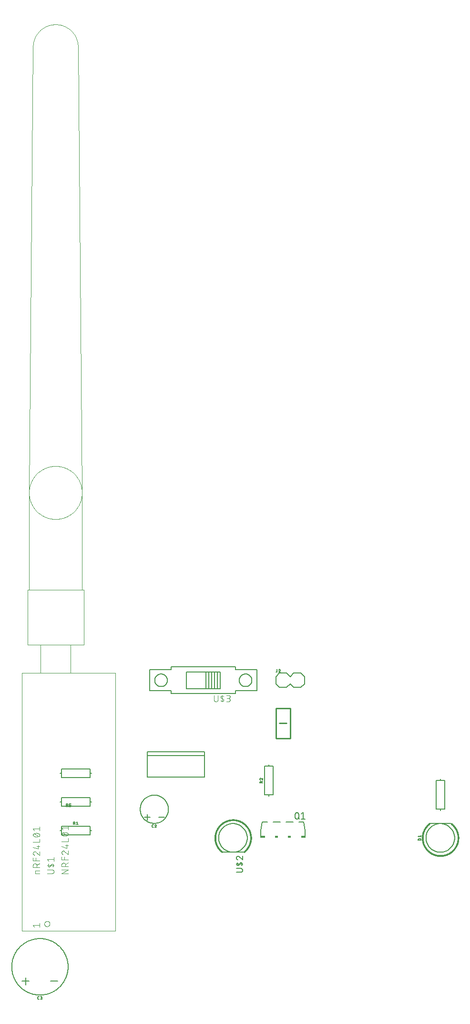
<source format=gbr>
G04 EAGLE Gerber RS-274X export*
G75*
%MOMM*%
%FSLAX34Y34*%
%LPD*%
%INSilkscreen Top*%
%IPPOS*%
%AMOC8*
5,1,8,0,0,1.08239X$1,22.5*%
G01*
%ADD10C,0.254000*%
%ADD11C,0.203200*%
%ADD12C,0.127000*%
%ADD13C,0.025400*%
%ADD14C,0.152400*%
%ADD15R,0.762000X0.381000*%
%ADD16R,0.508000X0.381000*%
%ADD17C,0.001000*%
%ADD18C,0.101600*%


D10*
X527050Y508000D02*
X539750Y508000D01*
X520700Y481330D02*
X520700Y534670D01*
X546100Y534670D01*
X546100Y481330D01*
X520700Y481330D01*
D11*
X279800Y355600D02*
X279808Y356214D01*
X279830Y356827D01*
X279868Y357439D01*
X279920Y358050D01*
X279988Y358660D01*
X280071Y359268D01*
X280168Y359874D01*
X280280Y360477D01*
X280407Y361078D01*
X280549Y361675D01*
X280706Y362268D01*
X280876Y362857D01*
X281062Y363442D01*
X281261Y364022D01*
X281475Y364597D01*
X281703Y365167D01*
X281945Y365731D01*
X282200Y366289D01*
X282469Y366840D01*
X282752Y367385D01*
X283048Y367922D01*
X283357Y368453D01*
X283679Y368975D01*
X284013Y369489D01*
X284360Y369995D01*
X284720Y370492D01*
X285091Y370981D01*
X285475Y371460D01*
X285870Y371929D01*
X286276Y372389D01*
X286694Y372839D01*
X287122Y373278D01*
X287561Y373706D01*
X288011Y374124D01*
X288471Y374530D01*
X288940Y374925D01*
X289419Y375309D01*
X289908Y375680D01*
X290405Y376040D01*
X290911Y376387D01*
X291425Y376721D01*
X291947Y377043D01*
X292478Y377352D01*
X293015Y377648D01*
X293560Y377931D01*
X294111Y378200D01*
X294669Y378455D01*
X295233Y378697D01*
X295803Y378925D01*
X296378Y379139D01*
X296958Y379338D01*
X297543Y379524D01*
X298132Y379694D01*
X298725Y379851D01*
X299322Y379993D01*
X299923Y380120D01*
X300526Y380232D01*
X301132Y380329D01*
X301740Y380412D01*
X302350Y380480D01*
X302961Y380532D01*
X303573Y380570D01*
X304186Y380592D01*
X304800Y380600D01*
X305414Y380592D01*
X306027Y380570D01*
X306639Y380532D01*
X307250Y380480D01*
X307860Y380412D01*
X308468Y380329D01*
X309074Y380232D01*
X309677Y380120D01*
X310278Y379993D01*
X310875Y379851D01*
X311468Y379694D01*
X312057Y379524D01*
X312642Y379338D01*
X313222Y379139D01*
X313797Y378925D01*
X314367Y378697D01*
X314931Y378455D01*
X315489Y378200D01*
X316040Y377931D01*
X316585Y377648D01*
X317122Y377352D01*
X317653Y377043D01*
X318175Y376721D01*
X318689Y376387D01*
X319195Y376040D01*
X319692Y375680D01*
X320181Y375309D01*
X320660Y374925D01*
X321129Y374530D01*
X321589Y374124D01*
X322039Y373706D01*
X322478Y373278D01*
X322906Y372839D01*
X323324Y372389D01*
X323730Y371929D01*
X324125Y371460D01*
X324509Y370981D01*
X324880Y370492D01*
X325240Y369995D01*
X325587Y369489D01*
X325921Y368975D01*
X326243Y368453D01*
X326552Y367922D01*
X326848Y367385D01*
X327131Y366840D01*
X327400Y366289D01*
X327655Y365731D01*
X327897Y365167D01*
X328125Y364597D01*
X328339Y364022D01*
X328538Y363442D01*
X328724Y362857D01*
X328894Y362268D01*
X329051Y361675D01*
X329193Y361078D01*
X329320Y360477D01*
X329432Y359874D01*
X329529Y359268D01*
X329612Y358660D01*
X329680Y358050D01*
X329732Y357439D01*
X329770Y356827D01*
X329792Y356214D01*
X329800Y355600D01*
X329792Y354986D01*
X329770Y354373D01*
X329732Y353761D01*
X329680Y353150D01*
X329612Y352540D01*
X329529Y351932D01*
X329432Y351326D01*
X329320Y350723D01*
X329193Y350122D01*
X329051Y349525D01*
X328894Y348932D01*
X328724Y348343D01*
X328538Y347758D01*
X328339Y347178D01*
X328125Y346603D01*
X327897Y346033D01*
X327655Y345469D01*
X327400Y344911D01*
X327131Y344360D01*
X326848Y343815D01*
X326552Y343278D01*
X326243Y342747D01*
X325921Y342225D01*
X325587Y341711D01*
X325240Y341205D01*
X324880Y340708D01*
X324509Y340219D01*
X324125Y339740D01*
X323730Y339271D01*
X323324Y338811D01*
X322906Y338361D01*
X322478Y337922D01*
X322039Y337494D01*
X321589Y337076D01*
X321129Y336670D01*
X320660Y336275D01*
X320181Y335891D01*
X319692Y335520D01*
X319195Y335160D01*
X318689Y334813D01*
X318175Y334479D01*
X317653Y334157D01*
X317122Y333848D01*
X316585Y333552D01*
X316040Y333269D01*
X315489Y333000D01*
X314931Y332745D01*
X314367Y332503D01*
X313797Y332275D01*
X313222Y332061D01*
X312642Y331862D01*
X312057Y331676D01*
X311468Y331506D01*
X310875Y331349D01*
X310278Y331207D01*
X309677Y331080D01*
X309074Y330968D01*
X308468Y330871D01*
X307860Y330788D01*
X307250Y330720D01*
X306639Y330668D01*
X306027Y330630D01*
X305414Y330608D01*
X304800Y330600D01*
X304186Y330608D01*
X303573Y330630D01*
X302961Y330668D01*
X302350Y330720D01*
X301740Y330788D01*
X301132Y330871D01*
X300526Y330968D01*
X299923Y331080D01*
X299322Y331207D01*
X298725Y331349D01*
X298132Y331506D01*
X297543Y331676D01*
X296958Y331862D01*
X296378Y332061D01*
X295803Y332275D01*
X295233Y332503D01*
X294669Y332745D01*
X294111Y333000D01*
X293560Y333269D01*
X293015Y333552D01*
X292478Y333848D01*
X291947Y334157D01*
X291425Y334479D01*
X290911Y334813D01*
X290405Y335160D01*
X289908Y335520D01*
X289419Y335891D01*
X288940Y336275D01*
X288471Y336670D01*
X288011Y337076D01*
X287561Y337494D01*
X287122Y337922D01*
X286694Y338361D01*
X286276Y338811D01*
X285870Y339271D01*
X285475Y339740D01*
X285091Y340219D01*
X284720Y340708D01*
X284360Y341205D01*
X284013Y341711D01*
X283679Y342225D01*
X283357Y342747D01*
X283048Y343278D01*
X282752Y343815D01*
X282469Y344360D01*
X282200Y344911D01*
X281945Y345469D01*
X281703Y346033D01*
X281475Y346603D01*
X281261Y347178D01*
X281062Y347758D01*
X280876Y348343D01*
X280706Y348932D01*
X280549Y349525D01*
X280407Y350122D01*
X280280Y350723D01*
X280168Y351326D01*
X280071Y351932D01*
X279988Y352540D01*
X279920Y353150D01*
X279868Y353761D01*
X279830Y354373D01*
X279808Y354986D01*
X279800Y355600D01*
X312220Y341630D02*
X322380Y341630D01*
X297380Y341630D02*
X287220Y341630D01*
X292300Y336550D02*
X292300Y346710D01*
D12*
X302232Y323469D02*
X303304Y323469D01*
X302232Y323469D02*
X302167Y323471D01*
X302103Y323477D01*
X302039Y323487D01*
X301975Y323500D01*
X301913Y323518D01*
X301852Y323539D01*
X301792Y323563D01*
X301734Y323592D01*
X301677Y323624D01*
X301623Y323659D01*
X301571Y323697D01*
X301521Y323739D01*
X301474Y323783D01*
X301430Y323830D01*
X301388Y323880D01*
X301350Y323932D01*
X301315Y323986D01*
X301283Y324043D01*
X301254Y324101D01*
X301230Y324161D01*
X301209Y324222D01*
X301191Y324284D01*
X301178Y324348D01*
X301168Y324412D01*
X301162Y324476D01*
X301160Y324541D01*
X301159Y324541D02*
X301159Y327223D01*
X301160Y327223D02*
X301162Y327288D01*
X301168Y327352D01*
X301178Y327416D01*
X301191Y327480D01*
X301209Y327542D01*
X301230Y327603D01*
X301254Y327663D01*
X301283Y327721D01*
X301315Y327778D01*
X301350Y327832D01*
X301388Y327884D01*
X301430Y327934D01*
X301474Y327981D01*
X301521Y328025D01*
X301571Y328067D01*
X301623Y328105D01*
X301677Y328140D01*
X301734Y328172D01*
X301792Y328201D01*
X301852Y328225D01*
X301913Y328246D01*
X301975Y328264D01*
X302039Y328277D01*
X302103Y328287D01*
X302167Y328293D01*
X302232Y328295D01*
X303304Y328295D01*
X307234Y328295D02*
X307302Y328293D01*
X307369Y328287D01*
X307436Y328278D01*
X307503Y328265D01*
X307568Y328248D01*
X307633Y328227D01*
X307696Y328203D01*
X307758Y328175D01*
X307818Y328144D01*
X307876Y328110D01*
X307932Y328072D01*
X307987Y328032D01*
X308038Y327988D01*
X308087Y327941D01*
X308134Y327892D01*
X308178Y327841D01*
X308218Y327786D01*
X308256Y327730D01*
X308290Y327672D01*
X308321Y327612D01*
X308349Y327550D01*
X308373Y327487D01*
X308394Y327422D01*
X308411Y327357D01*
X308424Y327290D01*
X308433Y327223D01*
X308439Y327156D01*
X308441Y327088D01*
X307234Y328295D02*
X307156Y328293D01*
X307078Y328287D01*
X307001Y328277D01*
X306924Y328264D01*
X306848Y328246D01*
X306773Y328225D01*
X306699Y328200D01*
X306627Y328171D01*
X306556Y328139D01*
X306487Y328103D01*
X306419Y328064D01*
X306354Y328021D01*
X306291Y327975D01*
X306230Y327926D01*
X306172Y327874D01*
X306117Y327819D01*
X306064Y327762D01*
X306015Y327702D01*
X305968Y327639D01*
X305925Y327575D01*
X305885Y327508D01*
X305848Y327439D01*
X305815Y327368D01*
X305785Y327296D01*
X305759Y327223D01*
X308039Y326150D02*
X308088Y326199D01*
X308135Y326251D01*
X308178Y326306D01*
X308219Y326363D01*
X308257Y326422D01*
X308291Y326483D01*
X308322Y326546D01*
X308350Y326610D01*
X308374Y326676D01*
X308394Y326742D01*
X308411Y326810D01*
X308424Y326879D01*
X308433Y326948D01*
X308439Y327018D01*
X308441Y327088D01*
X308039Y326150D02*
X305760Y323469D01*
X308441Y323469D01*
D11*
X793750Y330200D02*
X831850Y330200D01*
D13*
X792963Y331038D02*
X794335Y329209D01*
X794334Y329209D02*
X793743Y328750D01*
X793163Y328277D01*
X792595Y327790D01*
X792039Y327289D01*
X791496Y326775D01*
X790965Y326248D01*
X790447Y325708D01*
X789942Y325155D01*
X789452Y324590D01*
X788975Y324013D01*
X788512Y323425D01*
X788064Y322826D01*
X787631Y322215D01*
X787212Y321595D01*
X786810Y320964D01*
X786422Y320324D01*
X786050Y319675D01*
X785695Y319016D01*
X785355Y318349D01*
X785032Y317674D01*
X784726Y316991D01*
X784436Y316301D01*
X784163Y315605D01*
X783908Y314901D01*
X783670Y314192D01*
X783449Y313477D01*
X783245Y312757D01*
X783060Y312032D01*
X782892Y311303D01*
X782742Y310569D01*
X782610Y309833D01*
X782496Y309093D01*
X782400Y308351D01*
X782322Y307607D01*
X782262Y306861D01*
X782221Y306114D01*
X782198Y305366D01*
X782194Y304617D01*
X782207Y303869D01*
X782239Y303121D01*
X782289Y302375D01*
X782358Y301630D01*
X782444Y300886D01*
X782549Y300145D01*
X782672Y299407D01*
X782813Y298672D01*
X782971Y297941D01*
X783148Y297214D01*
X783342Y296491D01*
X783554Y295773D01*
X783784Y295061D01*
X784031Y294355D01*
X784295Y293654D01*
X784576Y292961D01*
X784873Y292274D01*
X785188Y291595D01*
X785519Y290924D01*
X785866Y290261D01*
X786230Y289607D01*
X786609Y288962D01*
X787004Y288327D01*
X787415Y287701D01*
X787840Y287085D01*
X788281Y286480D01*
X788736Y285886D01*
X789206Y285304D01*
X789690Y284733D01*
X790187Y284174D01*
X790698Y283627D01*
X791222Y283093D01*
X791759Y282572D01*
X792309Y282064D01*
X792871Y281570D01*
X793445Y281090D01*
X794030Y280624D01*
X794627Y280172D01*
X795235Y279735D01*
X795853Y279313D01*
X796481Y278906D01*
X797119Y278515D01*
X797766Y278140D01*
X798422Y277780D01*
X799087Y277437D01*
X799760Y277110D01*
X800441Y276799D01*
X801129Y276505D01*
X801825Y276229D01*
X802526Y275969D01*
X803234Y275726D01*
X803948Y275501D01*
X804667Y275293D01*
X805391Y275103D01*
X806119Y274931D01*
X806851Y274777D01*
X807587Y274640D01*
X808326Y274522D01*
X809068Y274421D01*
X809811Y274339D01*
X810557Y274275D01*
X811304Y274230D01*
X812052Y274202D01*
X812800Y274193D01*
X813548Y274202D01*
X814296Y274230D01*
X815043Y274275D01*
X815789Y274339D01*
X816532Y274421D01*
X817274Y274522D01*
X818013Y274640D01*
X818749Y274777D01*
X819481Y274931D01*
X820209Y275103D01*
X820933Y275293D01*
X821652Y275501D01*
X822366Y275726D01*
X823074Y275969D01*
X823775Y276229D01*
X824471Y276505D01*
X825159Y276799D01*
X825840Y277110D01*
X826513Y277437D01*
X827178Y277780D01*
X827834Y278140D01*
X828481Y278515D01*
X829119Y278906D01*
X829747Y279313D01*
X830365Y279735D01*
X830973Y280172D01*
X831570Y280624D01*
X832155Y281090D01*
X832729Y281570D01*
X833291Y282064D01*
X833841Y282572D01*
X834378Y283093D01*
X834902Y283627D01*
X835413Y284174D01*
X835910Y284733D01*
X836394Y285304D01*
X836864Y285886D01*
X837319Y286480D01*
X837760Y287085D01*
X838185Y287701D01*
X838596Y288327D01*
X838991Y288962D01*
X839370Y289607D01*
X839734Y290261D01*
X840081Y290924D01*
X840412Y291595D01*
X840727Y292274D01*
X841024Y292961D01*
X841305Y293654D01*
X841569Y294355D01*
X841816Y295061D01*
X842046Y295773D01*
X842258Y296491D01*
X842452Y297214D01*
X842629Y297941D01*
X842787Y298672D01*
X842928Y299407D01*
X843051Y300145D01*
X843156Y300886D01*
X843242Y301630D01*
X843311Y302375D01*
X843361Y303121D01*
X843393Y303869D01*
X843406Y304617D01*
X843402Y305366D01*
X843379Y306114D01*
X843338Y306861D01*
X843278Y307607D01*
X843200Y308351D01*
X843104Y309093D01*
X842990Y309833D01*
X842858Y310569D01*
X842708Y311303D01*
X842540Y312032D01*
X842355Y312757D01*
X842151Y313477D01*
X841930Y314192D01*
X841692Y314901D01*
X841437Y315605D01*
X841164Y316301D01*
X840874Y316991D01*
X840568Y317674D01*
X840245Y318349D01*
X839905Y319016D01*
X839550Y319675D01*
X839178Y320324D01*
X838790Y320964D01*
X838388Y321595D01*
X837969Y322215D01*
X837536Y322826D01*
X837088Y323425D01*
X836625Y324013D01*
X836148Y324590D01*
X835658Y325155D01*
X835153Y325708D01*
X834635Y326248D01*
X834104Y326775D01*
X833561Y327289D01*
X833005Y327790D01*
X832437Y328277D01*
X831857Y328750D01*
X831266Y329209D01*
X832637Y331038D01*
X833273Y330545D01*
X833896Y330037D01*
X834507Y329513D01*
X835105Y328975D01*
X835689Y328423D01*
X836260Y327856D01*
X836817Y327276D01*
X837359Y326682D01*
X837887Y326075D01*
X838399Y325455D01*
X838897Y324823D01*
X839379Y324179D01*
X839844Y323523D01*
X840294Y322856D01*
X840727Y322178D01*
X841144Y321490D01*
X841544Y320792D01*
X841926Y320085D01*
X842291Y319368D01*
X842638Y318643D01*
X842968Y317909D01*
X843279Y317167D01*
X843573Y316418D01*
X843848Y315663D01*
X844104Y314900D01*
X844342Y314132D01*
X844560Y313358D01*
X844760Y312579D01*
X844941Y311795D01*
X845102Y311007D01*
X845244Y310215D01*
X845367Y309420D01*
X845470Y308623D01*
X845554Y307823D01*
X845618Y307021D01*
X845662Y306218D01*
X845687Y305414D01*
X845692Y304610D01*
X845678Y303805D01*
X845644Y303002D01*
X845590Y302199D01*
X845517Y301398D01*
X845424Y300599D01*
X845311Y299803D01*
X845179Y299010D01*
X845028Y298220D01*
X844858Y297434D01*
X844668Y296652D01*
X844459Y295875D01*
X844231Y295104D01*
X843985Y294338D01*
X843720Y293579D01*
X843436Y292826D01*
X843134Y292081D01*
X842814Y291343D01*
X842476Y290613D01*
X842120Y289891D01*
X841747Y289179D01*
X841356Y288476D01*
X840949Y287783D01*
X840524Y287099D01*
X840083Y286427D01*
X839626Y285765D01*
X839152Y285115D01*
X838663Y284477D01*
X838159Y283850D01*
X837639Y283236D01*
X837104Y282636D01*
X836555Y282048D01*
X835991Y281474D01*
X835414Y280914D01*
X834823Y280368D01*
X834219Y279837D01*
X833603Y279321D01*
X832973Y278820D01*
X832332Y278334D01*
X831679Y277864D01*
X831015Y277411D01*
X830340Y276974D01*
X829654Y276553D01*
X828959Y276149D01*
X828253Y275763D01*
X827539Y275394D01*
X826815Y275042D01*
X826083Y274708D01*
X825344Y274393D01*
X824596Y274095D01*
X823842Y273816D01*
X823081Y273555D01*
X822314Y273313D01*
X821541Y273090D01*
X820763Y272886D01*
X819981Y272700D01*
X819194Y272534D01*
X818403Y272388D01*
X817609Y272260D01*
X816812Y272153D01*
X816012Y272064D01*
X815211Y271995D01*
X814408Y271946D01*
X813604Y271917D01*
X812800Y271907D01*
X811996Y271917D01*
X811192Y271946D01*
X810389Y271995D01*
X809588Y272064D01*
X808788Y272153D01*
X807991Y272260D01*
X807197Y272388D01*
X806406Y272534D01*
X805619Y272700D01*
X804837Y272886D01*
X804059Y273090D01*
X803286Y273313D01*
X802519Y273555D01*
X801758Y273816D01*
X801004Y274095D01*
X800256Y274393D01*
X799517Y274708D01*
X798785Y275042D01*
X798061Y275394D01*
X797347Y275763D01*
X796641Y276149D01*
X795946Y276553D01*
X795260Y276974D01*
X794585Y277411D01*
X793921Y277864D01*
X793268Y278334D01*
X792627Y278820D01*
X791997Y279321D01*
X791381Y279837D01*
X790777Y280368D01*
X790186Y280914D01*
X789609Y281474D01*
X789045Y282048D01*
X788496Y282636D01*
X787961Y283236D01*
X787441Y283850D01*
X786937Y284477D01*
X786448Y285115D01*
X785974Y285765D01*
X785517Y286427D01*
X785076Y287099D01*
X784651Y287783D01*
X784244Y288476D01*
X783853Y289179D01*
X783480Y289891D01*
X783124Y290613D01*
X782786Y291343D01*
X782466Y292081D01*
X782164Y292826D01*
X781880Y293579D01*
X781615Y294338D01*
X781369Y295104D01*
X781141Y295875D01*
X780932Y296652D01*
X780742Y297434D01*
X780572Y298220D01*
X780421Y299010D01*
X780289Y299803D01*
X780176Y300599D01*
X780083Y301398D01*
X780010Y302199D01*
X779956Y303002D01*
X779922Y303805D01*
X779908Y304610D01*
X779913Y305414D01*
X779938Y306218D01*
X779982Y307021D01*
X780046Y307823D01*
X780130Y308623D01*
X780233Y309420D01*
X780356Y310215D01*
X780498Y311007D01*
X780659Y311795D01*
X780840Y312579D01*
X781040Y313358D01*
X781258Y314132D01*
X781496Y314900D01*
X781752Y315663D01*
X782027Y316418D01*
X782321Y317167D01*
X782632Y317909D01*
X782962Y318643D01*
X783309Y319368D01*
X783674Y320085D01*
X784056Y320792D01*
X784456Y321490D01*
X784873Y322178D01*
X785306Y322856D01*
X785756Y323523D01*
X786221Y324179D01*
X786703Y324823D01*
X787201Y325455D01*
X787713Y326075D01*
X788241Y326682D01*
X788783Y327276D01*
X789340Y327856D01*
X789911Y328423D01*
X790495Y328975D01*
X791093Y329513D01*
X791704Y330037D01*
X792327Y330545D01*
X792963Y331038D01*
X793107Y330846D01*
X792476Y330357D01*
X791857Y329852D01*
X791251Y329333D01*
X790657Y328798D01*
X790077Y328250D01*
X789511Y327687D01*
X788958Y327111D01*
X788420Y326521D01*
X787896Y325919D01*
X787387Y325303D01*
X786893Y324676D01*
X786415Y324037D01*
X785952Y323386D01*
X785506Y322724D01*
X785076Y322051D01*
X784662Y321368D01*
X784266Y320675D01*
X783886Y319973D01*
X783524Y319261D01*
X783179Y318541D01*
X782852Y317813D01*
X782543Y317076D01*
X782252Y316333D01*
X781979Y315583D01*
X781724Y314826D01*
X781488Y314063D01*
X781271Y313295D01*
X781073Y312521D01*
X780894Y311743D01*
X780733Y310961D01*
X780592Y310175D01*
X780471Y309386D01*
X780368Y308594D01*
X780285Y307800D01*
X780221Y307004D01*
X780177Y306207D01*
X780153Y305409D01*
X780148Y304610D01*
X780162Y303812D01*
X780196Y303014D01*
X780249Y302218D01*
X780322Y301423D01*
X780414Y300630D01*
X780526Y299839D01*
X780657Y299051D01*
X780807Y298267D01*
X780976Y297487D01*
X781165Y296711D01*
X781372Y295940D01*
X781598Y295174D01*
X781843Y294414D01*
X782106Y293660D01*
X782388Y292913D01*
X782687Y292173D01*
X783005Y291440D01*
X783341Y290716D01*
X783694Y290000D01*
X784064Y289293D01*
X784452Y288595D01*
X784857Y287906D01*
X785278Y287228D01*
X785716Y286561D01*
X786170Y285904D01*
X786640Y285258D01*
X787126Y284625D01*
X787627Y284003D01*
X788143Y283394D01*
X788673Y282797D01*
X789219Y282214D01*
X789778Y281644D01*
X790351Y281088D01*
X790938Y280546D01*
X791537Y280019D01*
X792149Y279506D01*
X792774Y279009D01*
X793411Y278527D01*
X794059Y278061D01*
X794718Y277611D01*
X795388Y277177D01*
X796069Y276759D01*
X796760Y276358D01*
X797460Y275975D01*
X798169Y275608D01*
X798887Y275259D01*
X799614Y274928D01*
X800348Y274614D01*
X801090Y274319D01*
X801839Y274042D01*
X802594Y273783D01*
X803355Y273543D01*
X804122Y273321D01*
X804895Y273118D01*
X805672Y272935D01*
X806453Y272770D01*
X807238Y272624D01*
X808026Y272498D01*
X808818Y272391D01*
X809611Y272303D01*
X810407Y272235D01*
X811204Y272186D01*
X812002Y272157D01*
X812800Y272147D01*
X813598Y272157D01*
X814396Y272186D01*
X815193Y272235D01*
X815989Y272303D01*
X816782Y272391D01*
X817574Y272498D01*
X818362Y272624D01*
X819147Y272770D01*
X819928Y272935D01*
X820705Y273118D01*
X821478Y273321D01*
X822245Y273543D01*
X823006Y273783D01*
X823761Y274042D01*
X824510Y274319D01*
X825252Y274614D01*
X825986Y274928D01*
X826713Y275259D01*
X827431Y275608D01*
X828140Y275975D01*
X828840Y276358D01*
X829531Y276759D01*
X830212Y277177D01*
X830882Y277611D01*
X831541Y278061D01*
X832189Y278527D01*
X832826Y279009D01*
X833451Y279506D01*
X834063Y280019D01*
X834662Y280546D01*
X835249Y281088D01*
X835822Y281644D01*
X836381Y282214D01*
X836927Y282797D01*
X837457Y283394D01*
X837973Y284003D01*
X838474Y284625D01*
X838960Y285258D01*
X839430Y285904D01*
X839884Y286561D01*
X840322Y287228D01*
X840743Y287906D01*
X841148Y288595D01*
X841536Y289293D01*
X841906Y290000D01*
X842259Y290716D01*
X842595Y291440D01*
X842913Y292173D01*
X843212Y292913D01*
X843494Y293660D01*
X843757Y294414D01*
X844002Y295174D01*
X844228Y295940D01*
X844435Y296711D01*
X844624Y297487D01*
X844793Y298267D01*
X844943Y299051D01*
X845074Y299839D01*
X845186Y300630D01*
X845278Y301423D01*
X845351Y302218D01*
X845404Y303014D01*
X845438Y303812D01*
X845452Y304610D01*
X845447Y305409D01*
X845423Y306207D01*
X845379Y307004D01*
X845315Y307800D01*
X845232Y308594D01*
X845129Y309386D01*
X845008Y310175D01*
X844867Y310961D01*
X844706Y311743D01*
X844527Y312521D01*
X844329Y313295D01*
X844112Y314063D01*
X843876Y314826D01*
X843621Y315583D01*
X843348Y316333D01*
X843057Y317076D01*
X842748Y317813D01*
X842421Y318541D01*
X842076Y319261D01*
X841714Y319973D01*
X841334Y320675D01*
X840938Y321368D01*
X840524Y322051D01*
X840094Y322724D01*
X839648Y323386D01*
X839185Y324037D01*
X838707Y324676D01*
X838213Y325303D01*
X837704Y325919D01*
X837180Y326521D01*
X836642Y327111D01*
X836089Y327687D01*
X835523Y328250D01*
X834943Y328798D01*
X834349Y329333D01*
X833743Y329852D01*
X833124Y330357D01*
X832493Y330846D01*
X832349Y330654D01*
X832976Y330168D01*
X833590Y329667D01*
X834192Y329152D01*
X834781Y328621D01*
X835356Y328077D01*
X835919Y327518D01*
X836467Y326946D01*
X837002Y326361D01*
X837522Y325763D01*
X838027Y325152D01*
X838517Y324529D01*
X838992Y323895D01*
X839451Y323248D01*
X839894Y322591D01*
X840321Y321924D01*
X840731Y321245D01*
X841125Y320558D01*
X841502Y319860D01*
X841861Y319154D01*
X842204Y318439D01*
X842528Y317716D01*
X842835Y316986D01*
X843124Y316248D01*
X843395Y315503D01*
X843648Y314751D01*
X843882Y313994D01*
X844097Y313232D01*
X844294Y312464D01*
X844472Y311691D01*
X844631Y310915D01*
X844771Y310135D01*
X844892Y309352D01*
X844994Y308566D01*
X845076Y307777D01*
X845139Y306987D01*
X845183Y306196D01*
X845207Y305404D01*
X845212Y304611D01*
X845198Y303819D01*
X845164Y303027D01*
X845111Y302236D01*
X845039Y301447D01*
X844947Y300660D01*
X844837Y299875D01*
X844707Y299093D01*
X844558Y298315D01*
X844389Y297540D01*
X844203Y296770D01*
X843997Y296004D01*
X843772Y295244D01*
X843530Y294490D01*
X843268Y293742D01*
X842989Y293000D01*
X842691Y292265D01*
X842376Y291538D01*
X842043Y290819D01*
X841692Y290108D01*
X841324Y289406D01*
X840939Y288713D01*
X840538Y288030D01*
X840119Y287357D01*
X839685Y286694D01*
X839234Y286042D01*
X838767Y285402D01*
X838285Y284773D01*
X837788Y284155D01*
X837276Y283551D01*
X836749Y282959D01*
X836208Y282380D01*
X835653Y281814D01*
X835084Y281262D01*
X834502Y280724D01*
X833906Y280201D01*
X833299Y279692D01*
X832679Y279198D01*
X832047Y278720D01*
X831403Y278257D01*
X830749Y277810D01*
X830084Y277380D01*
X829408Y276965D01*
X828722Y276567D01*
X828027Y276187D01*
X827323Y275823D01*
X826610Y275476D01*
X825889Y275147D01*
X825160Y274836D01*
X824424Y274543D01*
X823681Y274268D01*
X822931Y274011D01*
X822175Y273772D01*
X821414Y273552D01*
X820647Y273351D01*
X819876Y273169D01*
X819100Y273005D01*
X818321Y272861D01*
X817538Y272735D01*
X816753Y272629D01*
X815965Y272542D01*
X815176Y272474D01*
X814385Y272426D01*
X813593Y272397D01*
X812800Y272387D01*
X812007Y272397D01*
X811215Y272426D01*
X810424Y272474D01*
X809635Y272542D01*
X808847Y272629D01*
X808062Y272735D01*
X807279Y272861D01*
X806500Y273005D01*
X805724Y273169D01*
X804953Y273351D01*
X804186Y273552D01*
X803425Y273772D01*
X802669Y274011D01*
X801919Y274268D01*
X801176Y274543D01*
X800440Y274836D01*
X799711Y275147D01*
X798990Y275476D01*
X798277Y275823D01*
X797573Y276187D01*
X796878Y276567D01*
X796192Y276965D01*
X795516Y277380D01*
X794851Y277810D01*
X794197Y278257D01*
X793553Y278720D01*
X792921Y279198D01*
X792301Y279692D01*
X791694Y280201D01*
X791098Y280724D01*
X790516Y281262D01*
X789947Y281814D01*
X789392Y282380D01*
X788851Y282959D01*
X788324Y283551D01*
X787812Y284155D01*
X787315Y284773D01*
X786833Y285402D01*
X786366Y286042D01*
X785915Y286694D01*
X785481Y287357D01*
X785062Y288030D01*
X784661Y288713D01*
X784276Y289406D01*
X783908Y290108D01*
X783557Y290819D01*
X783224Y291538D01*
X782909Y292265D01*
X782611Y293000D01*
X782332Y293742D01*
X782070Y294490D01*
X781828Y295244D01*
X781603Y296004D01*
X781397Y296770D01*
X781211Y297540D01*
X781042Y298315D01*
X780893Y299093D01*
X780763Y299875D01*
X780653Y300660D01*
X780561Y301447D01*
X780489Y302236D01*
X780436Y303027D01*
X780402Y303819D01*
X780388Y304611D01*
X780393Y305404D01*
X780417Y306196D01*
X780461Y306987D01*
X780524Y307777D01*
X780606Y308566D01*
X780708Y309352D01*
X780829Y310135D01*
X780969Y310915D01*
X781128Y311691D01*
X781306Y312464D01*
X781503Y313232D01*
X781718Y313994D01*
X781952Y314751D01*
X782205Y315503D01*
X782476Y316248D01*
X782765Y316986D01*
X783072Y317716D01*
X783396Y318439D01*
X783739Y319154D01*
X784098Y319860D01*
X784475Y320558D01*
X784869Y321245D01*
X785279Y321924D01*
X785706Y322591D01*
X786149Y323248D01*
X786608Y323895D01*
X787083Y324529D01*
X787573Y325152D01*
X788078Y325763D01*
X788598Y326361D01*
X789133Y326946D01*
X789681Y327518D01*
X790244Y328077D01*
X790819Y328621D01*
X791408Y329152D01*
X792010Y329667D01*
X792624Y330168D01*
X793251Y330654D01*
X793395Y330462D01*
X792773Y329980D01*
X792163Y329483D01*
X791566Y328971D01*
X790982Y328444D01*
X790410Y327904D01*
X789852Y327349D01*
X789307Y326782D01*
X788777Y326201D01*
X788261Y325607D01*
X787759Y325001D01*
X787273Y324382D01*
X786802Y323752D01*
X786346Y323111D01*
X785906Y322459D01*
X785483Y321796D01*
X785075Y321123D01*
X784684Y320440D01*
X784310Y319748D01*
X783954Y319047D01*
X783614Y318338D01*
X783292Y317620D01*
X782987Y316895D01*
X782700Y316162D01*
X782431Y315423D01*
X782181Y314677D01*
X781948Y313925D01*
X781734Y313168D01*
X781539Y312406D01*
X781362Y311640D01*
X781205Y310869D01*
X781066Y310095D01*
X780946Y309317D01*
X780845Y308537D01*
X780763Y307755D01*
X780700Y306970D01*
X780657Y306185D01*
X780633Y305399D01*
X780628Y304612D01*
X780642Y303825D01*
X780675Y303039D01*
X780728Y302255D01*
X780800Y301471D01*
X780891Y300690D01*
X781001Y299911D01*
X781130Y299135D01*
X781278Y298362D01*
X781445Y297593D01*
X781630Y296829D01*
X781834Y296069D01*
X782057Y295315D01*
X782298Y294566D01*
X782557Y293823D01*
X782835Y293087D01*
X783130Y292358D01*
X783443Y291636D01*
X783774Y290922D01*
X784122Y290217D01*
X784487Y289520D01*
X784869Y288832D01*
X785268Y288154D01*
X785683Y287486D01*
X786115Y286828D01*
X786562Y286181D01*
X787025Y285545D01*
X787504Y284921D01*
X787997Y284308D01*
X788506Y283708D01*
X789029Y283120D01*
X789566Y282545D01*
X790117Y281984D01*
X790681Y281436D01*
X791259Y280902D01*
X791850Y280383D01*
X792453Y279878D01*
X793069Y279388D01*
X793696Y278913D01*
X794335Y278454D01*
X794984Y278010D01*
X795645Y277582D01*
X796315Y277171D01*
X796996Y276776D01*
X797686Y276398D01*
X798385Y276037D01*
X799092Y275693D01*
X799808Y275367D01*
X800531Y275058D01*
X801262Y274767D01*
X802000Y274494D01*
X802744Y274239D01*
X803494Y274002D01*
X804250Y273784D01*
X805011Y273584D01*
X805777Y273403D01*
X806546Y273241D01*
X807320Y273097D01*
X808097Y272973D01*
X808876Y272867D01*
X809658Y272781D01*
X810442Y272714D01*
X811227Y272665D01*
X812013Y272637D01*
X812800Y272627D01*
X813587Y272637D01*
X814373Y272665D01*
X815158Y272714D01*
X815942Y272781D01*
X816724Y272867D01*
X817503Y272973D01*
X818280Y273097D01*
X819054Y273241D01*
X819823Y273403D01*
X820589Y273584D01*
X821350Y273784D01*
X822106Y274002D01*
X822856Y274239D01*
X823600Y274494D01*
X824338Y274767D01*
X825069Y275058D01*
X825792Y275367D01*
X826508Y275693D01*
X827215Y276037D01*
X827914Y276398D01*
X828604Y276776D01*
X829285Y277171D01*
X829955Y277582D01*
X830616Y278010D01*
X831265Y278454D01*
X831904Y278913D01*
X832531Y279388D01*
X833147Y279878D01*
X833750Y280383D01*
X834341Y280902D01*
X834919Y281436D01*
X835483Y281984D01*
X836034Y282545D01*
X836571Y283120D01*
X837094Y283708D01*
X837603Y284308D01*
X838096Y284921D01*
X838575Y285545D01*
X839038Y286181D01*
X839485Y286828D01*
X839917Y287486D01*
X840332Y288154D01*
X840731Y288832D01*
X841113Y289520D01*
X841478Y290217D01*
X841826Y290922D01*
X842157Y291636D01*
X842470Y292358D01*
X842765Y293087D01*
X843043Y293823D01*
X843302Y294566D01*
X843543Y295315D01*
X843766Y296069D01*
X843970Y296829D01*
X844155Y297593D01*
X844322Y298362D01*
X844470Y299135D01*
X844599Y299911D01*
X844709Y300690D01*
X844800Y301471D01*
X844872Y302255D01*
X844925Y303039D01*
X844958Y303825D01*
X844972Y304612D01*
X844967Y305399D01*
X844943Y306185D01*
X844900Y306970D01*
X844837Y307755D01*
X844755Y308537D01*
X844654Y309317D01*
X844534Y310095D01*
X844395Y310869D01*
X844238Y311640D01*
X844061Y312406D01*
X843866Y313168D01*
X843652Y313925D01*
X843419Y314677D01*
X843169Y315423D01*
X842900Y316162D01*
X842613Y316895D01*
X842308Y317620D01*
X841986Y318338D01*
X841646Y319047D01*
X841290Y319748D01*
X840916Y320440D01*
X840525Y321123D01*
X840117Y321796D01*
X839694Y322459D01*
X839254Y323111D01*
X838798Y323752D01*
X838327Y324382D01*
X837841Y325001D01*
X837339Y325607D01*
X836823Y326201D01*
X836293Y326782D01*
X835748Y327349D01*
X835190Y327904D01*
X834618Y328444D01*
X834034Y328971D01*
X833437Y329483D01*
X832827Y329980D01*
X832205Y330462D01*
X832061Y330270D01*
X832678Y329791D01*
X833283Y329298D01*
X833876Y328790D01*
X834456Y328267D01*
X835024Y327731D01*
X835578Y327181D01*
X836118Y326617D01*
X836645Y326040D01*
X837157Y325451D01*
X837654Y324849D01*
X838137Y324236D01*
X838605Y323610D01*
X839057Y322974D01*
X839493Y322326D01*
X839914Y321669D01*
X840318Y321001D01*
X840706Y320323D01*
X841077Y319636D01*
X841432Y318940D01*
X841769Y318236D01*
X842089Y317524D01*
X842391Y316804D01*
X842676Y316077D01*
X842942Y315343D01*
X843191Y314603D01*
X843422Y313857D01*
X843634Y313105D01*
X843828Y312349D01*
X844003Y311588D01*
X844160Y310823D01*
X844298Y310055D01*
X844417Y309283D01*
X844517Y308509D01*
X844598Y307732D01*
X844660Y306954D01*
X844703Y306174D01*
X844727Y305394D01*
X844732Y304613D01*
X844718Y303832D01*
X844685Y303052D01*
X844633Y302273D01*
X844562Y301495D01*
X844471Y300720D01*
X844362Y299947D01*
X844234Y299176D01*
X844087Y298410D01*
X843921Y297647D01*
X843737Y296888D01*
X843535Y296134D01*
X843313Y295385D01*
X843074Y294642D01*
X842817Y293905D01*
X842541Y293174D01*
X842248Y292450D01*
X841937Y291734D01*
X841609Y291025D01*
X841264Y290325D01*
X840901Y289634D01*
X840522Y288951D01*
X840126Y288278D01*
X839714Y287615D01*
X839286Y286962D01*
X838842Y286320D01*
X838382Y285688D01*
X837908Y285069D01*
X837418Y284461D01*
X836913Y283865D01*
X836394Y283282D01*
X835861Y282711D01*
X835314Y282154D01*
X834753Y281610D01*
X834180Y281080D01*
X833593Y280565D01*
X832995Y280064D01*
X832384Y279577D01*
X831761Y279106D01*
X831127Y278650D01*
X830483Y278210D01*
X829827Y277785D01*
X829162Y277377D01*
X828486Y276985D01*
X827801Y276610D01*
X827108Y276252D01*
X826406Y275910D01*
X825695Y275586D01*
X824977Y275280D01*
X824252Y274991D01*
X823519Y274720D01*
X822781Y274467D01*
X822036Y274232D01*
X821286Y274015D01*
X820531Y273817D01*
X819771Y273637D01*
X819007Y273476D01*
X818239Y273334D01*
X817468Y273210D01*
X816694Y273105D01*
X815918Y273020D01*
X815140Y272953D01*
X814361Y272905D01*
X813581Y272877D01*
X812800Y272867D01*
X812019Y272877D01*
X811239Y272905D01*
X810460Y272953D01*
X809682Y273020D01*
X808906Y273105D01*
X808132Y273210D01*
X807361Y273334D01*
X806593Y273476D01*
X805829Y273637D01*
X805069Y273817D01*
X804314Y274015D01*
X803564Y274232D01*
X802819Y274467D01*
X802081Y274720D01*
X801348Y274991D01*
X800623Y275280D01*
X799905Y275586D01*
X799194Y275910D01*
X798492Y276252D01*
X797799Y276610D01*
X797114Y276985D01*
X796438Y277377D01*
X795773Y277785D01*
X795117Y278210D01*
X794473Y278650D01*
X793839Y279106D01*
X793216Y279577D01*
X792605Y280064D01*
X792007Y280565D01*
X791420Y281080D01*
X790847Y281610D01*
X790286Y282154D01*
X789739Y282711D01*
X789206Y283282D01*
X788687Y283865D01*
X788182Y284461D01*
X787692Y285069D01*
X787218Y285688D01*
X786758Y286320D01*
X786314Y286962D01*
X785886Y287615D01*
X785474Y288278D01*
X785078Y288951D01*
X784699Y289634D01*
X784336Y290325D01*
X783991Y291025D01*
X783663Y291734D01*
X783352Y292450D01*
X783059Y293174D01*
X782783Y293905D01*
X782526Y294642D01*
X782287Y295385D01*
X782065Y296134D01*
X781863Y296888D01*
X781679Y297647D01*
X781513Y298410D01*
X781366Y299176D01*
X781238Y299947D01*
X781129Y300720D01*
X781038Y301495D01*
X780967Y302273D01*
X780915Y303052D01*
X780882Y303832D01*
X780868Y304613D01*
X780873Y305394D01*
X780897Y306174D01*
X780940Y306954D01*
X781002Y307732D01*
X781083Y308509D01*
X781183Y309283D01*
X781302Y310055D01*
X781440Y310823D01*
X781597Y311588D01*
X781772Y312349D01*
X781966Y313105D01*
X782178Y313857D01*
X782409Y314603D01*
X782658Y315343D01*
X782924Y316077D01*
X783209Y316804D01*
X783511Y317524D01*
X783831Y318236D01*
X784168Y318940D01*
X784523Y319636D01*
X784894Y320323D01*
X785282Y321001D01*
X785686Y321669D01*
X786107Y322326D01*
X786543Y322974D01*
X786995Y323610D01*
X787463Y324236D01*
X787946Y324849D01*
X788443Y325451D01*
X788955Y326040D01*
X789482Y326617D01*
X790022Y327181D01*
X790576Y327731D01*
X791144Y328267D01*
X791724Y328790D01*
X792317Y329298D01*
X792922Y329791D01*
X793539Y330270D01*
X793683Y330078D01*
X793070Y329603D01*
X792470Y329113D01*
X791882Y328609D01*
X791306Y328090D01*
X790743Y327558D01*
X790193Y327012D01*
X789657Y326452D01*
X789134Y325880D01*
X788626Y325295D01*
X788132Y324698D01*
X787653Y324089D01*
X787189Y323468D01*
X786740Y322837D01*
X786307Y322194D01*
X785889Y321541D01*
X785488Y320878D01*
X785103Y320206D01*
X784735Y319524D01*
X784383Y318833D01*
X784049Y318134D01*
X783731Y317427D01*
X783431Y316713D01*
X783149Y315991D01*
X782884Y315263D01*
X782637Y314528D01*
X782408Y313788D01*
X782198Y313042D01*
X782005Y312292D01*
X781831Y311536D01*
X781676Y310777D01*
X781539Y310014D01*
X781421Y309249D01*
X781321Y308480D01*
X781241Y307709D01*
X781179Y306937D01*
X781136Y306163D01*
X781112Y305389D01*
X781108Y304614D01*
X781122Y303839D01*
X781155Y303065D01*
X781206Y302291D01*
X781277Y301520D01*
X781367Y300750D01*
X781475Y299983D01*
X781602Y299218D01*
X781748Y298457D01*
X781913Y297700D01*
X782095Y296947D01*
X782297Y296198D01*
X782516Y295455D01*
X782754Y294718D01*
X783009Y293986D01*
X783282Y293261D01*
X783573Y292543D01*
X783882Y291832D01*
X784207Y291129D01*
X784550Y290434D01*
X784910Y289747D01*
X785286Y289070D01*
X785679Y288402D01*
X786088Y287744D01*
X786513Y287096D01*
X786954Y286458D01*
X787410Y285832D01*
X787881Y285217D01*
X788368Y284613D01*
X788868Y284022D01*
X789384Y283443D01*
X789913Y282877D01*
X790456Y282324D01*
X791012Y281784D01*
X791581Y281258D01*
X792163Y280747D01*
X792757Y280249D01*
X793364Y279767D01*
X793981Y279299D01*
X794610Y278846D01*
X795250Y278409D01*
X795901Y277988D01*
X796562Y277583D01*
X797232Y277194D01*
X797911Y276822D01*
X798600Y276466D01*
X799297Y276127D01*
X800002Y275806D01*
X800715Y275502D01*
X801435Y275215D01*
X802161Y274946D01*
X802894Y274695D01*
X803633Y274462D01*
X804378Y274247D01*
X805127Y274050D01*
X805882Y273871D01*
X806640Y273711D01*
X807402Y273570D01*
X808167Y273447D01*
X808935Y273344D01*
X809705Y273258D01*
X810477Y273192D01*
X811251Y273145D01*
X812025Y273116D01*
X812800Y273107D01*
X813575Y273116D01*
X814349Y273145D01*
X815123Y273192D01*
X815895Y273258D01*
X816665Y273344D01*
X817433Y273447D01*
X818198Y273570D01*
X818960Y273711D01*
X819718Y273871D01*
X820473Y274050D01*
X821222Y274247D01*
X821967Y274462D01*
X822706Y274695D01*
X823439Y274946D01*
X824165Y275215D01*
X824885Y275502D01*
X825598Y275806D01*
X826303Y276127D01*
X827000Y276466D01*
X827689Y276822D01*
X828368Y277194D01*
X829038Y277583D01*
X829699Y277988D01*
X830350Y278409D01*
X830990Y278846D01*
X831619Y279299D01*
X832236Y279767D01*
X832843Y280249D01*
X833437Y280747D01*
X834019Y281258D01*
X834588Y281784D01*
X835144Y282324D01*
X835687Y282877D01*
X836216Y283443D01*
X836732Y284022D01*
X837232Y284613D01*
X837719Y285217D01*
X838190Y285832D01*
X838646Y286458D01*
X839087Y287096D01*
X839512Y287744D01*
X839921Y288402D01*
X840314Y289070D01*
X840690Y289747D01*
X841050Y290434D01*
X841393Y291129D01*
X841718Y291832D01*
X842027Y292543D01*
X842318Y293261D01*
X842591Y293986D01*
X842846Y294718D01*
X843084Y295455D01*
X843303Y296198D01*
X843505Y296947D01*
X843687Y297700D01*
X843852Y298457D01*
X843998Y299218D01*
X844125Y299983D01*
X844233Y300750D01*
X844323Y301520D01*
X844394Y302291D01*
X844445Y303065D01*
X844478Y303839D01*
X844492Y304614D01*
X844488Y305389D01*
X844464Y306163D01*
X844421Y306937D01*
X844359Y307709D01*
X844279Y308480D01*
X844179Y309249D01*
X844061Y310014D01*
X843924Y310777D01*
X843769Y311536D01*
X843595Y312292D01*
X843402Y313042D01*
X843192Y313788D01*
X842963Y314528D01*
X842716Y315263D01*
X842451Y315991D01*
X842169Y316713D01*
X841869Y317427D01*
X841551Y318134D01*
X841217Y318833D01*
X840865Y319524D01*
X840497Y320206D01*
X840112Y320878D01*
X839711Y321541D01*
X839293Y322194D01*
X838860Y322837D01*
X838411Y323468D01*
X837947Y324089D01*
X837468Y324698D01*
X836974Y325295D01*
X836466Y325880D01*
X835943Y326452D01*
X835407Y327012D01*
X834857Y327558D01*
X834294Y328090D01*
X833718Y328609D01*
X833130Y329113D01*
X832530Y329603D01*
X831917Y330078D01*
X831773Y329886D01*
X832381Y329415D01*
X832977Y328929D01*
X833561Y328428D01*
X834132Y327913D01*
X834691Y327385D01*
X835237Y326843D01*
X835769Y326288D01*
X836287Y325720D01*
X836792Y325139D01*
X837282Y324547D01*
X837757Y323942D01*
X838218Y323326D01*
X838663Y322699D01*
X839093Y322062D01*
X839507Y321414D01*
X839905Y320756D01*
X840287Y320088D01*
X840653Y319412D01*
X841002Y318726D01*
X841334Y318033D01*
X841649Y317331D01*
X841947Y316622D01*
X842227Y315906D01*
X842490Y315183D01*
X842735Y314454D01*
X842962Y313719D01*
X843171Y312979D01*
X843362Y312234D01*
X843534Y311485D01*
X843689Y310731D01*
X843824Y309974D01*
X843942Y309214D01*
X844040Y308452D01*
X844120Y307687D01*
X844181Y306920D01*
X844224Y306152D01*
X844248Y305383D01*
X844252Y304614D01*
X844239Y303846D01*
X844206Y303077D01*
X844154Y302310D01*
X844084Y301544D01*
X843995Y300780D01*
X843887Y300019D01*
X843761Y299260D01*
X843617Y298505D01*
X843453Y297753D01*
X843272Y297006D01*
X843072Y296263D01*
X842855Y295526D01*
X842619Y294793D01*
X842365Y294067D01*
X842094Y293348D01*
X841805Y292635D01*
X841499Y291929D01*
X841176Y291232D01*
X840836Y290542D01*
X840479Y289861D01*
X840105Y289189D01*
X839715Y288526D01*
X839309Y287872D01*
X838888Y287229D01*
X838450Y286597D01*
X837997Y285975D01*
X837530Y285365D01*
X837047Y284766D01*
X836550Y284179D01*
X836039Y283605D01*
X835514Y283043D01*
X834975Y282494D01*
X834423Y281958D01*
X833858Y281437D01*
X833281Y280929D01*
X832691Y280435D01*
X832089Y279956D01*
X831476Y279492D01*
X830852Y279043D01*
X830216Y278609D01*
X829571Y278191D01*
X828915Y277789D01*
X828250Y277403D01*
X827576Y277034D01*
X826892Y276681D01*
X826201Y276345D01*
X825501Y276025D01*
X824794Y275723D01*
X824079Y275439D01*
X823358Y275172D01*
X822630Y274923D01*
X821897Y274691D01*
X821158Y274478D01*
X820414Y274283D01*
X819666Y274106D01*
X818913Y273947D01*
X818157Y273807D01*
X817398Y273685D01*
X816636Y273582D01*
X815871Y273497D01*
X815105Y273432D01*
X814338Y273385D01*
X813569Y273356D01*
X812800Y273347D01*
X812031Y273356D01*
X811262Y273385D01*
X810495Y273432D01*
X809729Y273497D01*
X808964Y273582D01*
X808202Y273685D01*
X807443Y273807D01*
X806687Y273947D01*
X805934Y274106D01*
X805186Y274283D01*
X804442Y274478D01*
X803703Y274691D01*
X802970Y274923D01*
X802242Y275172D01*
X801521Y275439D01*
X800806Y275723D01*
X800099Y276025D01*
X799399Y276345D01*
X798708Y276681D01*
X798024Y277034D01*
X797350Y277403D01*
X796685Y277789D01*
X796029Y278191D01*
X795384Y278609D01*
X794748Y279043D01*
X794124Y279492D01*
X793511Y279956D01*
X792909Y280435D01*
X792319Y280929D01*
X791742Y281437D01*
X791177Y281958D01*
X790625Y282494D01*
X790086Y283043D01*
X789561Y283605D01*
X789050Y284179D01*
X788553Y284766D01*
X788070Y285365D01*
X787603Y285975D01*
X787150Y286597D01*
X786712Y287229D01*
X786291Y287872D01*
X785885Y288526D01*
X785495Y289189D01*
X785121Y289861D01*
X784764Y290542D01*
X784424Y291232D01*
X784101Y291929D01*
X783795Y292635D01*
X783506Y293348D01*
X783235Y294067D01*
X782981Y294793D01*
X782745Y295526D01*
X782528Y296263D01*
X782328Y297006D01*
X782147Y297753D01*
X781983Y298505D01*
X781839Y299260D01*
X781713Y300019D01*
X781605Y300780D01*
X781516Y301544D01*
X781446Y302310D01*
X781394Y303077D01*
X781361Y303846D01*
X781348Y304614D01*
X781352Y305383D01*
X781376Y306152D01*
X781419Y306920D01*
X781480Y307687D01*
X781560Y308452D01*
X781658Y309214D01*
X781776Y309974D01*
X781911Y310731D01*
X782066Y311485D01*
X782238Y312234D01*
X782429Y312979D01*
X782638Y313719D01*
X782865Y314454D01*
X783110Y315183D01*
X783373Y315906D01*
X783653Y316622D01*
X783951Y317331D01*
X784266Y318033D01*
X784598Y318726D01*
X784947Y319412D01*
X785313Y320088D01*
X785695Y320756D01*
X786093Y321414D01*
X786507Y322062D01*
X786937Y322699D01*
X787382Y323326D01*
X787843Y323942D01*
X788318Y324547D01*
X788808Y325139D01*
X789313Y325720D01*
X789831Y326288D01*
X790363Y326843D01*
X790909Y327385D01*
X791468Y327913D01*
X792039Y328428D01*
X792623Y328929D01*
X793219Y329415D01*
X793827Y329886D01*
X793971Y329694D01*
X793368Y329226D01*
X792776Y328744D01*
X792197Y328247D01*
X791630Y327736D01*
X791075Y327212D01*
X790534Y326674D01*
X790006Y326123D01*
X789491Y325560D01*
X788991Y324983D01*
X788504Y324395D01*
X788033Y323795D01*
X787576Y323184D01*
X787134Y322562D01*
X786707Y321929D01*
X786296Y321286D01*
X785901Y320633D01*
X785522Y319971D01*
X785159Y319299D01*
X784813Y318619D01*
X784483Y317931D01*
X784171Y317235D01*
X783875Y316531D01*
X783597Y315820D01*
X783336Y315103D01*
X783093Y314380D01*
X782868Y313650D01*
X782661Y312916D01*
X782471Y312177D01*
X782300Y311433D01*
X782147Y310685D01*
X782012Y309934D01*
X781896Y309180D01*
X781798Y308423D01*
X781719Y307664D01*
X781658Y306903D01*
X781616Y306141D01*
X781592Y305378D01*
X781588Y304615D01*
X781601Y303852D01*
X781634Y303090D01*
X781685Y302328D01*
X781755Y301568D01*
X781843Y300810D01*
X781950Y300055D01*
X782075Y299302D01*
X782219Y298552D01*
X782381Y297806D01*
X782561Y297065D01*
X782759Y296328D01*
X782975Y295596D01*
X783209Y294869D01*
X783461Y294149D01*
X783730Y293435D01*
X784016Y292727D01*
X784320Y292027D01*
X784641Y291335D01*
X784978Y290650D01*
X785333Y289974D01*
X785703Y289307D01*
X786090Y288649D01*
X786493Y288001D01*
X786912Y287363D01*
X787346Y286735D01*
X787795Y286118D01*
X788259Y285513D01*
X788738Y284918D01*
X789231Y284336D01*
X789739Y283766D01*
X790260Y283208D01*
X790794Y282664D01*
X791342Y282132D01*
X791903Y281615D01*
X792476Y281111D01*
X793061Y280621D01*
X793658Y280145D01*
X794267Y279685D01*
X794886Y279239D01*
X795517Y278809D01*
X796157Y278394D01*
X796808Y277995D01*
X797468Y277612D01*
X798137Y277245D01*
X798815Y276895D01*
X799502Y276562D01*
X800196Y276245D01*
X800898Y275945D01*
X801607Y275663D01*
X802323Y275398D01*
X803045Y275151D01*
X803773Y274921D01*
X804506Y274709D01*
X805244Y274515D01*
X805987Y274340D01*
X806733Y274182D01*
X807484Y274043D01*
X808237Y273922D01*
X808994Y273820D01*
X809752Y273736D01*
X810512Y273671D01*
X811274Y273624D01*
X812037Y273596D01*
X812800Y273587D01*
X813563Y273596D01*
X814326Y273624D01*
X815088Y273671D01*
X815848Y273736D01*
X816606Y273820D01*
X817363Y273922D01*
X818116Y274043D01*
X818867Y274182D01*
X819613Y274340D01*
X820356Y274515D01*
X821094Y274709D01*
X821827Y274921D01*
X822555Y275151D01*
X823277Y275398D01*
X823993Y275663D01*
X824702Y275945D01*
X825404Y276245D01*
X826098Y276562D01*
X826785Y276895D01*
X827463Y277245D01*
X828132Y277612D01*
X828792Y277995D01*
X829443Y278394D01*
X830083Y278809D01*
X830714Y279239D01*
X831333Y279685D01*
X831942Y280145D01*
X832539Y280621D01*
X833124Y281111D01*
X833697Y281615D01*
X834258Y282132D01*
X834806Y282664D01*
X835340Y283208D01*
X835861Y283766D01*
X836369Y284336D01*
X836862Y284918D01*
X837341Y285513D01*
X837805Y286118D01*
X838254Y286735D01*
X838688Y287363D01*
X839107Y288001D01*
X839510Y288649D01*
X839897Y289307D01*
X840267Y289974D01*
X840622Y290650D01*
X840959Y291335D01*
X841280Y292027D01*
X841584Y292727D01*
X841870Y293435D01*
X842139Y294149D01*
X842391Y294869D01*
X842625Y295596D01*
X842841Y296328D01*
X843039Y297065D01*
X843219Y297806D01*
X843381Y298552D01*
X843525Y299302D01*
X843650Y300055D01*
X843757Y300810D01*
X843845Y301568D01*
X843915Y302328D01*
X843966Y303090D01*
X843999Y303852D01*
X844012Y304615D01*
X844008Y305378D01*
X843984Y306141D01*
X843942Y306903D01*
X843881Y307664D01*
X843802Y308423D01*
X843704Y309180D01*
X843588Y309934D01*
X843453Y310685D01*
X843300Y311433D01*
X843129Y312177D01*
X842939Y312916D01*
X842732Y313650D01*
X842507Y314380D01*
X842264Y315103D01*
X842003Y315820D01*
X841725Y316531D01*
X841429Y317235D01*
X841117Y317931D01*
X840787Y318619D01*
X840441Y319299D01*
X840078Y319971D01*
X839699Y320633D01*
X839304Y321286D01*
X838893Y321929D01*
X838466Y322562D01*
X838024Y323184D01*
X837567Y323795D01*
X837096Y324395D01*
X836609Y324983D01*
X836109Y325560D01*
X835594Y326123D01*
X835066Y326674D01*
X834525Y327212D01*
X833970Y327736D01*
X833403Y328247D01*
X832824Y328744D01*
X832232Y329226D01*
X831629Y329694D01*
X831485Y329502D01*
X832084Y329038D01*
X832670Y328559D01*
X833245Y328066D01*
X833808Y327559D01*
X834358Y327039D01*
X834895Y326505D01*
X835420Y325959D01*
X835930Y325399D01*
X836427Y324828D01*
X836909Y324244D01*
X837377Y323649D01*
X837831Y323042D01*
X838269Y322425D01*
X838693Y321797D01*
X839101Y321159D01*
X839493Y320511D01*
X839869Y319853D01*
X840229Y319187D01*
X840572Y318512D01*
X840899Y317829D01*
X841209Y317138D01*
X841503Y316440D01*
X841779Y315735D01*
X842037Y315023D01*
X842278Y314305D01*
X842502Y313582D01*
X842708Y312853D01*
X842896Y312119D01*
X843066Y311381D01*
X843218Y310639D01*
X843351Y309894D01*
X843467Y309146D01*
X843564Y308395D01*
X843642Y307641D01*
X843703Y306886D01*
X843744Y306130D01*
X843768Y305373D01*
X843772Y304616D01*
X843759Y303859D01*
X843726Y303102D01*
X843676Y302347D01*
X843606Y301593D01*
X843519Y300840D01*
X843413Y300090D01*
X843289Y299343D01*
X843146Y298600D01*
X842985Y297860D01*
X842807Y297124D01*
X842610Y296392D01*
X842396Y295666D01*
X842163Y294945D01*
X841914Y294230D01*
X841647Y293522D01*
X841362Y292820D01*
X841061Y292125D01*
X840742Y291438D01*
X840407Y290759D01*
X840056Y290088D01*
X839688Y289426D01*
X839304Y288773D01*
X838904Y288130D01*
X838489Y287497D01*
X838058Y286874D01*
X837613Y286262D01*
X837152Y285661D01*
X836677Y285071D01*
X836187Y284493D01*
X835684Y283927D01*
X835167Y283374D01*
X834636Y282834D01*
X834093Y282307D01*
X833536Y281793D01*
X832968Y281293D01*
X832387Y280807D01*
X831794Y280335D01*
X831191Y279878D01*
X830576Y279436D01*
X829950Y279009D01*
X829315Y278597D01*
X828669Y278201D01*
X828014Y277821D01*
X827350Y277457D01*
X826677Y277110D01*
X825996Y276779D01*
X825307Y276464D01*
X824610Y276167D01*
X823907Y275887D01*
X823197Y275624D01*
X822480Y275379D01*
X821758Y275151D01*
X821030Y274941D01*
X820298Y274748D01*
X819561Y274574D01*
X818820Y274418D01*
X818075Y274280D01*
X817328Y274160D01*
X816577Y274058D01*
X815824Y273975D01*
X815070Y273910D01*
X814314Y273864D01*
X813557Y273836D01*
X812800Y273827D01*
X812043Y273836D01*
X811286Y273864D01*
X810530Y273910D01*
X809776Y273975D01*
X809023Y274058D01*
X808272Y274160D01*
X807525Y274280D01*
X806780Y274418D01*
X806039Y274574D01*
X805302Y274748D01*
X804570Y274941D01*
X803842Y275151D01*
X803120Y275379D01*
X802403Y275624D01*
X801693Y275887D01*
X800990Y276167D01*
X800293Y276464D01*
X799604Y276779D01*
X798923Y277110D01*
X798250Y277457D01*
X797586Y277821D01*
X796931Y278201D01*
X796285Y278597D01*
X795650Y279009D01*
X795024Y279436D01*
X794409Y279878D01*
X793806Y280335D01*
X793213Y280807D01*
X792632Y281293D01*
X792064Y281793D01*
X791507Y282307D01*
X790964Y282834D01*
X790433Y283374D01*
X789916Y283927D01*
X789413Y284493D01*
X788923Y285071D01*
X788448Y285661D01*
X787987Y286262D01*
X787542Y286874D01*
X787111Y287497D01*
X786696Y288130D01*
X786296Y288773D01*
X785912Y289426D01*
X785544Y290088D01*
X785193Y290759D01*
X784858Y291438D01*
X784539Y292125D01*
X784238Y292820D01*
X783953Y293522D01*
X783686Y294230D01*
X783437Y294945D01*
X783204Y295666D01*
X782990Y296392D01*
X782793Y297124D01*
X782615Y297860D01*
X782454Y298600D01*
X782311Y299343D01*
X782187Y300090D01*
X782081Y300840D01*
X781994Y301593D01*
X781924Y302347D01*
X781874Y303102D01*
X781841Y303859D01*
X781828Y304616D01*
X781832Y305373D01*
X781856Y306130D01*
X781897Y306886D01*
X781958Y307641D01*
X782036Y308395D01*
X782133Y309146D01*
X782249Y309894D01*
X782382Y310639D01*
X782534Y311381D01*
X782704Y312119D01*
X782892Y312853D01*
X783098Y313582D01*
X783322Y314305D01*
X783563Y315023D01*
X783821Y315735D01*
X784097Y316440D01*
X784391Y317138D01*
X784701Y317829D01*
X785028Y318512D01*
X785371Y319187D01*
X785731Y319853D01*
X786107Y320511D01*
X786499Y321159D01*
X786907Y321797D01*
X787331Y322425D01*
X787769Y323042D01*
X788223Y323649D01*
X788691Y324244D01*
X789173Y324828D01*
X789670Y325399D01*
X790180Y325959D01*
X790705Y326505D01*
X791242Y327039D01*
X791792Y327559D01*
X792355Y328066D01*
X792930Y328559D01*
X793516Y329038D01*
X794115Y329502D01*
X794259Y329310D01*
X793665Y328849D01*
X793083Y328374D01*
X792512Y327885D01*
X791954Y327382D01*
X791408Y326866D01*
X790875Y326336D01*
X790355Y325794D01*
X789849Y325239D01*
X789356Y324672D01*
X788877Y324093D01*
X788412Y323502D01*
X787962Y322900D01*
X787527Y322287D01*
X787107Y321664D01*
X786703Y321031D01*
X786314Y320388D01*
X785941Y319736D01*
X785583Y319075D01*
X785243Y318405D01*
X784918Y317728D01*
X784610Y317042D01*
X784320Y316349D01*
X784046Y315649D01*
X783789Y314943D01*
X783550Y314231D01*
X783328Y313513D01*
X783124Y312790D01*
X782937Y312062D01*
X782769Y311330D01*
X782618Y310593D01*
X782485Y309854D01*
X782371Y309111D01*
X782275Y308366D01*
X782197Y307619D01*
X782137Y306870D01*
X782095Y306119D01*
X782072Y305368D01*
X782068Y304617D01*
X782081Y303866D01*
X782113Y303115D01*
X782164Y302365D01*
X782232Y301617D01*
X782319Y300870D01*
X782424Y300126D01*
X782548Y299385D01*
X782689Y298647D01*
X782849Y297913D01*
X783026Y297183D01*
X783221Y296457D01*
X783434Y295736D01*
X783664Y295021D01*
X783912Y294312D01*
X784177Y293609D01*
X784459Y292912D01*
X784758Y292223D01*
X785074Y291541D01*
X785407Y290867D01*
X785755Y290202D01*
X786120Y289545D01*
X786501Y288897D01*
X786898Y288259D01*
X787310Y287631D01*
X787738Y287013D01*
X788180Y286405D01*
X788637Y285809D01*
X789109Y285224D01*
X789594Y284650D01*
X790094Y284089D01*
X790607Y283540D01*
X791133Y283004D01*
X791673Y282481D01*
X792225Y281971D01*
X792789Y281475D01*
X793365Y280992D01*
X793953Y280524D01*
X794552Y280071D01*
X795162Y279632D01*
X795783Y279208D01*
X796414Y278800D01*
X797054Y278407D01*
X797704Y278030D01*
X798363Y277669D01*
X799031Y277324D01*
X799707Y276996D01*
X800390Y276684D01*
X801081Y276389D01*
X801779Y276111D01*
X802484Y275850D01*
X803195Y275607D01*
X803912Y275380D01*
X804633Y275172D01*
X805360Y274981D01*
X806091Y274808D01*
X806827Y274653D01*
X807566Y274516D01*
X808308Y274397D01*
X809052Y274296D01*
X809799Y274214D01*
X810548Y274150D01*
X811298Y274104D01*
X812049Y274076D01*
X812800Y274067D01*
X813551Y274076D01*
X814302Y274104D01*
X815052Y274150D01*
X815801Y274214D01*
X816548Y274296D01*
X817292Y274397D01*
X818034Y274516D01*
X818773Y274653D01*
X819509Y274808D01*
X820240Y274981D01*
X820967Y275172D01*
X821688Y275380D01*
X822405Y275607D01*
X823116Y275850D01*
X823821Y276111D01*
X824519Y276389D01*
X825210Y276684D01*
X825893Y276996D01*
X826569Y277324D01*
X827237Y277669D01*
X827896Y278030D01*
X828546Y278407D01*
X829186Y278800D01*
X829817Y279208D01*
X830438Y279632D01*
X831048Y280071D01*
X831647Y280524D01*
X832235Y280992D01*
X832811Y281475D01*
X833375Y281971D01*
X833927Y282481D01*
X834467Y283004D01*
X834993Y283540D01*
X835506Y284089D01*
X836006Y284650D01*
X836491Y285224D01*
X836963Y285809D01*
X837420Y286405D01*
X837862Y287013D01*
X838290Y287631D01*
X838702Y288259D01*
X839099Y288897D01*
X839480Y289545D01*
X839845Y290202D01*
X840193Y290867D01*
X840526Y291541D01*
X840842Y292223D01*
X841141Y292912D01*
X841423Y293609D01*
X841688Y294312D01*
X841936Y295021D01*
X842166Y295736D01*
X842379Y296457D01*
X842574Y297183D01*
X842751Y297913D01*
X842911Y298647D01*
X843052Y299385D01*
X843176Y300126D01*
X843281Y300870D01*
X843368Y301617D01*
X843436Y302365D01*
X843487Y303115D01*
X843519Y303866D01*
X843532Y304617D01*
X843528Y305368D01*
X843505Y306119D01*
X843463Y306870D01*
X843403Y307619D01*
X843325Y308366D01*
X843229Y309111D01*
X843115Y309854D01*
X842982Y310593D01*
X842831Y311330D01*
X842663Y312062D01*
X842476Y312790D01*
X842272Y313513D01*
X842050Y314231D01*
X841811Y314943D01*
X841554Y315649D01*
X841280Y316349D01*
X840990Y317042D01*
X840682Y317728D01*
X840357Y318405D01*
X840017Y319075D01*
X839659Y319736D01*
X839286Y320388D01*
X838897Y321031D01*
X838493Y321664D01*
X838073Y322287D01*
X837638Y322900D01*
X837188Y323502D01*
X836723Y324093D01*
X836244Y324672D01*
X835751Y325239D01*
X835245Y325794D01*
X834725Y326336D01*
X834192Y326866D01*
X833646Y327382D01*
X833088Y327885D01*
X832517Y328374D01*
X831935Y328849D01*
X831341Y329310D01*
D14*
X787400Y304800D02*
X787408Y305423D01*
X787431Y306046D01*
X787469Y306669D01*
X787522Y307290D01*
X787591Y307909D01*
X787675Y308527D01*
X787774Y309142D01*
X787888Y309755D01*
X788017Y310365D01*
X788161Y310972D01*
X788320Y311575D01*
X788494Y312173D01*
X788682Y312768D01*
X788885Y313357D01*
X789102Y313941D01*
X789333Y314520D01*
X789579Y315093D01*
X789839Y315660D01*
X790112Y316220D01*
X790399Y316773D01*
X790700Y317320D01*
X791014Y317858D01*
X791341Y318389D01*
X791681Y318911D01*
X792033Y319426D01*
X792399Y319931D01*
X792776Y320427D01*
X793166Y320914D01*
X793567Y321391D01*
X793980Y321858D01*
X794404Y322314D01*
X794839Y322761D01*
X795286Y323196D01*
X795742Y323620D01*
X796209Y324033D01*
X796686Y324434D01*
X797173Y324824D01*
X797669Y325201D01*
X798174Y325567D01*
X798689Y325919D01*
X799211Y326259D01*
X799742Y326586D01*
X800280Y326900D01*
X800827Y327201D01*
X801380Y327488D01*
X801940Y327761D01*
X802507Y328021D01*
X803080Y328267D01*
X803659Y328498D01*
X804243Y328715D01*
X804832Y328918D01*
X805427Y329106D01*
X806025Y329280D01*
X806628Y329439D01*
X807235Y329583D01*
X807845Y329712D01*
X808458Y329826D01*
X809073Y329925D01*
X809691Y330009D01*
X810310Y330078D01*
X810931Y330131D01*
X811554Y330169D01*
X812177Y330192D01*
X812800Y330200D01*
X813423Y330192D01*
X814046Y330169D01*
X814669Y330131D01*
X815290Y330078D01*
X815909Y330009D01*
X816527Y329925D01*
X817142Y329826D01*
X817755Y329712D01*
X818365Y329583D01*
X818972Y329439D01*
X819575Y329280D01*
X820173Y329106D01*
X820768Y328918D01*
X821357Y328715D01*
X821941Y328498D01*
X822520Y328267D01*
X823093Y328021D01*
X823660Y327761D01*
X824220Y327488D01*
X824773Y327201D01*
X825320Y326900D01*
X825858Y326586D01*
X826389Y326259D01*
X826911Y325919D01*
X827426Y325567D01*
X827931Y325201D01*
X828427Y324824D01*
X828914Y324434D01*
X829391Y324033D01*
X829858Y323620D01*
X830314Y323196D01*
X830761Y322761D01*
X831196Y322314D01*
X831620Y321858D01*
X832033Y321391D01*
X832434Y320914D01*
X832824Y320427D01*
X833201Y319931D01*
X833567Y319426D01*
X833919Y318911D01*
X834259Y318389D01*
X834586Y317858D01*
X834900Y317320D01*
X835201Y316773D01*
X835488Y316220D01*
X835761Y315660D01*
X836021Y315093D01*
X836267Y314520D01*
X836498Y313941D01*
X836715Y313357D01*
X836918Y312768D01*
X837106Y312173D01*
X837280Y311575D01*
X837439Y310972D01*
X837583Y310365D01*
X837712Y309755D01*
X837826Y309142D01*
X837925Y308527D01*
X838009Y307909D01*
X838078Y307290D01*
X838131Y306669D01*
X838169Y306046D01*
X838192Y305423D01*
X838200Y304800D01*
X838192Y304177D01*
X838169Y303554D01*
X838131Y302931D01*
X838078Y302310D01*
X838009Y301691D01*
X837925Y301073D01*
X837826Y300458D01*
X837712Y299845D01*
X837583Y299235D01*
X837439Y298628D01*
X837280Y298025D01*
X837106Y297427D01*
X836918Y296832D01*
X836715Y296243D01*
X836498Y295659D01*
X836267Y295080D01*
X836021Y294507D01*
X835761Y293940D01*
X835488Y293380D01*
X835201Y292827D01*
X834900Y292280D01*
X834586Y291742D01*
X834259Y291211D01*
X833919Y290689D01*
X833567Y290174D01*
X833201Y289669D01*
X832824Y289173D01*
X832434Y288686D01*
X832033Y288209D01*
X831620Y287742D01*
X831196Y287286D01*
X830761Y286839D01*
X830314Y286404D01*
X829858Y285980D01*
X829391Y285567D01*
X828914Y285166D01*
X828427Y284776D01*
X827931Y284399D01*
X827426Y284033D01*
X826911Y283681D01*
X826389Y283341D01*
X825858Y283014D01*
X825320Y282700D01*
X824773Y282399D01*
X824220Y282112D01*
X823660Y281839D01*
X823093Y281579D01*
X822520Y281333D01*
X821941Y281102D01*
X821357Y280885D01*
X820768Y280682D01*
X820173Y280494D01*
X819575Y280320D01*
X818972Y280161D01*
X818365Y280017D01*
X817755Y279888D01*
X817142Y279774D01*
X816527Y279675D01*
X815909Y279591D01*
X815290Y279522D01*
X814669Y279469D01*
X814046Y279431D01*
X813423Y279408D01*
X812800Y279400D01*
X812177Y279408D01*
X811554Y279431D01*
X810931Y279469D01*
X810310Y279522D01*
X809691Y279591D01*
X809073Y279675D01*
X808458Y279774D01*
X807845Y279888D01*
X807235Y280017D01*
X806628Y280161D01*
X806025Y280320D01*
X805427Y280494D01*
X804832Y280682D01*
X804243Y280885D01*
X803659Y281102D01*
X803080Y281333D01*
X802507Y281579D01*
X801940Y281839D01*
X801380Y282112D01*
X800827Y282399D01*
X800280Y282700D01*
X799742Y283014D01*
X799211Y283341D01*
X798689Y283681D01*
X798174Y284033D01*
X797669Y284399D01*
X797173Y284776D01*
X796686Y285166D01*
X796209Y285567D01*
X795742Y285980D01*
X795286Y286404D01*
X794839Y286839D01*
X794404Y287286D01*
X793980Y287742D01*
X793567Y288209D01*
X793166Y288686D01*
X792776Y289173D01*
X792399Y289669D01*
X792033Y290174D01*
X791681Y290689D01*
X791341Y291211D01*
X791014Y291742D01*
X790700Y292280D01*
X790399Y292827D01*
X790112Y293380D01*
X789839Y293940D01*
X789579Y294507D01*
X789333Y295080D01*
X789102Y295659D01*
X788885Y296243D01*
X788682Y296832D01*
X788494Y297427D01*
X788320Y298025D01*
X788161Y298628D01*
X788017Y299235D01*
X787888Y299845D01*
X787774Y300458D01*
X787675Y301073D01*
X787591Y301691D01*
X787522Y302310D01*
X787469Y302931D01*
X787431Y303554D01*
X787408Y304177D01*
X787400Y304800D01*
D12*
X778256Y300625D02*
X773430Y300625D01*
X773430Y301965D01*
X773432Y302035D01*
X773437Y302105D01*
X773447Y302175D01*
X773459Y302244D01*
X773476Y302312D01*
X773496Y302379D01*
X773519Y302446D01*
X773546Y302510D01*
X773576Y302574D01*
X773610Y302636D01*
X773646Y302695D01*
X773686Y302753D01*
X773729Y302809D01*
X773774Y302862D01*
X773823Y302913D01*
X773874Y302962D01*
X773927Y303007D01*
X773983Y303050D01*
X774041Y303090D01*
X774101Y303126D01*
X774162Y303160D01*
X774226Y303190D01*
X774290Y303217D01*
X774357Y303240D01*
X774424Y303260D01*
X774492Y303277D01*
X774561Y303289D01*
X774631Y303299D01*
X774701Y303304D01*
X774771Y303306D01*
X776915Y303306D01*
X776985Y303304D01*
X777055Y303299D01*
X777125Y303289D01*
X777194Y303277D01*
X777262Y303260D01*
X777329Y303240D01*
X777396Y303217D01*
X777460Y303190D01*
X777524Y303160D01*
X777586Y303126D01*
X777645Y303090D01*
X777703Y303050D01*
X777759Y303007D01*
X777812Y302962D01*
X777863Y302913D01*
X777912Y302862D01*
X777957Y302809D01*
X778000Y302753D01*
X778040Y302695D01*
X778076Y302635D01*
X778110Y302574D01*
X778140Y302510D01*
X778167Y302446D01*
X778190Y302379D01*
X778210Y302312D01*
X778227Y302244D01*
X778239Y302175D01*
X778249Y302105D01*
X778254Y302035D01*
X778256Y301965D01*
X778256Y300625D01*
X774502Y306294D02*
X773430Y307635D01*
X778256Y307635D01*
X778256Y308975D02*
X778256Y306294D01*
D11*
X539750Y596900D02*
X527050Y596900D01*
X539750Y596900D02*
X546100Y590550D01*
X546100Y577850D02*
X539750Y571500D01*
X546100Y590550D02*
X552450Y596900D01*
X565150Y596900D01*
X571500Y590550D01*
X571500Y577850D02*
X565150Y571500D01*
X552450Y571500D01*
X546100Y577850D01*
X520700Y577850D02*
X520700Y590550D01*
X527050Y596900D01*
X520700Y577850D02*
X527050Y571500D01*
X539750Y571500D01*
X571500Y577850D02*
X571500Y590550D01*
D12*
X522944Y599877D02*
X522944Y603631D01*
X522943Y599877D02*
X522941Y599812D01*
X522935Y599748D01*
X522925Y599684D01*
X522912Y599620D01*
X522894Y599558D01*
X522873Y599497D01*
X522849Y599437D01*
X522820Y599379D01*
X522788Y599322D01*
X522753Y599268D01*
X522715Y599216D01*
X522673Y599166D01*
X522629Y599119D01*
X522582Y599075D01*
X522532Y599033D01*
X522480Y598995D01*
X522426Y598960D01*
X522369Y598928D01*
X522311Y598899D01*
X522251Y598875D01*
X522190Y598854D01*
X522128Y598836D01*
X522064Y598823D01*
X522000Y598813D01*
X521936Y598807D01*
X521871Y598805D01*
X521335Y598805D01*
X527366Y603631D02*
X527434Y603629D01*
X527501Y603623D01*
X527568Y603614D01*
X527635Y603601D01*
X527700Y603584D01*
X527765Y603563D01*
X527828Y603539D01*
X527890Y603511D01*
X527950Y603480D01*
X528008Y603446D01*
X528064Y603408D01*
X528119Y603368D01*
X528170Y603324D01*
X528219Y603277D01*
X528266Y603228D01*
X528310Y603177D01*
X528350Y603122D01*
X528388Y603066D01*
X528422Y603008D01*
X528453Y602948D01*
X528481Y602886D01*
X528505Y602823D01*
X528526Y602758D01*
X528543Y602693D01*
X528556Y602626D01*
X528565Y602559D01*
X528571Y602492D01*
X528573Y602424D01*
X527366Y603631D02*
X527288Y603629D01*
X527210Y603623D01*
X527133Y603613D01*
X527056Y603600D01*
X526980Y603582D01*
X526905Y603561D01*
X526831Y603536D01*
X526759Y603507D01*
X526688Y603475D01*
X526619Y603439D01*
X526551Y603400D01*
X526486Y603357D01*
X526423Y603311D01*
X526362Y603262D01*
X526304Y603210D01*
X526249Y603155D01*
X526196Y603098D01*
X526147Y603038D01*
X526100Y602975D01*
X526057Y602911D01*
X526017Y602844D01*
X525980Y602775D01*
X525947Y602704D01*
X525917Y602632D01*
X525891Y602559D01*
X528171Y601486D02*
X528220Y601535D01*
X528267Y601587D01*
X528310Y601642D01*
X528351Y601699D01*
X528389Y601758D01*
X528423Y601819D01*
X528454Y601882D01*
X528482Y601946D01*
X528506Y602012D01*
X528526Y602078D01*
X528543Y602146D01*
X528556Y602215D01*
X528565Y602284D01*
X528571Y602354D01*
X528573Y602424D01*
X528171Y601486D02*
X525892Y598805D01*
X528573Y598805D01*
D14*
X572770Y317500D02*
X572770Y306070D01*
X572770Y317500D02*
X570230Y332740D01*
X496570Y332740D02*
X494030Y317500D01*
X494030Y306070D01*
X561340Y332740D02*
X570230Y332740D01*
X551180Y332740D02*
X538480Y332740D01*
X528320Y332740D02*
X515620Y332740D01*
X505460Y332740D02*
X496570Y332740D01*
D15*
X568960Y306705D03*
D16*
X544830Y306705D03*
X521970Y306705D03*
D15*
X497840Y306705D03*
D12*
X554978Y341376D02*
X554978Y346456D01*
X554980Y346567D01*
X554986Y346677D01*
X554995Y346788D01*
X555009Y346898D01*
X555026Y347007D01*
X555047Y347116D01*
X555072Y347224D01*
X555101Y347331D01*
X555133Y347437D01*
X555169Y347542D01*
X555209Y347645D01*
X555252Y347747D01*
X555299Y347848D01*
X555350Y347947D01*
X555403Y348044D01*
X555460Y348138D01*
X555521Y348231D01*
X555584Y348322D01*
X555651Y348411D01*
X555721Y348497D01*
X555794Y348580D01*
X555869Y348662D01*
X555947Y348740D01*
X556029Y348815D01*
X556112Y348888D01*
X556198Y348958D01*
X556287Y349025D01*
X556378Y349088D01*
X556471Y349149D01*
X556566Y349206D01*
X556662Y349259D01*
X556761Y349310D01*
X556862Y349357D01*
X556964Y349400D01*
X557067Y349440D01*
X557172Y349476D01*
X557278Y349508D01*
X557385Y349537D01*
X557493Y349562D01*
X557602Y349583D01*
X557711Y349600D01*
X557821Y349614D01*
X557932Y349623D01*
X558042Y349629D01*
X558153Y349631D01*
X558264Y349629D01*
X558374Y349623D01*
X558485Y349614D01*
X558595Y349600D01*
X558704Y349583D01*
X558813Y349562D01*
X558921Y349537D01*
X559028Y349508D01*
X559134Y349476D01*
X559239Y349440D01*
X559342Y349400D01*
X559444Y349357D01*
X559545Y349310D01*
X559644Y349259D01*
X559741Y349206D01*
X559835Y349149D01*
X559928Y349088D01*
X560019Y349025D01*
X560108Y348958D01*
X560194Y348888D01*
X560277Y348815D01*
X560359Y348740D01*
X560437Y348662D01*
X560512Y348580D01*
X560585Y348497D01*
X560655Y348411D01*
X560722Y348322D01*
X560785Y348231D01*
X560846Y348138D01*
X560903Y348044D01*
X560956Y347947D01*
X561007Y347848D01*
X561054Y347747D01*
X561097Y347645D01*
X561137Y347542D01*
X561173Y347437D01*
X561205Y347331D01*
X561234Y347224D01*
X561259Y347116D01*
X561280Y347007D01*
X561297Y346898D01*
X561311Y346788D01*
X561320Y346677D01*
X561326Y346567D01*
X561328Y346456D01*
X561328Y341376D01*
X561326Y341265D01*
X561320Y341155D01*
X561311Y341044D01*
X561297Y340934D01*
X561280Y340825D01*
X561259Y340716D01*
X561234Y340608D01*
X561205Y340501D01*
X561173Y340395D01*
X561137Y340290D01*
X561097Y340187D01*
X561054Y340085D01*
X561007Y339984D01*
X560956Y339885D01*
X560903Y339788D01*
X560846Y339694D01*
X560785Y339601D01*
X560722Y339510D01*
X560655Y339421D01*
X560585Y339335D01*
X560512Y339252D01*
X560437Y339170D01*
X560359Y339092D01*
X560277Y339017D01*
X560194Y338944D01*
X560108Y338874D01*
X560019Y338807D01*
X559928Y338744D01*
X559835Y338683D01*
X559741Y338626D01*
X559644Y338573D01*
X559545Y338522D01*
X559444Y338475D01*
X559342Y338432D01*
X559239Y338392D01*
X559134Y338356D01*
X559028Y338324D01*
X558921Y338295D01*
X558813Y338270D01*
X558704Y338249D01*
X558595Y338232D01*
X558485Y338218D01*
X558374Y338209D01*
X558264Y338203D01*
X558153Y338201D01*
X558042Y338203D01*
X557932Y338209D01*
X557821Y338218D01*
X557711Y338232D01*
X557602Y338249D01*
X557493Y338270D01*
X557385Y338295D01*
X557278Y338324D01*
X557172Y338356D01*
X557067Y338392D01*
X556964Y338432D01*
X556862Y338475D01*
X556761Y338522D01*
X556662Y338573D01*
X556566Y338626D01*
X556471Y338683D01*
X556378Y338744D01*
X556287Y338807D01*
X556198Y338874D01*
X556112Y338944D01*
X556029Y339017D01*
X555947Y339092D01*
X555869Y339170D01*
X555794Y339252D01*
X555721Y339335D01*
X555651Y339421D01*
X555584Y339510D01*
X555521Y339601D01*
X555460Y339694D01*
X555403Y339789D01*
X555350Y339885D01*
X555299Y339984D01*
X555252Y340085D01*
X555209Y340187D01*
X555169Y340290D01*
X555133Y340395D01*
X555101Y340501D01*
X555072Y340608D01*
X555047Y340716D01*
X555026Y340825D01*
X555009Y340934D01*
X554995Y341044D01*
X554986Y341155D01*
X554980Y341265D01*
X554978Y341376D01*
X560058Y340741D02*
X562598Y338201D01*
X566039Y347091D02*
X569214Y349631D01*
X569214Y338201D01*
X566039Y338201D02*
X572389Y338201D01*
D11*
X190500Y325120D02*
X139700Y325120D01*
X190500Y325120D02*
X190500Y317500D01*
X190500Y309880D01*
X139700Y309880D01*
X139700Y317500D01*
X139700Y325120D01*
X190500Y317500D02*
X193040Y317500D01*
X139700Y317500D02*
X137160Y317500D01*
D12*
X161048Y328295D02*
X161048Y333121D01*
X162389Y333121D01*
X162460Y333119D01*
X162532Y333113D01*
X162602Y333104D01*
X162672Y333091D01*
X162742Y333074D01*
X162810Y333053D01*
X162877Y333029D01*
X162943Y333001D01*
X163007Y332970D01*
X163070Y332935D01*
X163130Y332897D01*
X163189Y332856D01*
X163245Y332812D01*
X163299Y332765D01*
X163350Y332716D01*
X163398Y332663D01*
X163444Y332608D01*
X163486Y332551D01*
X163526Y332491D01*
X163562Y332430D01*
X163595Y332366D01*
X163624Y332301D01*
X163650Y332235D01*
X163673Y332167D01*
X163692Y332098D01*
X163707Y332028D01*
X163718Y331958D01*
X163726Y331887D01*
X163730Y331816D01*
X163730Y331744D01*
X163726Y331673D01*
X163718Y331602D01*
X163707Y331532D01*
X163692Y331462D01*
X163673Y331393D01*
X163650Y331325D01*
X163624Y331259D01*
X163595Y331194D01*
X163562Y331130D01*
X163526Y331069D01*
X163486Y331009D01*
X163444Y330952D01*
X163398Y330897D01*
X163350Y330844D01*
X163299Y330795D01*
X163245Y330748D01*
X163189Y330704D01*
X163130Y330663D01*
X163070Y330625D01*
X163007Y330590D01*
X162943Y330559D01*
X162877Y330531D01*
X162810Y330507D01*
X162742Y330486D01*
X162672Y330469D01*
X162602Y330456D01*
X162532Y330447D01*
X162460Y330441D01*
X162389Y330439D01*
X162389Y330440D02*
X161048Y330440D01*
X162657Y330440D02*
X163729Y328295D01*
X166471Y332049D02*
X167811Y333121D01*
X167811Y328295D01*
X166471Y328295D02*
X169152Y328295D01*
D11*
X500380Y381000D02*
X500380Y431800D01*
X508000Y431800D01*
X515620Y431800D01*
X515620Y381000D01*
X508000Y381000D01*
X500380Y381000D01*
X508000Y431800D02*
X508000Y434340D01*
X508000Y381000D02*
X508000Y378460D01*
D12*
X497205Y402348D02*
X492379Y402348D01*
X492379Y403689D01*
X492381Y403760D01*
X492387Y403832D01*
X492396Y403902D01*
X492409Y403972D01*
X492426Y404042D01*
X492447Y404110D01*
X492471Y404177D01*
X492499Y404243D01*
X492530Y404307D01*
X492565Y404370D01*
X492603Y404430D01*
X492644Y404489D01*
X492688Y404545D01*
X492735Y404599D01*
X492784Y404650D01*
X492837Y404698D01*
X492892Y404744D01*
X492949Y404786D01*
X493009Y404826D01*
X493070Y404862D01*
X493134Y404895D01*
X493199Y404924D01*
X493265Y404950D01*
X493333Y404973D01*
X493402Y404992D01*
X493472Y405007D01*
X493542Y405018D01*
X493613Y405026D01*
X493684Y405030D01*
X493756Y405030D01*
X493827Y405026D01*
X493898Y405018D01*
X493968Y405007D01*
X494038Y404992D01*
X494107Y404973D01*
X494175Y404950D01*
X494241Y404924D01*
X494306Y404895D01*
X494370Y404862D01*
X494431Y404826D01*
X494491Y404786D01*
X494548Y404744D01*
X494603Y404698D01*
X494656Y404650D01*
X494705Y404599D01*
X494752Y404545D01*
X494796Y404489D01*
X494837Y404430D01*
X494875Y404370D01*
X494910Y404307D01*
X494941Y404243D01*
X494969Y404177D01*
X494993Y404110D01*
X495014Y404042D01*
X495031Y403972D01*
X495044Y403902D01*
X495053Y403832D01*
X495059Y403760D01*
X495061Y403689D01*
X495060Y403689D02*
X495060Y402348D01*
X495060Y403957D02*
X497205Y405029D01*
X492379Y409245D02*
X492381Y409313D01*
X492387Y409380D01*
X492396Y409447D01*
X492409Y409514D01*
X492426Y409579D01*
X492447Y409644D01*
X492471Y409707D01*
X492499Y409769D01*
X492530Y409829D01*
X492564Y409887D01*
X492602Y409943D01*
X492642Y409998D01*
X492686Y410049D01*
X492733Y410098D01*
X492782Y410145D01*
X492833Y410189D01*
X492888Y410229D01*
X492944Y410267D01*
X493002Y410301D01*
X493062Y410332D01*
X493124Y410360D01*
X493187Y410384D01*
X493252Y410405D01*
X493317Y410422D01*
X493384Y410435D01*
X493451Y410444D01*
X493518Y410450D01*
X493586Y410452D01*
X492379Y409245D02*
X492381Y409167D01*
X492387Y409089D01*
X492397Y409012D01*
X492410Y408935D01*
X492428Y408859D01*
X492449Y408784D01*
X492474Y408710D01*
X492503Y408638D01*
X492535Y408567D01*
X492571Y408498D01*
X492610Y408430D01*
X492653Y408365D01*
X492699Y408302D01*
X492748Y408241D01*
X492800Y408183D01*
X492855Y408128D01*
X492912Y408075D01*
X492972Y408026D01*
X493035Y407979D01*
X493100Y407936D01*
X493166Y407896D01*
X493235Y407859D01*
X493306Y407826D01*
X493378Y407796D01*
X493452Y407770D01*
X494524Y410050D02*
X494475Y410099D01*
X494423Y410146D01*
X494368Y410189D01*
X494311Y410230D01*
X494252Y410268D01*
X494191Y410302D01*
X494128Y410333D01*
X494064Y410361D01*
X493998Y410385D01*
X493932Y410405D01*
X493864Y410422D01*
X493795Y410435D01*
X493726Y410444D01*
X493656Y410450D01*
X493586Y410452D01*
X494524Y410050D02*
X497205Y407771D01*
X497205Y410452D01*
D11*
X805180Y406400D02*
X805180Y355600D01*
X805180Y406400D02*
X812800Y406400D01*
X820420Y406400D01*
X820420Y355600D01*
X812800Y355600D01*
X805180Y355600D01*
X812800Y406400D02*
X812800Y408940D01*
X812800Y355600D02*
X812800Y353060D01*
X190500Y411480D02*
X139700Y411480D01*
X139700Y419100D01*
X139700Y426720D01*
X190500Y426720D01*
X190500Y419100D01*
X190500Y411480D01*
X139700Y419100D02*
X137160Y419100D01*
X190500Y419100D02*
X193040Y419100D01*
X190500Y375920D02*
X139700Y375920D01*
X190500Y375920D02*
X190500Y368300D01*
X190500Y360680D01*
X139700Y360680D01*
X139700Y368300D01*
X139700Y375920D01*
X190500Y368300D02*
X193040Y368300D01*
X139700Y368300D02*
X137160Y368300D01*
D12*
X148348Y365125D02*
X148348Y360299D01*
X148348Y365125D02*
X149689Y365125D01*
X149760Y365123D01*
X149832Y365117D01*
X149902Y365108D01*
X149972Y365095D01*
X150042Y365078D01*
X150110Y365057D01*
X150177Y365033D01*
X150243Y365005D01*
X150307Y364974D01*
X150370Y364939D01*
X150430Y364901D01*
X150489Y364860D01*
X150545Y364816D01*
X150599Y364769D01*
X150650Y364720D01*
X150698Y364667D01*
X150744Y364612D01*
X150786Y364555D01*
X150826Y364495D01*
X150862Y364434D01*
X150895Y364370D01*
X150924Y364305D01*
X150950Y364239D01*
X150973Y364171D01*
X150992Y364102D01*
X151007Y364032D01*
X151018Y363962D01*
X151026Y363891D01*
X151030Y363820D01*
X151030Y363748D01*
X151026Y363677D01*
X151018Y363606D01*
X151007Y363536D01*
X150992Y363466D01*
X150973Y363397D01*
X150950Y363329D01*
X150924Y363263D01*
X150895Y363198D01*
X150862Y363134D01*
X150826Y363073D01*
X150786Y363013D01*
X150744Y362956D01*
X150698Y362901D01*
X150650Y362848D01*
X150599Y362799D01*
X150545Y362752D01*
X150489Y362708D01*
X150430Y362667D01*
X150370Y362629D01*
X150307Y362594D01*
X150243Y362563D01*
X150177Y362535D01*
X150110Y362511D01*
X150042Y362490D01*
X149972Y362473D01*
X149902Y362460D01*
X149832Y362451D01*
X149760Y362445D01*
X149689Y362443D01*
X149689Y362444D02*
X148348Y362444D01*
X149957Y362444D02*
X151029Y360299D01*
X153771Y360299D02*
X155379Y360299D01*
X155444Y360301D01*
X155508Y360307D01*
X155572Y360317D01*
X155636Y360330D01*
X155698Y360348D01*
X155759Y360369D01*
X155819Y360393D01*
X155877Y360422D01*
X155934Y360454D01*
X155988Y360489D01*
X156040Y360527D01*
X156090Y360569D01*
X156137Y360613D01*
X156181Y360660D01*
X156223Y360710D01*
X156261Y360762D01*
X156296Y360816D01*
X156328Y360873D01*
X156357Y360931D01*
X156381Y360991D01*
X156402Y361052D01*
X156420Y361114D01*
X156433Y361178D01*
X156443Y361242D01*
X156449Y361306D01*
X156451Y361371D01*
X156452Y361371D02*
X156452Y361908D01*
X156451Y361908D02*
X156449Y361973D01*
X156443Y362037D01*
X156433Y362101D01*
X156420Y362165D01*
X156402Y362227D01*
X156381Y362288D01*
X156357Y362348D01*
X156328Y362406D01*
X156296Y362463D01*
X156261Y362517D01*
X156223Y362569D01*
X156181Y362619D01*
X156137Y362666D01*
X156090Y362710D01*
X156040Y362752D01*
X155988Y362790D01*
X155934Y362825D01*
X155877Y362857D01*
X155819Y362886D01*
X155759Y362910D01*
X155698Y362931D01*
X155636Y362949D01*
X155572Y362962D01*
X155508Y362972D01*
X155444Y362978D01*
X155379Y362980D01*
X153771Y362980D01*
X153771Y365125D01*
X156452Y365125D01*
D17*
X69400Y139700D02*
X69400Y596700D01*
X102400Y596700D01*
X156400Y596700D01*
X235400Y596700D01*
X235400Y139700D01*
X69400Y139700D01*
X156400Y596700D02*
X156400Y646700D01*
X102400Y646700D02*
X102400Y596700D01*
X79400Y646700D02*
X179400Y646700D01*
X82400Y916700D02*
X82414Y917853D01*
X82457Y919006D01*
X82527Y920158D01*
X82626Y921307D01*
X82753Y922453D01*
X82909Y923596D01*
X83092Y924735D01*
X83303Y925869D01*
X83542Y926998D01*
X83809Y928120D01*
X84103Y929235D01*
X84424Y930343D01*
X84772Y931443D01*
X85147Y932534D01*
X85549Y933615D01*
X85978Y934686D01*
X86432Y935746D01*
X86913Y936795D01*
X87418Y937832D01*
X87950Y938856D01*
X88506Y939866D01*
X89087Y940863D01*
X89692Y941845D01*
X90321Y942812D01*
X90974Y943763D01*
X91649Y944698D01*
X92348Y945616D01*
X93069Y946516D01*
X93811Y947399D01*
X94575Y948263D01*
X95360Y949108D01*
X96166Y949934D01*
X96992Y950740D01*
X97837Y951525D01*
X98701Y952289D01*
X99584Y953031D01*
X100484Y953752D01*
X101402Y954451D01*
X102337Y955126D01*
X103288Y955779D01*
X104255Y956408D01*
X105237Y957013D01*
X106234Y957594D01*
X107244Y958150D01*
X108268Y958682D01*
X109305Y959187D01*
X110354Y959668D01*
X111414Y960122D01*
X112485Y960551D01*
X113566Y960953D01*
X114657Y961328D01*
X115757Y961676D01*
X116865Y961997D01*
X117980Y962291D01*
X119102Y962558D01*
X120231Y962797D01*
X121365Y963008D01*
X122504Y963191D01*
X123647Y963347D01*
X124793Y963474D01*
X125942Y963573D01*
X127094Y963643D01*
X128247Y963686D01*
X129400Y963700D01*
X130553Y963686D01*
X131706Y963643D01*
X132858Y963573D01*
X134007Y963474D01*
X135153Y963347D01*
X136296Y963191D01*
X137435Y963008D01*
X138569Y962797D01*
X139698Y962558D01*
X140820Y962291D01*
X141935Y961997D01*
X143043Y961676D01*
X144143Y961328D01*
X145234Y960953D01*
X146315Y960551D01*
X147386Y960122D01*
X148446Y959668D01*
X149495Y959187D01*
X150532Y958682D01*
X151556Y958150D01*
X152566Y957594D01*
X153563Y957013D01*
X154545Y956408D01*
X155512Y955779D01*
X156463Y955126D01*
X157398Y954451D01*
X158316Y953752D01*
X159216Y953031D01*
X160099Y952289D01*
X160963Y951525D01*
X161808Y950740D01*
X162634Y949934D01*
X163440Y949108D01*
X164225Y948263D01*
X164989Y947399D01*
X165731Y946516D01*
X166452Y945616D01*
X167151Y944698D01*
X167826Y943763D01*
X168479Y942812D01*
X169108Y941845D01*
X169713Y940863D01*
X170294Y939866D01*
X170850Y938856D01*
X171382Y937832D01*
X171887Y936795D01*
X172368Y935746D01*
X172822Y934686D01*
X173251Y933615D01*
X173653Y932534D01*
X174028Y931443D01*
X174376Y930343D01*
X174697Y929235D01*
X174991Y928120D01*
X175258Y926998D01*
X175497Y925869D01*
X175708Y924735D01*
X175891Y923596D01*
X176047Y922453D01*
X176174Y921307D01*
X176273Y920158D01*
X176343Y919006D01*
X176386Y917853D01*
X176400Y916700D01*
X176386Y915547D01*
X176343Y914394D01*
X176273Y913242D01*
X176174Y912093D01*
X176047Y910947D01*
X175891Y909804D01*
X175708Y908665D01*
X175497Y907531D01*
X175258Y906402D01*
X174991Y905280D01*
X174697Y904165D01*
X174376Y903057D01*
X174028Y901957D01*
X173653Y900866D01*
X173251Y899785D01*
X172822Y898714D01*
X172368Y897654D01*
X171887Y896605D01*
X171382Y895568D01*
X170850Y894544D01*
X170294Y893534D01*
X169713Y892537D01*
X169108Y891555D01*
X168479Y890588D01*
X167826Y889637D01*
X167151Y888702D01*
X166452Y887784D01*
X165731Y886884D01*
X164989Y886001D01*
X164225Y885137D01*
X163440Y884292D01*
X162634Y883466D01*
X161808Y882660D01*
X160963Y881875D01*
X160099Y881111D01*
X159216Y880369D01*
X158316Y879648D01*
X157398Y878949D01*
X156463Y878274D01*
X155512Y877621D01*
X154545Y876992D01*
X153563Y876387D01*
X152566Y875806D01*
X151556Y875250D01*
X150532Y874718D01*
X149495Y874213D01*
X148446Y873732D01*
X147386Y873278D01*
X146315Y872849D01*
X145234Y872447D01*
X144143Y872072D01*
X143043Y871724D01*
X141935Y871403D01*
X140820Y871109D01*
X139698Y870842D01*
X138569Y870603D01*
X137435Y870392D01*
X136296Y870209D01*
X135153Y870053D01*
X134007Y869926D01*
X132858Y869827D01*
X131706Y869757D01*
X130553Y869714D01*
X129400Y869700D01*
X128247Y869714D01*
X127094Y869757D01*
X125942Y869827D01*
X124793Y869926D01*
X123647Y870053D01*
X122504Y870209D01*
X121365Y870392D01*
X120231Y870603D01*
X119102Y870842D01*
X117980Y871109D01*
X116865Y871403D01*
X115757Y871724D01*
X114657Y872072D01*
X113566Y872447D01*
X112485Y872849D01*
X111414Y873278D01*
X110354Y873732D01*
X109305Y874213D01*
X108268Y874718D01*
X107244Y875250D01*
X106234Y875806D01*
X105237Y876387D01*
X104255Y876992D01*
X103288Y877621D01*
X102337Y878274D01*
X101402Y878949D01*
X100484Y879648D01*
X99584Y880369D01*
X98701Y881111D01*
X97837Y881875D01*
X96992Y882660D01*
X96166Y883466D01*
X95360Y884292D01*
X94575Y885137D01*
X93811Y886001D01*
X93069Y886884D01*
X92348Y887784D01*
X91649Y888702D01*
X90974Y889637D01*
X90321Y890588D01*
X89692Y891555D01*
X89087Y892537D01*
X88506Y893534D01*
X87950Y894544D01*
X87418Y895568D01*
X86913Y896605D01*
X86432Y897654D01*
X85978Y898714D01*
X85549Y899785D01*
X85147Y900866D01*
X84772Y901957D01*
X84424Y903057D01*
X84103Y904165D01*
X83809Y905280D01*
X83542Y906402D01*
X83303Y907531D01*
X83092Y908665D01*
X82909Y909804D01*
X82753Y910947D01*
X82626Y912093D01*
X82527Y913242D01*
X82457Y914394D01*
X82414Y915547D01*
X82400Y916700D01*
X176400Y916700D02*
X176400Y744700D01*
X82400Y744700D02*
X82400Y916700D01*
X79400Y744700D02*
X179400Y744700D01*
X179400Y646700D01*
X79400Y646700D02*
X79400Y744700D01*
X89400Y1706700D02*
X89412Y1707674D01*
X89447Y1708648D01*
X89507Y1709620D01*
X89590Y1710590D01*
X89696Y1711559D01*
X89826Y1712524D01*
X89980Y1713486D01*
X90157Y1714444D01*
X90357Y1715397D01*
X90580Y1716345D01*
X90827Y1717288D01*
X91096Y1718224D01*
X91388Y1719153D01*
X91702Y1720075D01*
X92039Y1720989D01*
X92398Y1721895D01*
X92779Y1722791D01*
X93182Y1723678D01*
X93606Y1724555D01*
X94052Y1725421D01*
X94518Y1726277D01*
X95005Y1727120D01*
X95513Y1727952D01*
X96040Y1728771D01*
X96587Y1729577D01*
X97154Y1730369D01*
X97740Y1731147D01*
X98345Y1731911D01*
X98968Y1732659D01*
X99609Y1733393D01*
X100268Y1734110D01*
X100944Y1734812D01*
X101637Y1735496D01*
X102346Y1736164D01*
X103072Y1736814D01*
X103813Y1737446D01*
X104569Y1738060D01*
X105340Y1738655D01*
X106126Y1739232D01*
X106925Y1739789D01*
X107737Y1740326D01*
X108562Y1740844D01*
X109400Y1741341D01*
X110249Y1741818D01*
X111110Y1742274D01*
X111982Y1742709D01*
X112864Y1743122D01*
X113756Y1743514D01*
X114657Y1743884D01*
X115567Y1744232D01*
X116485Y1744558D01*
X117410Y1744861D01*
X118343Y1745142D01*
X119283Y1745399D01*
X120228Y1745634D01*
X121179Y1745846D01*
X122135Y1746035D01*
X123095Y1746200D01*
X124058Y1746342D01*
X125025Y1746460D01*
X125995Y1746555D01*
X126966Y1746626D01*
X127939Y1746673D01*
X128913Y1746697D01*
X129887Y1746697D01*
X130861Y1746673D01*
X131834Y1746626D01*
X132805Y1746555D01*
X133775Y1746460D01*
X134742Y1746342D01*
X135705Y1746200D01*
X136665Y1746035D01*
X137621Y1745846D01*
X138572Y1745634D01*
X139517Y1745399D01*
X140457Y1745142D01*
X141390Y1744861D01*
X142315Y1744558D01*
X143233Y1744232D01*
X144143Y1743884D01*
X145044Y1743514D01*
X145936Y1743122D01*
X146818Y1742709D01*
X147690Y1742274D01*
X148551Y1741818D01*
X149400Y1741341D01*
X150238Y1740844D01*
X151063Y1740326D01*
X151875Y1739789D01*
X152674Y1739232D01*
X153460Y1738655D01*
X154231Y1738060D01*
X154987Y1737446D01*
X155728Y1736814D01*
X156454Y1736164D01*
X157163Y1735496D01*
X157856Y1734812D01*
X158532Y1734110D01*
X159191Y1733393D01*
X159832Y1732659D01*
X160455Y1731911D01*
X161060Y1731147D01*
X161646Y1730369D01*
X162213Y1729577D01*
X162760Y1728771D01*
X163287Y1727952D01*
X163795Y1727120D01*
X164282Y1726277D01*
X164748Y1725421D01*
X165194Y1724555D01*
X165618Y1723678D01*
X166021Y1722791D01*
X166402Y1721895D01*
X166761Y1720989D01*
X167098Y1720075D01*
X167412Y1719153D01*
X167704Y1718224D01*
X167973Y1717288D01*
X168220Y1716345D01*
X168443Y1715397D01*
X168643Y1714444D01*
X168820Y1713486D01*
X168974Y1712524D01*
X169104Y1711559D01*
X169210Y1710590D01*
X169293Y1709620D01*
X169353Y1708648D01*
X169388Y1707674D01*
X169400Y1706700D01*
X176400Y916700D01*
X82400Y916700D02*
X89400Y1706700D01*
X109605Y152400D02*
X109607Y152537D01*
X109613Y152673D01*
X109623Y152809D01*
X109637Y152945D01*
X109655Y153080D01*
X109676Y153215D01*
X109702Y153349D01*
X109732Y153483D01*
X109765Y153615D01*
X109802Y153747D01*
X109843Y153877D01*
X109888Y154006D01*
X109937Y154133D01*
X109989Y154260D01*
X110045Y154384D01*
X110104Y154507D01*
X110167Y154628D01*
X110234Y154747D01*
X110304Y154865D01*
X110377Y154980D01*
X110454Y155093D01*
X110534Y155204D01*
X110617Y155312D01*
X110703Y155418D01*
X110793Y155521D01*
X110885Y155622D01*
X110980Y155720D01*
X111078Y155815D01*
X111179Y155907D01*
X111282Y155997D01*
X111388Y156083D01*
X111496Y156166D01*
X111607Y156246D01*
X111720Y156323D01*
X111835Y156396D01*
X111952Y156466D01*
X112072Y156533D01*
X112193Y156596D01*
X112316Y156655D01*
X112440Y156711D01*
X112567Y156763D01*
X112694Y156812D01*
X112823Y156857D01*
X112953Y156898D01*
X113085Y156935D01*
X113217Y156968D01*
X113351Y156998D01*
X113485Y157024D01*
X113620Y157045D01*
X113755Y157063D01*
X113891Y157077D01*
X114027Y157087D01*
X114163Y157093D01*
X114300Y157095D01*
X114437Y157093D01*
X114573Y157087D01*
X114709Y157077D01*
X114845Y157063D01*
X114980Y157045D01*
X115115Y157024D01*
X115249Y156998D01*
X115383Y156968D01*
X115515Y156935D01*
X115647Y156898D01*
X115777Y156857D01*
X115906Y156812D01*
X116033Y156763D01*
X116160Y156711D01*
X116284Y156655D01*
X116407Y156596D01*
X116528Y156533D01*
X116647Y156466D01*
X116765Y156396D01*
X116880Y156323D01*
X116993Y156246D01*
X117104Y156166D01*
X117212Y156083D01*
X117318Y155997D01*
X117421Y155907D01*
X117522Y155815D01*
X117620Y155720D01*
X117715Y155622D01*
X117807Y155521D01*
X117897Y155418D01*
X117983Y155312D01*
X118066Y155204D01*
X118146Y155093D01*
X118223Y154980D01*
X118296Y154865D01*
X118366Y154747D01*
X118433Y154628D01*
X118496Y154507D01*
X118555Y154384D01*
X118611Y154260D01*
X118663Y154133D01*
X118712Y154006D01*
X118757Y153877D01*
X118798Y153747D01*
X118835Y153615D01*
X118868Y153483D01*
X118898Y153349D01*
X118924Y153215D01*
X118945Y153080D01*
X118963Y152945D01*
X118977Y152809D01*
X118987Y152673D01*
X118993Y152537D01*
X118995Y152400D01*
X118993Y152263D01*
X118987Y152127D01*
X118977Y151991D01*
X118963Y151855D01*
X118945Y151720D01*
X118924Y151585D01*
X118898Y151451D01*
X118868Y151317D01*
X118835Y151185D01*
X118798Y151053D01*
X118757Y150923D01*
X118712Y150794D01*
X118663Y150667D01*
X118611Y150540D01*
X118555Y150416D01*
X118496Y150293D01*
X118433Y150172D01*
X118366Y150052D01*
X118296Y149935D01*
X118223Y149820D01*
X118146Y149707D01*
X118066Y149596D01*
X117983Y149488D01*
X117897Y149382D01*
X117807Y149279D01*
X117715Y149178D01*
X117620Y149080D01*
X117522Y148985D01*
X117421Y148893D01*
X117318Y148803D01*
X117212Y148717D01*
X117104Y148634D01*
X116993Y148554D01*
X116880Y148477D01*
X116765Y148404D01*
X116648Y148334D01*
X116528Y148267D01*
X116407Y148204D01*
X116284Y148145D01*
X116160Y148089D01*
X116033Y148037D01*
X115906Y147988D01*
X115777Y147943D01*
X115647Y147902D01*
X115515Y147865D01*
X115383Y147832D01*
X115249Y147802D01*
X115115Y147776D01*
X114980Y147755D01*
X114845Y147737D01*
X114709Y147723D01*
X114573Y147713D01*
X114437Y147707D01*
X114300Y147705D01*
X114163Y147707D01*
X114027Y147713D01*
X113891Y147723D01*
X113755Y147737D01*
X113620Y147755D01*
X113485Y147776D01*
X113351Y147802D01*
X113217Y147832D01*
X113085Y147865D01*
X112953Y147902D01*
X112823Y147943D01*
X112694Y147988D01*
X112567Y148037D01*
X112440Y148089D01*
X112316Y148145D01*
X112193Y148204D01*
X112072Y148267D01*
X111952Y148334D01*
X111835Y148404D01*
X111720Y148477D01*
X111607Y148554D01*
X111496Y148634D01*
X111388Y148717D01*
X111282Y148803D01*
X111179Y148893D01*
X111078Y148985D01*
X110980Y149080D01*
X110885Y149178D01*
X110793Y149279D01*
X110703Y149382D01*
X110617Y149488D01*
X110534Y149596D01*
X110454Y149707D01*
X110377Y149820D01*
X110304Y149935D01*
X110234Y150052D01*
X110167Y150172D01*
X110104Y150293D01*
X110045Y150416D01*
X109989Y150540D01*
X109937Y150667D01*
X109888Y150794D01*
X109843Y150923D01*
X109802Y151053D01*
X109765Y151185D01*
X109732Y151317D01*
X109702Y151451D01*
X109676Y151585D01*
X109655Y151720D01*
X109637Y151855D01*
X109623Y151991D01*
X109613Y152127D01*
X109607Y152263D01*
X109605Y152400D01*
D18*
X92004Y146558D02*
X89408Y149804D01*
X101092Y149804D01*
X101092Y153049D02*
X101092Y146558D01*
X101092Y241808D02*
X93303Y241808D01*
X93303Y245054D01*
X93305Y245141D01*
X93311Y245229D01*
X93321Y245315D01*
X93334Y245402D01*
X93352Y245487D01*
X93373Y245572D01*
X93398Y245656D01*
X93427Y245738D01*
X93460Y245819D01*
X93496Y245899D01*
X93535Y245977D01*
X93579Y246053D01*
X93625Y246127D01*
X93675Y246198D01*
X93728Y246268D01*
X93784Y246335D01*
X93843Y246399D01*
X93904Y246461D01*
X93969Y246520D01*
X94036Y246576D01*
X94106Y246629D01*
X94177Y246679D01*
X94251Y246725D01*
X94327Y246769D01*
X94405Y246808D01*
X94485Y246844D01*
X94566Y246877D01*
X94648Y246906D01*
X94732Y246931D01*
X94817Y246952D01*
X94902Y246970D01*
X94989Y246983D01*
X95075Y246993D01*
X95163Y246999D01*
X95250Y247001D01*
X101092Y247001D01*
X101092Y252663D02*
X89408Y252663D01*
X89408Y255908D01*
X89410Y256021D01*
X89416Y256134D01*
X89426Y256247D01*
X89440Y256360D01*
X89457Y256472D01*
X89479Y256583D01*
X89504Y256693D01*
X89534Y256803D01*
X89567Y256911D01*
X89604Y257018D01*
X89644Y257124D01*
X89689Y257228D01*
X89737Y257331D01*
X89788Y257432D01*
X89843Y257531D01*
X89901Y257628D01*
X89963Y257723D01*
X90028Y257816D01*
X90096Y257906D01*
X90167Y257994D01*
X90242Y258080D01*
X90319Y258163D01*
X90399Y258243D01*
X90482Y258320D01*
X90568Y258395D01*
X90656Y258466D01*
X90746Y258534D01*
X90839Y258599D01*
X90934Y258661D01*
X91031Y258719D01*
X91130Y258774D01*
X91231Y258825D01*
X91334Y258873D01*
X91438Y258918D01*
X91544Y258958D01*
X91651Y258995D01*
X91759Y259028D01*
X91869Y259058D01*
X91979Y259083D01*
X92090Y259105D01*
X92202Y259122D01*
X92315Y259136D01*
X92428Y259146D01*
X92541Y259152D01*
X92654Y259154D01*
X92767Y259152D01*
X92880Y259146D01*
X92993Y259136D01*
X93106Y259122D01*
X93218Y259105D01*
X93329Y259083D01*
X93439Y259058D01*
X93549Y259028D01*
X93657Y258995D01*
X93764Y258958D01*
X93870Y258918D01*
X93974Y258873D01*
X94077Y258825D01*
X94178Y258774D01*
X94277Y258719D01*
X94374Y258661D01*
X94469Y258599D01*
X94562Y258534D01*
X94652Y258466D01*
X94740Y258395D01*
X94826Y258320D01*
X94909Y258243D01*
X94989Y258163D01*
X95066Y258080D01*
X95141Y257994D01*
X95212Y257906D01*
X95280Y257816D01*
X95345Y257723D01*
X95407Y257628D01*
X95465Y257531D01*
X95520Y257432D01*
X95571Y257331D01*
X95619Y257228D01*
X95664Y257124D01*
X95704Y257018D01*
X95741Y256911D01*
X95774Y256803D01*
X95804Y256693D01*
X95829Y256583D01*
X95851Y256472D01*
X95868Y256360D01*
X95882Y256247D01*
X95892Y256134D01*
X95898Y256021D01*
X95900Y255908D01*
X95899Y255908D02*
X95899Y252663D01*
X95899Y256557D02*
X101092Y259154D01*
X101092Y264422D02*
X89408Y264422D01*
X89408Y269615D01*
X94601Y269615D02*
X94601Y264422D01*
X89408Y277495D02*
X89410Y277602D01*
X89416Y277708D01*
X89426Y277814D01*
X89439Y277920D01*
X89457Y278026D01*
X89478Y278130D01*
X89503Y278234D01*
X89532Y278337D01*
X89564Y278438D01*
X89601Y278538D01*
X89641Y278637D01*
X89684Y278735D01*
X89731Y278831D01*
X89782Y278925D01*
X89836Y279017D01*
X89893Y279107D01*
X89953Y279195D01*
X90017Y279280D01*
X90084Y279363D01*
X90154Y279444D01*
X90226Y279522D01*
X90302Y279598D01*
X90380Y279670D01*
X90461Y279740D01*
X90544Y279807D01*
X90629Y279871D01*
X90717Y279931D01*
X90807Y279988D01*
X90899Y280042D01*
X90993Y280093D01*
X91089Y280140D01*
X91187Y280183D01*
X91286Y280223D01*
X91386Y280260D01*
X91487Y280292D01*
X91590Y280321D01*
X91694Y280346D01*
X91798Y280367D01*
X91904Y280385D01*
X92010Y280398D01*
X92116Y280408D01*
X92222Y280414D01*
X92329Y280416D01*
X89408Y277495D02*
X89410Y277374D01*
X89416Y277253D01*
X89426Y277133D01*
X89439Y277012D01*
X89457Y276893D01*
X89478Y276773D01*
X89503Y276655D01*
X89532Y276538D01*
X89565Y276421D01*
X89601Y276306D01*
X89642Y276192D01*
X89685Y276079D01*
X89733Y275967D01*
X89784Y275858D01*
X89839Y275750D01*
X89897Y275643D01*
X89958Y275539D01*
X90023Y275437D01*
X90091Y275337D01*
X90162Y275239D01*
X90236Y275143D01*
X90313Y275050D01*
X90394Y274960D01*
X90477Y274872D01*
X90563Y274787D01*
X90652Y274704D01*
X90743Y274625D01*
X90837Y274548D01*
X90933Y274475D01*
X91031Y274405D01*
X91132Y274338D01*
X91235Y274274D01*
X91340Y274214D01*
X91447Y274156D01*
X91555Y274103D01*
X91665Y274053D01*
X91777Y274007D01*
X91890Y273964D01*
X92005Y273925D01*
X94601Y279442D02*
X94523Y279521D01*
X94443Y279597D01*
X94360Y279670D01*
X94274Y279740D01*
X94187Y279807D01*
X94096Y279871D01*
X94004Y279931D01*
X93910Y279989D01*
X93813Y280043D01*
X93715Y280093D01*
X93615Y280140D01*
X93514Y280184D01*
X93411Y280224D01*
X93306Y280260D01*
X93201Y280292D01*
X93094Y280321D01*
X92987Y280346D01*
X92878Y280368D01*
X92769Y280385D01*
X92660Y280399D01*
X92550Y280408D01*
X92439Y280414D01*
X92329Y280416D01*
X94601Y279442D02*
X101092Y273925D01*
X101092Y280416D01*
X98496Y285355D02*
X89408Y287951D01*
X98496Y285355D02*
X98496Y291846D01*
X95899Y289899D02*
X101092Y289899D01*
X101092Y297188D02*
X89408Y297188D01*
X101092Y297188D02*
X101092Y302381D01*
X95250Y306690D02*
X95020Y306693D01*
X94790Y306701D01*
X94561Y306715D01*
X94332Y306734D01*
X94103Y306759D01*
X93875Y306789D01*
X93648Y306824D01*
X93422Y306865D01*
X93197Y306911D01*
X92973Y306963D01*
X92750Y307020D01*
X92529Y307082D01*
X92309Y307150D01*
X92091Y307223D01*
X91875Y307301D01*
X91661Y307384D01*
X91449Y307472D01*
X91238Y307565D01*
X91031Y307664D01*
X90941Y307697D01*
X90852Y307733D01*
X90764Y307773D01*
X90679Y307817D01*
X90595Y307864D01*
X90513Y307914D01*
X90433Y307968D01*
X90356Y308024D01*
X90280Y308084D01*
X90207Y308147D01*
X90137Y308212D01*
X90069Y308281D01*
X90005Y308352D01*
X89943Y308425D01*
X89884Y308501D01*
X89828Y308579D01*
X89775Y308660D01*
X89726Y308742D01*
X89680Y308826D01*
X89637Y308913D01*
X89598Y309000D01*
X89562Y309090D01*
X89530Y309180D01*
X89502Y309272D01*
X89477Y309365D01*
X89456Y309459D01*
X89439Y309553D01*
X89425Y309648D01*
X89416Y309744D01*
X89410Y309840D01*
X89408Y309936D01*
X89410Y310032D01*
X89416Y310128D01*
X89425Y310224D01*
X89439Y310319D01*
X89456Y310413D01*
X89477Y310507D01*
X89502Y310600D01*
X89530Y310692D01*
X89562Y310782D01*
X89598Y310872D01*
X89637Y310960D01*
X89680Y311046D01*
X89726Y311130D01*
X89775Y311212D01*
X89828Y311293D01*
X89884Y311371D01*
X89943Y311447D01*
X90005Y311520D01*
X90069Y311591D01*
X90137Y311660D01*
X90207Y311725D01*
X90280Y311788D01*
X90356Y311848D01*
X90433Y311904D01*
X90513Y311958D01*
X90595Y312008D01*
X90679Y312055D01*
X90764Y312099D01*
X90852Y312139D01*
X90941Y312175D01*
X91031Y312208D01*
X91238Y312307D01*
X91449Y312400D01*
X91661Y312488D01*
X91875Y312571D01*
X92091Y312649D01*
X92309Y312722D01*
X92529Y312790D01*
X92750Y312852D01*
X92973Y312909D01*
X93197Y312961D01*
X93422Y313007D01*
X93648Y313048D01*
X93875Y313083D01*
X94103Y313113D01*
X94332Y313138D01*
X94561Y313157D01*
X94790Y313171D01*
X95020Y313179D01*
X95250Y313182D01*
X95250Y306690D02*
X95480Y306693D01*
X95710Y306701D01*
X95939Y306715D01*
X96168Y306734D01*
X96397Y306759D01*
X96625Y306789D01*
X96852Y306824D01*
X97078Y306865D01*
X97303Y306911D01*
X97527Y306963D01*
X97750Y307020D01*
X97971Y307082D01*
X98191Y307150D01*
X98409Y307223D01*
X98625Y307301D01*
X98839Y307384D01*
X99051Y307472D01*
X99262Y307565D01*
X99469Y307664D01*
X99559Y307697D01*
X99648Y307733D01*
X99736Y307774D01*
X99821Y307817D01*
X99905Y307864D01*
X99987Y307914D01*
X100067Y307968D01*
X100144Y308024D01*
X100220Y308084D01*
X100293Y308147D01*
X100363Y308212D01*
X100431Y308281D01*
X100495Y308352D01*
X100557Y308425D01*
X100616Y308501D01*
X100672Y308579D01*
X100725Y308660D01*
X100774Y308742D01*
X100820Y308826D01*
X100863Y308913D01*
X100902Y309000D01*
X100938Y309090D01*
X100970Y309180D01*
X100998Y309272D01*
X101023Y309365D01*
X101044Y309459D01*
X101061Y309553D01*
X101075Y309648D01*
X101084Y309744D01*
X101090Y309840D01*
X101092Y309936D01*
X99469Y312208D02*
X99262Y312307D01*
X99051Y312400D01*
X98839Y312488D01*
X98625Y312571D01*
X98409Y312649D01*
X98191Y312722D01*
X97971Y312790D01*
X97750Y312852D01*
X97527Y312909D01*
X97303Y312961D01*
X97078Y313007D01*
X96852Y313048D01*
X96625Y313083D01*
X96397Y313113D01*
X96168Y313138D01*
X95939Y313157D01*
X95710Y313171D01*
X95480Y313179D01*
X95250Y313182D01*
X99469Y312208D02*
X99559Y312175D01*
X99648Y312139D01*
X99736Y312099D01*
X99821Y312055D01*
X99905Y312008D01*
X99987Y311958D01*
X100067Y311904D01*
X100144Y311848D01*
X100220Y311788D01*
X100293Y311725D01*
X100363Y311660D01*
X100431Y311591D01*
X100495Y311520D01*
X100557Y311447D01*
X100616Y311371D01*
X100672Y311293D01*
X100725Y311212D01*
X100774Y311130D01*
X100820Y311046D01*
X100863Y310959D01*
X100902Y310872D01*
X100938Y310782D01*
X100970Y310692D01*
X100998Y310600D01*
X101023Y310507D01*
X101044Y310413D01*
X101061Y310319D01*
X101075Y310224D01*
X101084Y310128D01*
X101090Y310032D01*
X101092Y309936D01*
X98496Y307340D02*
X92004Y312533D01*
X92004Y318121D02*
X89408Y321366D01*
X101092Y321366D01*
X101092Y318121D02*
X101092Y324612D01*
X114808Y241808D02*
X123246Y241808D01*
X123359Y241810D01*
X123472Y241816D01*
X123585Y241826D01*
X123698Y241840D01*
X123810Y241857D01*
X123921Y241879D01*
X124031Y241904D01*
X124141Y241934D01*
X124249Y241967D01*
X124356Y242004D01*
X124462Y242044D01*
X124566Y242089D01*
X124669Y242137D01*
X124770Y242188D01*
X124869Y242243D01*
X124966Y242301D01*
X125061Y242363D01*
X125154Y242428D01*
X125244Y242496D01*
X125332Y242567D01*
X125418Y242642D01*
X125501Y242719D01*
X125581Y242799D01*
X125658Y242882D01*
X125733Y242968D01*
X125804Y243056D01*
X125872Y243146D01*
X125937Y243239D01*
X125999Y243334D01*
X126057Y243431D01*
X126112Y243530D01*
X126163Y243631D01*
X126211Y243734D01*
X126256Y243838D01*
X126296Y243944D01*
X126333Y244051D01*
X126366Y244159D01*
X126396Y244269D01*
X126421Y244379D01*
X126443Y244490D01*
X126460Y244602D01*
X126474Y244715D01*
X126484Y244828D01*
X126490Y244941D01*
X126492Y245054D01*
X126490Y245167D01*
X126484Y245280D01*
X126474Y245393D01*
X126460Y245506D01*
X126443Y245618D01*
X126421Y245729D01*
X126396Y245839D01*
X126366Y245949D01*
X126333Y246057D01*
X126296Y246164D01*
X126256Y246270D01*
X126211Y246374D01*
X126163Y246477D01*
X126112Y246578D01*
X126057Y246677D01*
X125999Y246774D01*
X125937Y246869D01*
X125872Y246962D01*
X125804Y247052D01*
X125733Y247140D01*
X125658Y247226D01*
X125581Y247309D01*
X125501Y247389D01*
X125418Y247466D01*
X125332Y247541D01*
X125244Y247612D01*
X125154Y247680D01*
X125061Y247745D01*
X124966Y247807D01*
X124869Y247865D01*
X124770Y247920D01*
X124669Y247971D01*
X124566Y248019D01*
X124462Y248064D01*
X124356Y248104D01*
X124249Y248141D01*
X124141Y248174D01*
X124031Y248204D01*
X123921Y248229D01*
X123810Y248251D01*
X123698Y248268D01*
X123585Y248282D01*
X123472Y248292D01*
X123359Y248298D01*
X123246Y248300D01*
X123246Y248299D02*
X114808Y248299D01*
X114808Y256103D02*
X126492Y256103D01*
X120650Y256103D02*
X119676Y254480D01*
X119677Y254479D02*
X119630Y254406D01*
X119581Y254335D01*
X119528Y254266D01*
X119472Y254199D01*
X119413Y254135D01*
X119352Y254073D01*
X119288Y254015D01*
X119221Y253959D01*
X119152Y253907D01*
X119080Y253857D01*
X119006Y253811D01*
X118931Y253768D01*
X118853Y253729D01*
X118774Y253693D01*
X118693Y253661D01*
X118611Y253632D01*
X118528Y253607D01*
X118444Y253586D01*
X118359Y253569D01*
X118273Y253555D01*
X118187Y253546D01*
X118100Y253540D01*
X118013Y253538D01*
X117926Y253540D01*
X117839Y253546D01*
X117753Y253556D01*
X117667Y253569D01*
X117582Y253587D01*
X117498Y253608D01*
X117415Y253633D01*
X117332Y253662D01*
X117252Y253694D01*
X117173Y253730D01*
X117095Y253769D01*
X117020Y253812D01*
X116946Y253859D01*
X116875Y253908D01*
X116805Y253961D01*
X116739Y254016D01*
X116675Y254075D01*
X116613Y254136D01*
X116554Y254200D01*
X116499Y254267D01*
X116446Y254336D01*
X116396Y254408D01*
X116350Y254481D01*
X116307Y254557D01*
X116268Y254634D01*
X116232Y254713D01*
X116199Y254794D01*
X116171Y254876D01*
X116145Y254959D01*
X116124Y255043D01*
X116107Y255128D01*
X116106Y255129D02*
X116082Y255269D01*
X116062Y255411D01*
X116046Y255552D01*
X116035Y255694D01*
X116027Y255837D01*
X116023Y255979D01*
X116022Y256122D01*
X116026Y256265D01*
X116034Y256407D01*
X116046Y256549D01*
X116062Y256691D01*
X116081Y256832D01*
X116105Y256973D01*
X116132Y257113D01*
X116164Y257252D01*
X116199Y257390D01*
X116238Y257528D01*
X116281Y257664D01*
X116327Y257798D01*
X116378Y257932D01*
X116431Y258064D01*
X116489Y258194D01*
X116550Y258323D01*
X116615Y258450D01*
X116683Y258576D01*
X116755Y258699D01*
X120650Y256103D02*
X121624Y257725D01*
X121623Y257726D02*
X121670Y257799D01*
X121719Y257870D01*
X121772Y257940D01*
X121828Y258006D01*
X121887Y258070D01*
X121948Y258132D01*
X122012Y258190D01*
X122079Y258246D01*
X122148Y258298D01*
X122220Y258348D01*
X122294Y258394D01*
X122369Y258437D01*
X122447Y258476D01*
X122526Y258512D01*
X122607Y258544D01*
X122689Y258573D01*
X122772Y258598D01*
X122856Y258619D01*
X122941Y258636D01*
X123027Y258650D01*
X123114Y258659D01*
X123200Y258665D01*
X123287Y258667D01*
X123374Y258665D01*
X123461Y258659D01*
X123547Y258649D01*
X123633Y258636D01*
X123718Y258618D01*
X123802Y258597D01*
X123885Y258572D01*
X123968Y258543D01*
X124048Y258511D01*
X124127Y258475D01*
X124205Y258436D01*
X124280Y258393D01*
X124354Y258346D01*
X124425Y258297D01*
X124495Y258244D01*
X124561Y258189D01*
X124625Y258130D01*
X124687Y258069D01*
X124746Y258004D01*
X124801Y257938D01*
X124854Y257869D01*
X124904Y257797D01*
X124950Y257724D01*
X124993Y257648D01*
X125032Y257571D01*
X125068Y257492D01*
X125101Y257411D01*
X125129Y257329D01*
X125155Y257246D01*
X125176Y257162D01*
X125193Y257076D01*
X125194Y257076D02*
X125218Y256936D01*
X125238Y256794D01*
X125254Y256653D01*
X125265Y256511D01*
X125273Y256368D01*
X125277Y256226D01*
X125278Y256083D01*
X125274Y255940D01*
X125266Y255798D01*
X125254Y255656D01*
X125238Y255514D01*
X125219Y255373D01*
X125195Y255232D01*
X125168Y255092D01*
X125136Y254953D01*
X125101Y254815D01*
X125062Y254677D01*
X125019Y254541D01*
X124973Y254407D01*
X124922Y254273D01*
X124869Y254141D01*
X124811Y254011D01*
X124750Y253882D01*
X124685Y253755D01*
X124617Y253629D01*
X124545Y253506D01*
X117404Y263525D02*
X114808Y266771D01*
X126492Y266771D01*
X126492Y270016D02*
X126492Y263525D01*
X140208Y241808D02*
X151892Y241808D01*
X151892Y248299D02*
X140208Y241808D01*
X140208Y248299D02*
X151892Y248299D01*
X151892Y254074D02*
X140208Y254074D01*
X140208Y257319D01*
X140210Y257432D01*
X140216Y257545D01*
X140226Y257658D01*
X140240Y257771D01*
X140257Y257883D01*
X140279Y257994D01*
X140304Y258104D01*
X140334Y258214D01*
X140367Y258322D01*
X140404Y258429D01*
X140444Y258535D01*
X140489Y258639D01*
X140537Y258742D01*
X140588Y258843D01*
X140643Y258942D01*
X140701Y259039D01*
X140763Y259134D01*
X140828Y259227D01*
X140896Y259317D01*
X140967Y259405D01*
X141042Y259491D01*
X141119Y259574D01*
X141199Y259654D01*
X141282Y259731D01*
X141368Y259806D01*
X141456Y259877D01*
X141546Y259945D01*
X141639Y260010D01*
X141734Y260072D01*
X141831Y260130D01*
X141930Y260185D01*
X142031Y260236D01*
X142134Y260284D01*
X142238Y260329D01*
X142344Y260369D01*
X142451Y260406D01*
X142559Y260439D01*
X142669Y260469D01*
X142779Y260494D01*
X142890Y260516D01*
X143002Y260533D01*
X143115Y260547D01*
X143228Y260557D01*
X143341Y260563D01*
X143454Y260565D01*
X143567Y260563D01*
X143680Y260557D01*
X143793Y260547D01*
X143906Y260533D01*
X144018Y260516D01*
X144129Y260494D01*
X144239Y260469D01*
X144349Y260439D01*
X144457Y260406D01*
X144564Y260369D01*
X144670Y260329D01*
X144774Y260284D01*
X144877Y260236D01*
X144978Y260185D01*
X145077Y260130D01*
X145174Y260072D01*
X145269Y260010D01*
X145362Y259945D01*
X145452Y259877D01*
X145540Y259806D01*
X145626Y259731D01*
X145709Y259654D01*
X145789Y259574D01*
X145866Y259491D01*
X145941Y259405D01*
X146012Y259317D01*
X146080Y259227D01*
X146145Y259134D01*
X146207Y259039D01*
X146265Y258942D01*
X146320Y258843D01*
X146371Y258742D01*
X146419Y258639D01*
X146464Y258535D01*
X146504Y258429D01*
X146541Y258322D01*
X146574Y258214D01*
X146604Y258104D01*
X146629Y257994D01*
X146651Y257883D01*
X146668Y257771D01*
X146682Y257658D01*
X146692Y257545D01*
X146698Y257432D01*
X146700Y257319D01*
X146699Y257319D02*
X146699Y254074D01*
X146699Y257968D02*
X151892Y260565D01*
X151892Y265834D02*
X140208Y265834D01*
X140208Y271026D01*
X145401Y271026D02*
X145401Y265834D01*
X140208Y278906D02*
X140210Y279013D01*
X140216Y279119D01*
X140226Y279225D01*
X140239Y279331D01*
X140257Y279437D01*
X140278Y279541D01*
X140303Y279645D01*
X140332Y279748D01*
X140364Y279849D01*
X140401Y279949D01*
X140441Y280048D01*
X140484Y280146D01*
X140531Y280242D01*
X140582Y280336D01*
X140636Y280428D01*
X140693Y280518D01*
X140753Y280606D01*
X140817Y280691D01*
X140884Y280774D01*
X140954Y280855D01*
X141026Y280933D01*
X141102Y281009D01*
X141180Y281081D01*
X141261Y281151D01*
X141344Y281218D01*
X141429Y281282D01*
X141517Y281342D01*
X141607Y281399D01*
X141699Y281453D01*
X141793Y281504D01*
X141889Y281551D01*
X141987Y281594D01*
X142086Y281634D01*
X142186Y281671D01*
X142287Y281703D01*
X142390Y281732D01*
X142494Y281757D01*
X142598Y281778D01*
X142704Y281796D01*
X142810Y281809D01*
X142916Y281819D01*
X143022Y281825D01*
X143129Y281827D01*
X140208Y278906D02*
X140210Y278785D01*
X140216Y278664D01*
X140226Y278544D01*
X140239Y278423D01*
X140257Y278304D01*
X140278Y278184D01*
X140303Y278066D01*
X140332Y277949D01*
X140365Y277832D01*
X140401Y277717D01*
X140442Y277603D01*
X140485Y277490D01*
X140533Y277378D01*
X140584Y277269D01*
X140639Y277161D01*
X140697Y277054D01*
X140758Y276950D01*
X140823Y276848D01*
X140891Y276748D01*
X140962Y276650D01*
X141036Y276554D01*
X141113Y276461D01*
X141194Y276371D01*
X141277Y276283D01*
X141363Y276198D01*
X141452Y276115D01*
X141543Y276036D01*
X141637Y275959D01*
X141733Y275886D01*
X141831Y275816D01*
X141932Y275749D01*
X142035Y275685D01*
X142140Y275625D01*
X142247Y275567D01*
X142355Y275514D01*
X142465Y275464D01*
X142577Y275418D01*
X142690Y275375D01*
X142805Y275336D01*
X145401Y280853D02*
X145323Y280932D01*
X145243Y281008D01*
X145160Y281081D01*
X145074Y281151D01*
X144987Y281218D01*
X144896Y281282D01*
X144804Y281342D01*
X144710Y281400D01*
X144613Y281454D01*
X144515Y281504D01*
X144415Y281551D01*
X144314Y281595D01*
X144211Y281635D01*
X144106Y281671D01*
X144001Y281703D01*
X143894Y281732D01*
X143787Y281757D01*
X143678Y281779D01*
X143569Y281796D01*
X143460Y281810D01*
X143350Y281819D01*
X143239Y281825D01*
X143129Y281827D01*
X145401Y280853D02*
X151892Y275336D01*
X151892Y281827D01*
X149296Y286766D02*
X140208Y289362D01*
X149296Y286766D02*
X149296Y293257D01*
X146699Y291310D02*
X151892Y291310D01*
X151892Y298599D02*
X140208Y298599D01*
X151892Y298599D02*
X151892Y303792D01*
X146050Y308102D02*
X145820Y308105D01*
X145590Y308113D01*
X145361Y308127D01*
X145132Y308146D01*
X144903Y308171D01*
X144675Y308201D01*
X144448Y308236D01*
X144222Y308277D01*
X143997Y308323D01*
X143773Y308375D01*
X143550Y308432D01*
X143329Y308494D01*
X143109Y308562D01*
X142891Y308635D01*
X142675Y308713D01*
X142461Y308796D01*
X142249Y308884D01*
X142038Y308977D01*
X141831Y309076D01*
X141831Y309075D02*
X141741Y309108D01*
X141652Y309144D01*
X141564Y309184D01*
X141479Y309228D01*
X141395Y309275D01*
X141313Y309325D01*
X141233Y309379D01*
X141156Y309435D01*
X141080Y309495D01*
X141007Y309558D01*
X140937Y309623D01*
X140869Y309692D01*
X140805Y309763D01*
X140743Y309836D01*
X140684Y309912D01*
X140628Y309990D01*
X140575Y310071D01*
X140526Y310153D01*
X140480Y310237D01*
X140437Y310324D01*
X140398Y310411D01*
X140362Y310501D01*
X140330Y310591D01*
X140302Y310683D01*
X140277Y310776D01*
X140256Y310870D01*
X140239Y310964D01*
X140225Y311059D01*
X140216Y311155D01*
X140210Y311251D01*
X140208Y311347D01*
X140210Y311443D01*
X140216Y311539D01*
X140225Y311635D01*
X140239Y311730D01*
X140256Y311824D01*
X140277Y311918D01*
X140302Y312011D01*
X140330Y312103D01*
X140362Y312193D01*
X140398Y312283D01*
X140437Y312371D01*
X140480Y312457D01*
X140526Y312541D01*
X140575Y312623D01*
X140628Y312704D01*
X140684Y312782D01*
X140743Y312858D01*
X140805Y312931D01*
X140869Y313002D01*
X140937Y313071D01*
X141007Y313136D01*
X141080Y313199D01*
X141156Y313259D01*
X141233Y313315D01*
X141313Y313369D01*
X141395Y313419D01*
X141479Y313466D01*
X141564Y313510D01*
X141652Y313550D01*
X141741Y313586D01*
X141831Y313619D01*
X142038Y313718D01*
X142249Y313811D01*
X142461Y313899D01*
X142675Y313982D01*
X142891Y314060D01*
X143109Y314133D01*
X143329Y314201D01*
X143550Y314263D01*
X143773Y314320D01*
X143997Y314372D01*
X144222Y314418D01*
X144448Y314459D01*
X144675Y314494D01*
X144903Y314524D01*
X145132Y314549D01*
X145361Y314568D01*
X145590Y314582D01*
X145820Y314590D01*
X146050Y314593D01*
X146050Y308102D02*
X146280Y308105D01*
X146510Y308113D01*
X146739Y308127D01*
X146968Y308146D01*
X147197Y308171D01*
X147425Y308201D01*
X147652Y308236D01*
X147878Y308277D01*
X148103Y308323D01*
X148327Y308375D01*
X148550Y308432D01*
X148771Y308494D01*
X148991Y308562D01*
X149209Y308635D01*
X149425Y308713D01*
X149639Y308796D01*
X149851Y308884D01*
X150062Y308977D01*
X150269Y309076D01*
X150269Y309075D02*
X150359Y309108D01*
X150448Y309144D01*
X150536Y309185D01*
X150621Y309228D01*
X150705Y309275D01*
X150787Y309325D01*
X150867Y309379D01*
X150944Y309435D01*
X151020Y309495D01*
X151093Y309558D01*
X151163Y309623D01*
X151231Y309692D01*
X151295Y309763D01*
X151357Y309836D01*
X151416Y309912D01*
X151472Y309990D01*
X151525Y310071D01*
X151574Y310153D01*
X151620Y310237D01*
X151663Y310324D01*
X151702Y310411D01*
X151738Y310501D01*
X151770Y310591D01*
X151798Y310683D01*
X151823Y310776D01*
X151844Y310870D01*
X151861Y310964D01*
X151875Y311059D01*
X151884Y311155D01*
X151890Y311251D01*
X151892Y311347D01*
X150269Y313619D02*
X150062Y313718D01*
X149851Y313811D01*
X149639Y313899D01*
X149425Y313982D01*
X149209Y314060D01*
X148991Y314133D01*
X148771Y314201D01*
X148550Y314263D01*
X148327Y314320D01*
X148103Y314372D01*
X147878Y314418D01*
X147652Y314459D01*
X147425Y314494D01*
X147197Y314524D01*
X146968Y314549D01*
X146739Y314568D01*
X146510Y314582D01*
X146280Y314590D01*
X146050Y314593D01*
X150269Y313619D02*
X150359Y313586D01*
X150448Y313550D01*
X150536Y313510D01*
X150621Y313466D01*
X150705Y313419D01*
X150787Y313369D01*
X150867Y313315D01*
X150944Y313259D01*
X151020Y313199D01*
X151093Y313136D01*
X151163Y313071D01*
X151231Y313002D01*
X151295Y312931D01*
X151357Y312858D01*
X151416Y312782D01*
X151472Y312704D01*
X151525Y312623D01*
X151574Y312541D01*
X151620Y312457D01*
X151663Y312370D01*
X151702Y312283D01*
X151738Y312193D01*
X151770Y312103D01*
X151798Y312011D01*
X151823Y311918D01*
X151844Y311824D01*
X151861Y311730D01*
X151875Y311635D01*
X151884Y311539D01*
X151890Y311443D01*
X151892Y311347D01*
X149296Y308751D02*
X142804Y313944D01*
X142804Y319532D02*
X140208Y322777D01*
X151892Y322777D01*
X151892Y319532D02*
X151892Y326023D01*
D11*
X425450Y279400D02*
X463550Y279400D01*
D13*
X464337Y278562D02*
X462965Y280391D01*
X462966Y280391D02*
X463557Y280850D01*
X464137Y281323D01*
X464705Y281810D01*
X465261Y282311D01*
X465804Y282825D01*
X466335Y283352D01*
X466853Y283892D01*
X467358Y284445D01*
X467848Y285010D01*
X468325Y285587D01*
X468788Y286175D01*
X469236Y286774D01*
X469669Y287385D01*
X470088Y288005D01*
X470490Y288636D01*
X470878Y289276D01*
X471250Y289925D01*
X471605Y290584D01*
X471945Y291251D01*
X472268Y291926D01*
X472574Y292609D01*
X472864Y293299D01*
X473137Y293995D01*
X473392Y294699D01*
X473630Y295408D01*
X473851Y296123D01*
X474055Y296843D01*
X474240Y297568D01*
X474408Y298297D01*
X474558Y299031D01*
X474690Y299767D01*
X474804Y300507D01*
X474900Y301249D01*
X474978Y301993D01*
X475038Y302739D01*
X475079Y303486D01*
X475102Y304234D01*
X475106Y304983D01*
X475093Y305731D01*
X475061Y306479D01*
X475011Y307225D01*
X474942Y307970D01*
X474856Y308714D01*
X474751Y309455D01*
X474628Y310193D01*
X474487Y310928D01*
X474329Y311659D01*
X474152Y312386D01*
X473958Y313109D01*
X473746Y313827D01*
X473516Y314539D01*
X473269Y315245D01*
X473005Y315946D01*
X472724Y316639D01*
X472427Y317326D01*
X472112Y318005D01*
X471781Y318676D01*
X471434Y319339D01*
X471070Y319993D01*
X470691Y320638D01*
X470296Y321273D01*
X469885Y321899D01*
X469460Y322515D01*
X469019Y323120D01*
X468564Y323714D01*
X468094Y324296D01*
X467610Y324867D01*
X467113Y325426D01*
X466602Y325973D01*
X466078Y326507D01*
X465541Y327028D01*
X464991Y327536D01*
X464429Y328030D01*
X463855Y328510D01*
X463270Y328976D01*
X462673Y329428D01*
X462065Y329865D01*
X461447Y330287D01*
X460819Y330694D01*
X460181Y331085D01*
X459534Y331460D01*
X458878Y331820D01*
X458213Y332163D01*
X457540Y332490D01*
X456859Y332801D01*
X456171Y333095D01*
X455475Y333371D01*
X454774Y333631D01*
X454066Y333874D01*
X453352Y334099D01*
X452633Y334307D01*
X451909Y334497D01*
X451181Y334669D01*
X450449Y334823D01*
X449713Y334960D01*
X448974Y335078D01*
X448232Y335179D01*
X447489Y335261D01*
X446743Y335325D01*
X445996Y335370D01*
X445248Y335398D01*
X444500Y335407D01*
X443752Y335398D01*
X443004Y335370D01*
X442257Y335325D01*
X441511Y335261D01*
X440768Y335179D01*
X440026Y335078D01*
X439287Y334960D01*
X438551Y334823D01*
X437819Y334669D01*
X437091Y334497D01*
X436367Y334307D01*
X435648Y334099D01*
X434934Y333874D01*
X434226Y333631D01*
X433525Y333371D01*
X432829Y333095D01*
X432141Y332801D01*
X431460Y332490D01*
X430787Y332163D01*
X430122Y331820D01*
X429466Y331460D01*
X428819Y331085D01*
X428181Y330694D01*
X427553Y330287D01*
X426935Y329865D01*
X426327Y329428D01*
X425730Y328976D01*
X425145Y328510D01*
X424571Y328030D01*
X424009Y327536D01*
X423459Y327028D01*
X422922Y326507D01*
X422398Y325973D01*
X421887Y325426D01*
X421390Y324867D01*
X420906Y324296D01*
X420436Y323714D01*
X419981Y323120D01*
X419540Y322515D01*
X419115Y321899D01*
X418704Y321273D01*
X418309Y320638D01*
X417930Y319993D01*
X417566Y319339D01*
X417219Y318676D01*
X416888Y318005D01*
X416573Y317326D01*
X416276Y316639D01*
X415995Y315946D01*
X415731Y315245D01*
X415484Y314539D01*
X415254Y313827D01*
X415042Y313109D01*
X414848Y312386D01*
X414671Y311659D01*
X414513Y310928D01*
X414372Y310193D01*
X414249Y309455D01*
X414144Y308714D01*
X414058Y307970D01*
X413989Y307225D01*
X413939Y306479D01*
X413907Y305731D01*
X413894Y304983D01*
X413898Y304234D01*
X413921Y303486D01*
X413962Y302739D01*
X414022Y301993D01*
X414100Y301249D01*
X414196Y300507D01*
X414310Y299767D01*
X414442Y299031D01*
X414592Y298297D01*
X414760Y297568D01*
X414945Y296843D01*
X415149Y296123D01*
X415370Y295408D01*
X415608Y294699D01*
X415863Y293995D01*
X416136Y293299D01*
X416426Y292609D01*
X416732Y291926D01*
X417055Y291251D01*
X417395Y290584D01*
X417750Y289925D01*
X418122Y289276D01*
X418510Y288636D01*
X418912Y288005D01*
X419331Y287385D01*
X419764Y286774D01*
X420212Y286175D01*
X420675Y285587D01*
X421152Y285010D01*
X421642Y284445D01*
X422147Y283892D01*
X422665Y283352D01*
X423196Y282825D01*
X423739Y282311D01*
X424295Y281810D01*
X424863Y281323D01*
X425443Y280850D01*
X426034Y280391D01*
X424663Y278562D01*
X424027Y279055D01*
X423404Y279563D01*
X422793Y280087D01*
X422195Y280625D01*
X421611Y281177D01*
X421040Y281744D01*
X420483Y282324D01*
X419941Y282918D01*
X419413Y283525D01*
X418901Y284145D01*
X418403Y284777D01*
X417921Y285421D01*
X417456Y286077D01*
X417006Y286744D01*
X416573Y287422D01*
X416156Y288110D01*
X415756Y288808D01*
X415374Y289515D01*
X415009Y290232D01*
X414662Y290957D01*
X414332Y291691D01*
X414021Y292433D01*
X413727Y293182D01*
X413452Y293937D01*
X413196Y294700D01*
X412958Y295468D01*
X412740Y296242D01*
X412540Y297021D01*
X412359Y297805D01*
X412198Y298593D01*
X412056Y299385D01*
X411933Y300180D01*
X411830Y300977D01*
X411746Y301777D01*
X411682Y302579D01*
X411638Y303382D01*
X411613Y304186D01*
X411608Y304990D01*
X411622Y305795D01*
X411656Y306598D01*
X411710Y307401D01*
X411783Y308202D01*
X411876Y309001D01*
X411989Y309797D01*
X412121Y310590D01*
X412272Y311380D01*
X412442Y312166D01*
X412632Y312948D01*
X412841Y313725D01*
X413069Y314496D01*
X413315Y315262D01*
X413580Y316021D01*
X413864Y316774D01*
X414166Y317519D01*
X414486Y318257D01*
X414824Y318987D01*
X415180Y319709D01*
X415553Y320421D01*
X415944Y321124D01*
X416351Y321817D01*
X416776Y322501D01*
X417217Y323173D01*
X417674Y323835D01*
X418148Y324485D01*
X418637Y325123D01*
X419141Y325750D01*
X419661Y326364D01*
X420196Y326964D01*
X420745Y327552D01*
X421309Y328126D01*
X421886Y328686D01*
X422477Y329232D01*
X423081Y329763D01*
X423697Y330279D01*
X424327Y330780D01*
X424968Y331266D01*
X425621Y331736D01*
X426285Y332189D01*
X426960Y332626D01*
X427646Y333047D01*
X428341Y333451D01*
X429047Y333837D01*
X429761Y334206D01*
X430485Y334558D01*
X431217Y334892D01*
X431956Y335207D01*
X432704Y335505D01*
X433458Y335784D01*
X434219Y336045D01*
X434986Y336287D01*
X435759Y336510D01*
X436537Y336714D01*
X437319Y336900D01*
X438106Y337066D01*
X438897Y337212D01*
X439691Y337340D01*
X440488Y337447D01*
X441288Y337536D01*
X442089Y337605D01*
X442892Y337654D01*
X443696Y337683D01*
X444500Y337693D01*
X445304Y337683D01*
X446108Y337654D01*
X446911Y337605D01*
X447712Y337536D01*
X448512Y337447D01*
X449309Y337340D01*
X450103Y337212D01*
X450894Y337066D01*
X451681Y336900D01*
X452463Y336714D01*
X453241Y336510D01*
X454014Y336287D01*
X454781Y336045D01*
X455542Y335784D01*
X456296Y335505D01*
X457044Y335207D01*
X457783Y334892D01*
X458515Y334558D01*
X459239Y334206D01*
X459953Y333837D01*
X460659Y333451D01*
X461354Y333047D01*
X462040Y332626D01*
X462715Y332189D01*
X463379Y331736D01*
X464032Y331266D01*
X464673Y330780D01*
X465303Y330279D01*
X465919Y329763D01*
X466523Y329232D01*
X467114Y328686D01*
X467691Y328126D01*
X468255Y327552D01*
X468804Y326964D01*
X469339Y326364D01*
X469859Y325750D01*
X470363Y325123D01*
X470852Y324485D01*
X471326Y323835D01*
X471783Y323173D01*
X472224Y322501D01*
X472649Y321817D01*
X473056Y321124D01*
X473447Y320421D01*
X473820Y319709D01*
X474176Y318987D01*
X474514Y318257D01*
X474834Y317519D01*
X475136Y316774D01*
X475420Y316021D01*
X475685Y315262D01*
X475931Y314496D01*
X476159Y313725D01*
X476368Y312948D01*
X476558Y312166D01*
X476728Y311380D01*
X476879Y310590D01*
X477011Y309797D01*
X477124Y309001D01*
X477217Y308202D01*
X477290Y307401D01*
X477344Y306598D01*
X477378Y305795D01*
X477392Y304990D01*
X477387Y304186D01*
X477362Y303382D01*
X477318Y302579D01*
X477254Y301777D01*
X477170Y300977D01*
X477067Y300180D01*
X476944Y299385D01*
X476802Y298593D01*
X476641Y297805D01*
X476460Y297021D01*
X476260Y296242D01*
X476042Y295468D01*
X475804Y294700D01*
X475548Y293937D01*
X475273Y293182D01*
X474979Y292433D01*
X474668Y291691D01*
X474338Y290957D01*
X473991Y290232D01*
X473626Y289515D01*
X473244Y288808D01*
X472844Y288110D01*
X472427Y287422D01*
X471994Y286744D01*
X471544Y286077D01*
X471079Y285421D01*
X470597Y284777D01*
X470099Y284145D01*
X469587Y283525D01*
X469059Y282918D01*
X468517Y282324D01*
X467960Y281744D01*
X467389Y281177D01*
X466805Y280625D01*
X466207Y280087D01*
X465596Y279563D01*
X464973Y279055D01*
X464337Y278562D01*
X464193Y278754D01*
X464824Y279243D01*
X465443Y279748D01*
X466049Y280267D01*
X466643Y280802D01*
X467223Y281350D01*
X467789Y281913D01*
X468342Y282489D01*
X468880Y283079D01*
X469404Y283681D01*
X469913Y284297D01*
X470407Y284924D01*
X470885Y285563D01*
X471348Y286214D01*
X471794Y286876D01*
X472224Y287549D01*
X472638Y288232D01*
X473034Y288925D01*
X473414Y289627D01*
X473776Y290339D01*
X474121Y291059D01*
X474448Y291787D01*
X474757Y292524D01*
X475048Y293267D01*
X475321Y294017D01*
X475576Y294774D01*
X475812Y295537D01*
X476029Y296305D01*
X476227Y297079D01*
X476406Y297857D01*
X476567Y298639D01*
X476708Y299425D01*
X476829Y300214D01*
X476932Y301006D01*
X477015Y301800D01*
X477079Y302596D01*
X477123Y303393D01*
X477147Y304191D01*
X477152Y304990D01*
X477138Y305788D01*
X477104Y306586D01*
X477051Y307382D01*
X476978Y308177D01*
X476886Y308970D01*
X476774Y309761D01*
X476643Y310549D01*
X476493Y311333D01*
X476324Y312113D01*
X476135Y312889D01*
X475928Y313660D01*
X475702Y314426D01*
X475457Y315186D01*
X475194Y315940D01*
X474912Y316687D01*
X474613Y317427D01*
X474295Y318160D01*
X473959Y318884D01*
X473606Y319600D01*
X473236Y320307D01*
X472848Y321005D01*
X472443Y321694D01*
X472022Y322372D01*
X471584Y323039D01*
X471130Y323696D01*
X470660Y324342D01*
X470174Y324975D01*
X469673Y325597D01*
X469157Y326206D01*
X468627Y326803D01*
X468081Y327386D01*
X467522Y327956D01*
X466949Y328512D01*
X466362Y329054D01*
X465763Y329581D01*
X465151Y330094D01*
X464526Y330591D01*
X463889Y331073D01*
X463241Y331539D01*
X462582Y331989D01*
X461912Y332423D01*
X461231Y332841D01*
X460540Y333242D01*
X459840Y333625D01*
X459131Y333992D01*
X458413Y334341D01*
X457686Y334672D01*
X456952Y334986D01*
X456210Y335281D01*
X455461Y335558D01*
X454706Y335817D01*
X453945Y336057D01*
X453178Y336279D01*
X452405Y336482D01*
X451628Y336665D01*
X450847Y336830D01*
X450062Y336976D01*
X449274Y337102D01*
X448482Y337209D01*
X447689Y337297D01*
X446893Y337365D01*
X446096Y337414D01*
X445298Y337443D01*
X444500Y337453D01*
X443702Y337443D01*
X442904Y337414D01*
X442107Y337365D01*
X441311Y337297D01*
X440518Y337209D01*
X439726Y337102D01*
X438938Y336976D01*
X438153Y336830D01*
X437372Y336665D01*
X436595Y336482D01*
X435822Y336279D01*
X435055Y336057D01*
X434294Y335817D01*
X433539Y335558D01*
X432790Y335281D01*
X432048Y334986D01*
X431314Y334672D01*
X430587Y334341D01*
X429869Y333992D01*
X429160Y333625D01*
X428460Y333242D01*
X427769Y332841D01*
X427088Y332423D01*
X426418Y331989D01*
X425759Y331539D01*
X425111Y331073D01*
X424474Y330591D01*
X423849Y330094D01*
X423237Y329581D01*
X422638Y329054D01*
X422051Y328512D01*
X421478Y327956D01*
X420919Y327386D01*
X420373Y326803D01*
X419843Y326206D01*
X419327Y325597D01*
X418826Y324975D01*
X418340Y324342D01*
X417870Y323696D01*
X417416Y323039D01*
X416978Y322372D01*
X416557Y321694D01*
X416152Y321005D01*
X415764Y320307D01*
X415394Y319600D01*
X415041Y318884D01*
X414705Y318160D01*
X414387Y317427D01*
X414088Y316687D01*
X413806Y315940D01*
X413543Y315186D01*
X413298Y314426D01*
X413072Y313660D01*
X412865Y312889D01*
X412676Y312113D01*
X412507Y311333D01*
X412357Y310549D01*
X412226Y309761D01*
X412114Y308970D01*
X412022Y308177D01*
X411949Y307382D01*
X411896Y306586D01*
X411862Y305788D01*
X411848Y304990D01*
X411853Y304191D01*
X411877Y303393D01*
X411921Y302596D01*
X411985Y301800D01*
X412068Y301006D01*
X412171Y300214D01*
X412292Y299425D01*
X412433Y298639D01*
X412594Y297857D01*
X412773Y297079D01*
X412971Y296305D01*
X413188Y295537D01*
X413424Y294774D01*
X413679Y294017D01*
X413952Y293267D01*
X414243Y292524D01*
X414552Y291787D01*
X414879Y291059D01*
X415224Y290339D01*
X415586Y289627D01*
X415966Y288925D01*
X416362Y288232D01*
X416776Y287549D01*
X417206Y286876D01*
X417652Y286214D01*
X418115Y285563D01*
X418593Y284924D01*
X419087Y284297D01*
X419596Y283681D01*
X420120Y283079D01*
X420658Y282489D01*
X421211Y281913D01*
X421777Y281350D01*
X422357Y280802D01*
X422951Y280267D01*
X423557Y279748D01*
X424176Y279243D01*
X424807Y278754D01*
X424951Y278946D01*
X424324Y279432D01*
X423710Y279933D01*
X423108Y280448D01*
X422519Y280979D01*
X421944Y281523D01*
X421381Y282082D01*
X420833Y282654D01*
X420298Y283239D01*
X419778Y283837D01*
X419273Y284448D01*
X418783Y285071D01*
X418308Y285705D01*
X417849Y286352D01*
X417406Y287009D01*
X416979Y287676D01*
X416569Y288355D01*
X416175Y289042D01*
X415798Y289740D01*
X415439Y290446D01*
X415096Y291161D01*
X414772Y291884D01*
X414465Y292614D01*
X414176Y293352D01*
X413905Y294097D01*
X413652Y294849D01*
X413418Y295606D01*
X413203Y296368D01*
X413006Y297136D01*
X412828Y297909D01*
X412669Y298685D01*
X412529Y299465D01*
X412408Y300248D01*
X412306Y301034D01*
X412224Y301823D01*
X412161Y302613D01*
X412117Y303404D01*
X412093Y304196D01*
X412088Y304989D01*
X412102Y305781D01*
X412136Y306573D01*
X412189Y307364D01*
X412261Y308153D01*
X412353Y308940D01*
X412463Y309725D01*
X412593Y310507D01*
X412742Y311285D01*
X412911Y312060D01*
X413097Y312830D01*
X413303Y313596D01*
X413528Y314356D01*
X413770Y315110D01*
X414032Y315858D01*
X414311Y316600D01*
X414609Y317335D01*
X414924Y318062D01*
X415257Y318781D01*
X415608Y319492D01*
X415976Y320194D01*
X416361Y320887D01*
X416762Y321570D01*
X417181Y322243D01*
X417615Y322906D01*
X418066Y323558D01*
X418533Y324198D01*
X419015Y324827D01*
X419512Y325445D01*
X420024Y326049D01*
X420551Y326641D01*
X421092Y327220D01*
X421647Y327786D01*
X422216Y328338D01*
X422798Y328876D01*
X423394Y329399D01*
X424001Y329908D01*
X424621Y330402D01*
X425253Y330880D01*
X425897Y331343D01*
X426551Y331790D01*
X427216Y332220D01*
X427892Y332635D01*
X428578Y333033D01*
X429273Y333413D01*
X429977Y333777D01*
X430690Y334124D01*
X431411Y334453D01*
X432140Y334764D01*
X432876Y335057D01*
X433619Y335332D01*
X434369Y335589D01*
X435125Y335828D01*
X435886Y336048D01*
X436653Y336249D01*
X437424Y336431D01*
X438200Y336595D01*
X438979Y336739D01*
X439762Y336865D01*
X440547Y336971D01*
X441335Y337058D01*
X442124Y337126D01*
X442915Y337174D01*
X443707Y337203D01*
X444500Y337213D01*
X445293Y337203D01*
X446085Y337174D01*
X446876Y337126D01*
X447665Y337058D01*
X448453Y336971D01*
X449238Y336865D01*
X450021Y336739D01*
X450800Y336595D01*
X451576Y336431D01*
X452347Y336249D01*
X453114Y336048D01*
X453875Y335828D01*
X454631Y335589D01*
X455381Y335332D01*
X456124Y335057D01*
X456860Y334764D01*
X457589Y334453D01*
X458310Y334124D01*
X459023Y333777D01*
X459727Y333413D01*
X460422Y333033D01*
X461108Y332635D01*
X461784Y332220D01*
X462449Y331790D01*
X463103Y331343D01*
X463747Y330880D01*
X464379Y330402D01*
X464999Y329908D01*
X465606Y329399D01*
X466202Y328876D01*
X466784Y328338D01*
X467353Y327786D01*
X467908Y327220D01*
X468449Y326641D01*
X468976Y326049D01*
X469488Y325445D01*
X469985Y324827D01*
X470467Y324198D01*
X470934Y323558D01*
X471385Y322906D01*
X471819Y322243D01*
X472238Y321570D01*
X472639Y320887D01*
X473024Y320194D01*
X473392Y319492D01*
X473743Y318781D01*
X474076Y318062D01*
X474391Y317335D01*
X474689Y316600D01*
X474968Y315858D01*
X475230Y315110D01*
X475472Y314356D01*
X475697Y313596D01*
X475903Y312830D01*
X476089Y312060D01*
X476258Y311285D01*
X476407Y310507D01*
X476537Y309725D01*
X476647Y308940D01*
X476739Y308153D01*
X476811Y307364D01*
X476864Y306573D01*
X476898Y305781D01*
X476912Y304989D01*
X476907Y304196D01*
X476883Y303404D01*
X476839Y302613D01*
X476776Y301823D01*
X476694Y301034D01*
X476592Y300248D01*
X476471Y299465D01*
X476331Y298685D01*
X476172Y297909D01*
X475994Y297136D01*
X475797Y296368D01*
X475582Y295606D01*
X475348Y294849D01*
X475095Y294097D01*
X474824Y293352D01*
X474535Y292614D01*
X474228Y291884D01*
X473904Y291161D01*
X473561Y290446D01*
X473202Y289740D01*
X472825Y289042D01*
X472431Y288355D01*
X472021Y287676D01*
X471594Y287009D01*
X471151Y286352D01*
X470692Y285705D01*
X470217Y285071D01*
X469727Y284448D01*
X469222Y283837D01*
X468702Y283239D01*
X468167Y282654D01*
X467619Y282082D01*
X467056Y281523D01*
X466481Y280979D01*
X465892Y280448D01*
X465290Y279933D01*
X464676Y279432D01*
X464049Y278946D01*
X463905Y279138D01*
X464527Y279620D01*
X465137Y280117D01*
X465734Y280629D01*
X466318Y281156D01*
X466890Y281696D01*
X467448Y282251D01*
X467993Y282818D01*
X468523Y283399D01*
X469039Y283993D01*
X469541Y284599D01*
X470027Y285218D01*
X470498Y285848D01*
X470954Y286489D01*
X471394Y287141D01*
X471817Y287804D01*
X472225Y288477D01*
X472616Y289160D01*
X472990Y289852D01*
X473346Y290553D01*
X473686Y291262D01*
X474008Y291980D01*
X474313Y292705D01*
X474600Y293438D01*
X474869Y294177D01*
X475119Y294923D01*
X475352Y295675D01*
X475566Y296432D01*
X475761Y297194D01*
X475938Y297960D01*
X476095Y298731D01*
X476234Y299505D01*
X476354Y300283D01*
X476455Y301063D01*
X476537Y301845D01*
X476600Y302630D01*
X476643Y303415D01*
X476667Y304201D01*
X476672Y304988D01*
X476658Y305775D01*
X476625Y306561D01*
X476572Y307345D01*
X476500Y308129D01*
X476409Y308910D01*
X476299Y309689D01*
X476170Y310465D01*
X476022Y311238D01*
X475855Y312007D01*
X475670Y312771D01*
X475466Y313531D01*
X475243Y314285D01*
X475002Y315034D01*
X474743Y315777D01*
X474465Y316513D01*
X474170Y317242D01*
X473857Y317964D01*
X473526Y318678D01*
X473178Y319383D01*
X472813Y320080D01*
X472431Y320768D01*
X472032Y321446D01*
X471617Y322114D01*
X471185Y322772D01*
X470738Y323419D01*
X470275Y324055D01*
X469796Y324679D01*
X469303Y325292D01*
X468794Y325892D01*
X468271Y326480D01*
X467734Y327055D01*
X467183Y327616D01*
X466619Y328164D01*
X466041Y328698D01*
X465450Y329217D01*
X464847Y329722D01*
X464231Y330212D01*
X463604Y330687D01*
X462965Y331146D01*
X462316Y331590D01*
X461655Y332018D01*
X460985Y332429D01*
X460304Y332824D01*
X459614Y333202D01*
X458915Y333563D01*
X458208Y333907D01*
X457492Y334233D01*
X456769Y334542D01*
X456038Y334833D01*
X455300Y335106D01*
X454556Y335361D01*
X453806Y335598D01*
X453050Y335816D01*
X452289Y336016D01*
X451523Y336197D01*
X450754Y336359D01*
X449980Y336503D01*
X449203Y336627D01*
X448424Y336733D01*
X447642Y336819D01*
X446858Y336886D01*
X446073Y336935D01*
X445287Y336963D01*
X444500Y336973D01*
X443713Y336963D01*
X442927Y336935D01*
X442142Y336886D01*
X441358Y336819D01*
X440576Y336733D01*
X439797Y336627D01*
X439020Y336503D01*
X438246Y336359D01*
X437477Y336197D01*
X436711Y336016D01*
X435950Y335816D01*
X435194Y335598D01*
X434444Y335361D01*
X433700Y335106D01*
X432962Y334833D01*
X432231Y334542D01*
X431508Y334233D01*
X430792Y333907D01*
X430085Y333563D01*
X429386Y333202D01*
X428696Y332824D01*
X428015Y332429D01*
X427345Y332018D01*
X426684Y331590D01*
X426035Y331146D01*
X425396Y330687D01*
X424769Y330212D01*
X424153Y329722D01*
X423550Y329217D01*
X422959Y328698D01*
X422381Y328164D01*
X421817Y327616D01*
X421266Y327055D01*
X420729Y326480D01*
X420206Y325892D01*
X419697Y325292D01*
X419204Y324679D01*
X418725Y324055D01*
X418262Y323419D01*
X417815Y322772D01*
X417383Y322114D01*
X416968Y321446D01*
X416569Y320768D01*
X416187Y320080D01*
X415822Y319383D01*
X415474Y318678D01*
X415143Y317964D01*
X414830Y317242D01*
X414535Y316513D01*
X414257Y315777D01*
X413998Y315034D01*
X413757Y314285D01*
X413534Y313531D01*
X413330Y312771D01*
X413145Y312007D01*
X412978Y311238D01*
X412830Y310465D01*
X412701Y309689D01*
X412591Y308910D01*
X412500Y308129D01*
X412428Y307345D01*
X412375Y306561D01*
X412342Y305775D01*
X412328Y304988D01*
X412333Y304201D01*
X412357Y303415D01*
X412400Y302630D01*
X412463Y301845D01*
X412545Y301063D01*
X412646Y300283D01*
X412766Y299505D01*
X412905Y298731D01*
X413062Y297960D01*
X413239Y297194D01*
X413434Y296432D01*
X413648Y295675D01*
X413881Y294923D01*
X414131Y294177D01*
X414400Y293438D01*
X414687Y292705D01*
X414992Y291980D01*
X415314Y291262D01*
X415654Y290553D01*
X416010Y289852D01*
X416384Y289160D01*
X416775Y288477D01*
X417183Y287804D01*
X417606Y287141D01*
X418046Y286489D01*
X418502Y285848D01*
X418973Y285218D01*
X419459Y284599D01*
X419961Y283993D01*
X420477Y283399D01*
X421007Y282818D01*
X421552Y282251D01*
X422110Y281696D01*
X422682Y281156D01*
X423266Y280629D01*
X423863Y280117D01*
X424473Y279620D01*
X425095Y279138D01*
X425239Y279330D01*
X424622Y279809D01*
X424017Y280302D01*
X423424Y280810D01*
X422844Y281333D01*
X422276Y281869D01*
X421722Y282419D01*
X421182Y282983D01*
X420655Y283560D01*
X420143Y284149D01*
X419646Y284751D01*
X419163Y285364D01*
X418695Y285990D01*
X418243Y286626D01*
X417807Y287274D01*
X417386Y287931D01*
X416982Y288599D01*
X416594Y289277D01*
X416223Y289964D01*
X415868Y290660D01*
X415531Y291364D01*
X415211Y292076D01*
X414909Y292796D01*
X414624Y293523D01*
X414358Y294257D01*
X414109Y294997D01*
X413878Y295743D01*
X413666Y296495D01*
X413472Y297251D01*
X413297Y298012D01*
X413140Y298777D01*
X413002Y299545D01*
X412883Y300317D01*
X412783Y301091D01*
X412702Y301868D01*
X412640Y302646D01*
X412597Y303426D01*
X412573Y304206D01*
X412568Y304987D01*
X412582Y305768D01*
X412615Y306548D01*
X412667Y307327D01*
X412738Y308105D01*
X412829Y308880D01*
X412938Y309653D01*
X413066Y310424D01*
X413213Y311190D01*
X413379Y311953D01*
X413563Y312712D01*
X413765Y313466D01*
X413987Y314215D01*
X414226Y314958D01*
X414483Y315695D01*
X414759Y316426D01*
X415052Y317150D01*
X415363Y317866D01*
X415691Y318575D01*
X416036Y319275D01*
X416399Y319966D01*
X416778Y320649D01*
X417174Y321322D01*
X417586Y321985D01*
X418014Y322638D01*
X418458Y323280D01*
X418918Y323912D01*
X419392Y324531D01*
X419882Y325139D01*
X420387Y325735D01*
X420906Y326318D01*
X421439Y326889D01*
X421986Y327446D01*
X422547Y327990D01*
X423120Y328520D01*
X423707Y329035D01*
X424305Y329536D01*
X424916Y330023D01*
X425539Y330494D01*
X426173Y330950D01*
X426817Y331390D01*
X427473Y331815D01*
X428138Y332223D01*
X428814Y332615D01*
X429499Y332990D01*
X430192Y333348D01*
X430894Y333690D01*
X431605Y334014D01*
X432323Y334320D01*
X433048Y334609D01*
X433781Y334880D01*
X434519Y335133D01*
X435264Y335368D01*
X436014Y335585D01*
X436769Y335783D01*
X437529Y335963D01*
X438293Y336124D01*
X439061Y336266D01*
X439832Y336390D01*
X440606Y336495D01*
X441382Y336580D01*
X442160Y336647D01*
X442939Y336695D01*
X443719Y336723D01*
X444500Y336733D01*
X445281Y336723D01*
X446061Y336695D01*
X446840Y336647D01*
X447618Y336580D01*
X448394Y336495D01*
X449168Y336390D01*
X449939Y336266D01*
X450707Y336124D01*
X451471Y335963D01*
X452231Y335783D01*
X452986Y335585D01*
X453736Y335368D01*
X454481Y335133D01*
X455219Y334880D01*
X455952Y334609D01*
X456677Y334320D01*
X457395Y334014D01*
X458106Y333690D01*
X458808Y333348D01*
X459501Y332990D01*
X460186Y332615D01*
X460862Y332223D01*
X461527Y331815D01*
X462183Y331390D01*
X462827Y330950D01*
X463461Y330494D01*
X464084Y330023D01*
X464695Y329536D01*
X465293Y329035D01*
X465880Y328520D01*
X466453Y327990D01*
X467014Y327446D01*
X467561Y326889D01*
X468094Y326318D01*
X468613Y325735D01*
X469118Y325139D01*
X469608Y324531D01*
X470082Y323912D01*
X470542Y323280D01*
X470986Y322638D01*
X471414Y321985D01*
X471826Y321322D01*
X472222Y320649D01*
X472601Y319966D01*
X472964Y319275D01*
X473309Y318575D01*
X473637Y317866D01*
X473948Y317150D01*
X474241Y316426D01*
X474517Y315695D01*
X474774Y314958D01*
X475013Y314215D01*
X475235Y313466D01*
X475437Y312712D01*
X475621Y311953D01*
X475787Y311190D01*
X475934Y310424D01*
X476062Y309653D01*
X476171Y308880D01*
X476262Y308105D01*
X476333Y307327D01*
X476385Y306548D01*
X476418Y305768D01*
X476432Y304987D01*
X476427Y304206D01*
X476403Y303426D01*
X476360Y302646D01*
X476298Y301868D01*
X476217Y301091D01*
X476117Y300317D01*
X475998Y299545D01*
X475860Y298777D01*
X475703Y298012D01*
X475528Y297251D01*
X475334Y296495D01*
X475122Y295743D01*
X474891Y294997D01*
X474642Y294257D01*
X474376Y293523D01*
X474091Y292796D01*
X473789Y292076D01*
X473469Y291364D01*
X473132Y290660D01*
X472777Y289964D01*
X472406Y289277D01*
X472018Y288599D01*
X471614Y287931D01*
X471193Y287274D01*
X470757Y286626D01*
X470305Y285990D01*
X469837Y285364D01*
X469354Y284751D01*
X468857Y284149D01*
X468345Y283560D01*
X467818Y282983D01*
X467278Y282419D01*
X466724Y281869D01*
X466156Y281333D01*
X465576Y280810D01*
X464983Y280302D01*
X464378Y279809D01*
X463761Y279330D01*
X463617Y279522D01*
X464230Y279997D01*
X464830Y280487D01*
X465418Y280991D01*
X465994Y281510D01*
X466557Y282042D01*
X467107Y282588D01*
X467643Y283148D01*
X468166Y283720D01*
X468674Y284305D01*
X469168Y284902D01*
X469647Y285511D01*
X470111Y286132D01*
X470560Y286763D01*
X470993Y287406D01*
X471411Y288059D01*
X471812Y288722D01*
X472197Y289394D01*
X472565Y290076D01*
X472917Y290767D01*
X473251Y291466D01*
X473569Y292173D01*
X473869Y292887D01*
X474151Y293609D01*
X474416Y294337D01*
X474663Y295072D01*
X474892Y295812D01*
X475102Y296558D01*
X475295Y297308D01*
X475469Y298064D01*
X475624Y298823D01*
X475761Y299586D01*
X475879Y300351D01*
X475979Y301120D01*
X476059Y301891D01*
X476121Y302663D01*
X476164Y303437D01*
X476188Y304211D01*
X476192Y304986D01*
X476178Y305761D01*
X476145Y306535D01*
X476094Y307309D01*
X476023Y308080D01*
X475933Y308850D01*
X475825Y309617D01*
X475698Y310382D01*
X475552Y311143D01*
X475387Y311900D01*
X475205Y312653D01*
X475003Y313402D01*
X474784Y314145D01*
X474546Y314882D01*
X474291Y315614D01*
X474018Y316339D01*
X473727Y317057D01*
X473418Y317768D01*
X473093Y318471D01*
X472750Y319166D01*
X472390Y319853D01*
X472014Y320530D01*
X471621Y321198D01*
X471212Y321856D01*
X470787Y322504D01*
X470346Y323142D01*
X469890Y323768D01*
X469419Y324383D01*
X468932Y324987D01*
X468432Y325578D01*
X467916Y326157D01*
X467387Y326723D01*
X466844Y327276D01*
X466288Y327816D01*
X465719Y328342D01*
X465137Y328853D01*
X464543Y329351D01*
X463936Y329833D01*
X463319Y330301D01*
X462690Y330754D01*
X462050Y331191D01*
X461399Y331612D01*
X460738Y332017D01*
X460068Y332406D01*
X459389Y332778D01*
X458700Y333134D01*
X458003Y333473D01*
X457298Y333794D01*
X456585Y334098D01*
X455865Y334385D01*
X455139Y334654D01*
X454406Y334905D01*
X453667Y335138D01*
X452922Y335353D01*
X452173Y335550D01*
X451418Y335729D01*
X450660Y335889D01*
X449898Y336030D01*
X449133Y336153D01*
X448365Y336256D01*
X447595Y336342D01*
X446823Y336408D01*
X446049Y336455D01*
X445275Y336484D01*
X444500Y336493D01*
X443725Y336484D01*
X442951Y336455D01*
X442177Y336408D01*
X441405Y336342D01*
X440635Y336256D01*
X439867Y336153D01*
X439102Y336030D01*
X438340Y335889D01*
X437582Y335729D01*
X436827Y335550D01*
X436078Y335353D01*
X435333Y335138D01*
X434594Y334905D01*
X433861Y334654D01*
X433135Y334385D01*
X432415Y334098D01*
X431702Y333794D01*
X430997Y333473D01*
X430300Y333134D01*
X429611Y332778D01*
X428932Y332406D01*
X428262Y332017D01*
X427601Y331612D01*
X426950Y331191D01*
X426310Y330754D01*
X425681Y330301D01*
X425064Y329833D01*
X424457Y329351D01*
X423863Y328853D01*
X423281Y328342D01*
X422712Y327816D01*
X422156Y327276D01*
X421613Y326723D01*
X421084Y326157D01*
X420568Y325578D01*
X420068Y324987D01*
X419581Y324383D01*
X419110Y323768D01*
X418654Y323142D01*
X418213Y322504D01*
X417788Y321856D01*
X417379Y321198D01*
X416986Y320530D01*
X416610Y319853D01*
X416250Y319166D01*
X415907Y318471D01*
X415582Y317768D01*
X415273Y317057D01*
X414982Y316339D01*
X414709Y315614D01*
X414454Y314882D01*
X414216Y314145D01*
X413997Y313402D01*
X413795Y312653D01*
X413613Y311900D01*
X413448Y311143D01*
X413302Y310382D01*
X413175Y309617D01*
X413067Y308850D01*
X412977Y308080D01*
X412906Y307309D01*
X412855Y306535D01*
X412822Y305761D01*
X412808Y304986D01*
X412812Y304211D01*
X412836Y303437D01*
X412879Y302663D01*
X412941Y301891D01*
X413021Y301120D01*
X413121Y300351D01*
X413239Y299586D01*
X413376Y298823D01*
X413531Y298064D01*
X413705Y297308D01*
X413898Y296558D01*
X414108Y295812D01*
X414337Y295072D01*
X414584Y294337D01*
X414849Y293609D01*
X415131Y292887D01*
X415431Y292173D01*
X415749Y291466D01*
X416083Y290767D01*
X416435Y290076D01*
X416803Y289394D01*
X417188Y288722D01*
X417589Y288059D01*
X418007Y287406D01*
X418440Y286763D01*
X418889Y286132D01*
X419353Y285511D01*
X419832Y284902D01*
X420326Y284305D01*
X420834Y283720D01*
X421357Y283148D01*
X421893Y282588D01*
X422443Y282042D01*
X423006Y281510D01*
X423582Y280991D01*
X424170Y280487D01*
X424770Y279997D01*
X425383Y279522D01*
X425527Y279714D01*
X424919Y280185D01*
X424323Y280671D01*
X423739Y281172D01*
X423168Y281687D01*
X422609Y282215D01*
X422063Y282757D01*
X421531Y283312D01*
X421013Y283880D01*
X420508Y284461D01*
X420018Y285053D01*
X419543Y285658D01*
X419082Y286274D01*
X418637Y286901D01*
X418207Y287538D01*
X417793Y288186D01*
X417395Y288844D01*
X417013Y289512D01*
X416647Y290188D01*
X416298Y290874D01*
X415966Y291567D01*
X415651Y292269D01*
X415353Y292978D01*
X415073Y293694D01*
X414810Y294417D01*
X414565Y295146D01*
X414338Y295881D01*
X414129Y296621D01*
X413938Y297366D01*
X413766Y298115D01*
X413611Y298869D01*
X413476Y299626D01*
X413358Y300386D01*
X413260Y301148D01*
X413180Y301913D01*
X413119Y302680D01*
X413076Y303448D01*
X413052Y304217D01*
X413048Y304986D01*
X413061Y305754D01*
X413094Y306523D01*
X413146Y307290D01*
X413216Y308056D01*
X413305Y308820D01*
X413413Y309581D01*
X413539Y310340D01*
X413683Y311095D01*
X413847Y311847D01*
X414028Y312594D01*
X414228Y313337D01*
X414445Y314074D01*
X414681Y314807D01*
X414935Y315533D01*
X415206Y316252D01*
X415495Y316965D01*
X415801Y317671D01*
X416124Y318368D01*
X416464Y319058D01*
X416821Y319739D01*
X417195Y320411D01*
X417585Y321074D01*
X417991Y321728D01*
X418412Y322371D01*
X418850Y323003D01*
X419303Y323625D01*
X419770Y324235D01*
X420253Y324834D01*
X420750Y325421D01*
X421261Y325995D01*
X421786Y326557D01*
X422325Y327106D01*
X422877Y327642D01*
X423442Y328163D01*
X424019Y328671D01*
X424609Y329165D01*
X425211Y329644D01*
X425824Y330108D01*
X426448Y330557D01*
X427084Y330991D01*
X427729Y331409D01*
X428385Y331811D01*
X429050Y332197D01*
X429724Y332566D01*
X430408Y332919D01*
X431099Y333255D01*
X431799Y333575D01*
X432506Y333877D01*
X433221Y334161D01*
X433942Y334428D01*
X434670Y334677D01*
X435403Y334909D01*
X436142Y335122D01*
X436886Y335317D01*
X437634Y335494D01*
X438387Y335653D01*
X439143Y335793D01*
X439902Y335915D01*
X440664Y336018D01*
X441429Y336103D01*
X442195Y336168D01*
X442962Y336215D01*
X443731Y336244D01*
X444500Y336253D01*
X445269Y336244D01*
X446038Y336215D01*
X446805Y336168D01*
X447571Y336103D01*
X448336Y336018D01*
X449098Y335915D01*
X449857Y335793D01*
X450613Y335653D01*
X451366Y335494D01*
X452114Y335317D01*
X452858Y335122D01*
X453597Y334909D01*
X454330Y334677D01*
X455058Y334428D01*
X455779Y334161D01*
X456494Y333877D01*
X457201Y333575D01*
X457901Y333255D01*
X458592Y332919D01*
X459276Y332566D01*
X459950Y332197D01*
X460615Y331811D01*
X461271Y331409D01*
X461916Y330991D01*
X462552Y330557D01*
X463176Y330108D01*
X463789Y329644D01*
X464391Y329165D01*
X464981Y328671D01*
X465558Y328163D01*
X466123Y327642D01*
X466675Y327106D01*
X467214Y326557D01*
X467739Y325995D01*
X468250Y325421D01*
X468747Y324834D01*
X469230Y324235D01*
X469697Y323625D01*
X470150Y323003D01*
X470588Y322371D01*
X471009Y321728D01*
X471415Y321074D01*
X471805Y320411D01*
X472179Y319739D01*
X472536Y319058D01*
X472876Y318368D01*
X473199Y317671D01*
X473505Y316965D01*
X473794Y316252D01*
X474065Y315533D01*
X474319Y314807D01*
X474555Y314074D01*
X474772Y313337D01*
X474972Y312594D01*
X475153Y311847D01*
X475317Y311095D01*
X475461Y310340D01*
X475587Y309581D01*
X475695Y308820D01*
X475784Y308056D01*
X475854Y307290D01*
X475906Y306523D01*
X475939Y305754D01*
X475952Y304986D01*
X475948Y304217D01*
X475924Y303448D01*
X475881Y302680D01*
X475820Y301913D01*
X475740Y301148D01*
X475642Y300386D01*
X475524Y299626D01*
X475389Y298869D01*
X475234Y298115D01*
X475062Y297366D01*
X474871Y296621D01*
X474662Y295881D01*
X474435Y295146D01*
X474190Y294417D01*
X473927Y293694D01*
X473647Y292978D01*
X473349Y292269D01*
X473034Y291567D01*
X472702Y290874D01*
X472353Y290188D01*
X471987Y289512D01*
X471605Y288844D01*
X471207Y288186D01*
X470793Y287538D01*
X470363Y286901D01*
X469918Y286274D01*
X469457Y285658D01*
X468982Y285053D01*
X468492Y284461D01*
X467987Y283880D01*
X467469Y283312D01*
X466937Y282757D01*
X466391Y282215D01*
X465832Y281687D01*
X465261Y281172D01*
X464677Y280671D01*
X464081Y280185D01*
X463473Y279714D01*
X463329Y279906D01*
X463932Y280374D01*
X464524Y280856D01*
X465103Y281353D01*
X465670Y281864D01*
X466225Y282388D01*
X466766Y282926D01*
X467294Y283477D01*
X467809Y284040D01*
X468309Y284617D01*
X468796Y285205D01*
X469267Y285805D01*
X469724Y286416D01*
X470166Y287038D01*
X470593Y287671D01*
X471004Y288314D01*
X471399Y288967D01*
X471778Y289629D01*
X472141Y290301D01*
X472487Y290981D01*
X472817Y291669D01*
X473129Y292365D01*
X473425Y293069D01*
X473703Y293780D01*
X473964Y294497D01*
X474207Y295220D01*
X474432Y295950D01*
X474639Y296684D01*
X474829Y297423D01*
X475000Y298167D01*
X475153Y298915D01*
X475288Y299666D01*
X475404Y300420D01*
X475502Y301177D01*
X475581Y301936D01*
X475642Y302697D01*
X475684Y303459D01*
X475708Y304222D01*
X475712Y304985D01*
X475699Y305748D01*
X475666Y306510D01*
X475615Y307272D01*
X475545Y308032D01*
X475457Y308790D01*
X475350Y309545D01*
X475225Y310298D01*
X475081Y311048D01*
X474919Y311794D01*
X474739Y312535D01*
X474541Y313272D01*
X474325Y314004D01*
X474091Y314731D01*
X473839Y315451D01*
X473570Y316165D01*
X473284Y316873D01*
X472980Y317573D01*
X472659Y318265D01*
X472322Y318950D01*
X471967Y319626D01*
X471597Y320293D01*
X471210Y320951D01*
X470807Y321599D01*
X470388Y322237D01*
X469954Y322865D01*
X469505Y323482D01*
X469041Y324087D01*
X468562Y324682D01*
X468069Y325264D01*
X467561Y325834D01*
X467040Y326392D01*
X466506Y326936D01*
X465958Y327468D01*
X465397Y327985D01*
X464824Y328489D01*
X464239Y328979D01*
X463642Y329455D01*
X463033Y329915D01*
X462414Y330361D01*
X461783Y330791D01*
X461143Y331206D01*
X460492Y331605D01*
X459832Y331988D01*
X459163Y332355D01*
X458485Y332705D01*
X457798Y333038D01*
X457104Y333355D01*
X456402Y333655D01*
X455693Y333937D01*
X454977Y334202D01*
X454255Y334449D01*
X453527Y334679D01*
X452794Y334891D01*
X452056Y335085D01*
X451313Y335260D01*
X450567Y335418D01*
X449816Y335557D01*
X449063Y335678D01*
X448306Y335780D01*
X447548Y335864D01*
X446788Y335929D01*
X446026Y335976D01*
X445263Y336004D01*
X444500Y336013D01*
X443737Y336004D01*
X442974Y335976D01*
X442212Y335929D01*
X441452Y335864D01*
X440694Y335780D01*
X439937Y335678D01*
X439184Y335557D01*
X438433Y335418D01*
X437687Y335260D01*
X436944Y335085D01*
X436206Y334891D01*
X435473Y334679D01*
X434745Y334449D01*
X434023Y334202D01*
X433307Y333937D01*
X432598Y333655D01*
X431896Y333355D01*
X431202Y333038D01*
X430515Y332705D01*
X429837Y332355D01*
X429168Y331988D01*
X428508Y331605D01*
X427857Y331206D01*
X427217Y330791D01*
X426586Y330361D01*
X425967Y329915D01*
X425358Y329455D01*
X424761Y328979D01*
X424176Y328489D01*
X423603Y327985D01*
X423042Y327468D01*
X422494Y326936D01*
X421960Y326392D01*
X421439Y325834D01*
X420931Y325264D01*
X420438Y324682D01*
X419959Y324087D01*
X419495Y323482D01*
X419046Y322865D01*
X418612Y322237D01*
X418193Y321599D01*
X417790Y320951D01*
X417403Y320293D01*
X417033Y319626D01*
X416678Y318950D01*
X416341Y318265D01*
X416020Y317573D01*
X415716Y316873D01*
X415430Y316165D01*
X415161Y315451D01*
X414909Y314731D01*
X414675Y314004D01*
X414459Y313272D01*
X414261Y312535D01*
X414081Y311794D01*
X413919Y311048D01*
X413775Y310298D01*
X413650Y309545D01*
X413543Y308790D01*
X413455Y308032D01*
X413385Y307272D01*
X413334Y306510D01*
X413301Y305748D01*
X413288Y304985D01*
X413292Y304222D01*
X413316Y303459D01*
X413358Y302697D01*
X413419Y301936D01*
X413498Y301177D01*
X413596Y300420D01*
X413712Y299666D01*
X413847Y298915D01*
X414000Y298167D01*
X414171Y297423D01*
X414361Y296684D01*
X414568Y295950D01*
X414793Y295220D01*
X415036Y294497D01*
X415297Y293780D01*
X415575Y293069D01*
X415871Y292365D01*
X416183Y291669D01*
X416513Y290981D01*
X416859Y290301D01*
X417222Y289629D01*
X417601Y288967D01*
X417996Y288314D01*
X418407Y287671D01*
X418834Y287038D01*
X419276Y286416D01*
X419733Y285805D01*
X420204Y285205D01*
X420691Y284617D01*
X421191Y284040D01*
X421706Y283477D01*
X422234Y282926D01*
X422775Y282388D01*
X423330Y281864D01*
X423897Y281353D01*
X424476Y280856D01*
X425068Y280374D01*
X425671Y279906D01*
X425815Y280098D01*
X425216Y280562D01*
X424630Y281041D01*
X424055Y281534D01*
X423492Y282041D01*
X422942Y282561D01*
X422405Y283095D01*
X421880Y283641D01*
X421370Y284201D01*
X420873Y284772D01*
X420391Y285356D01*
X419923Y285951D01*
X419469Y286558D01*
X419031Y287175D01*
X418607Y287803D01*
X418199Y288441D01*
X417807Y289089D01*
X417431Y289747D01*
X417071Y290413D01*
X416728Y291088D01*
X416401Y291771D01*
X416091Y292462D01*
X415797Y293160D01*
X415521Y293865D01*
X415263Y294577D01*
X415022Y295295D01*
X414798Y296018D01*
X414592Y296747D01*
X414404Y297481D01*
X414234Y298219D01*
X414082Y298961D01*
X413949Y299706D01*
X413833Y300454D01*
X413736Y301205D01*
X413658Y301959D01*
X413597Y302714D01*
X413556Y303470D01*
X413532Y304227D01*
X413528Y304984D01*
X413541Y305741D01*
X413574Y306498D01*
X413624Y307253D01*
X413694Y308007D01*
X413781Y308760D01*
X413887Y309510D01*
X414011Y310257D01*
X414154Y311000D01*
X414315Y311740D01*
X414493Y312476D01*
X414690Y313208D01*
X414904Y313934D01*
X415137Y314655D01*
X415386Y315370D01*
X415653Y316078D01*
X415938Y316780D01*
X416239Y317475D01*
X416558Y318162D01*
X416893Y318841D01*
X417244Y319512D01*
X417612Y320174D01*
X417996Y320827D01*
X418396Y321470D01*
X418811Y322103D01*
X419242Y322726D01*
X419687Y323338D01*
X420148Y323939D01*
X420623Y324529D01*
X421113Y325107D01*
X421616Y325673D01*
X422133Y326226D01*
X422664Y326766D01*
X423207Y327293D01*
X423764Y327807D01*
X424332Y328307D01*
X424913Y328793D01*
X425506Y329265D01*
X426109Y329722D01*
X426724Y330164D01*
X427350Y330591D01*
X427985Y331003D01*
X428631Y331399D01*
X429286Y331779D01*
X429950Y332143D01*
X430623Y332490D01*
X431304Y332821D01*
X431993Y333136D01*
X432690Y333433D01*
X433393Y333713D01*
X434103Y333976D01*
X434820Y334221D01*
X435542Y334449D01*
X436270Y334659D01*
X437002Y334852D01*
X437739Y335026D01*
X438480Y335182D01*
X439225Y335320D01*
X439972Y335440D01*
X440723Y335542D01*
X441476Y335625D01*
X442230Y335690D01*
X442986Y335736D01*
X443743Y335764D01*
X444500Y335773D01*
X445257Y335764D01*
X446014Y335736D01*
X446770Y335690D01*
X447524Y335625D01*
X448277Y335542D01*
X449028Y335440D01*
X449775Y335320D01*
X450520Y335182D01*
X451261Y335026D01*
X451998Y334852D01*
X452730Y334659D01*
X453458Y334449D01*
X454180Y334221D01*
X454897Y333976D01*
X455607Y333713D01*
X456310Y333433D01*
X457007Y333136D01*
X457696Y332821D01*
X458377Y332490D01*
X459050Y332143D01*
X459714Y331779D01*
X460369Y331399D01*
X461015Y331003D01*
X461650Y330591D01*
X462276Y330164D01*
X462891Y329722D01*
X463494Y329265D01*
X464087Y328793D01*
X464668Y328307D01*
X465236Y327807D01*
X465793Y327293D01*
X466336Y326766D01*
X466867Y326226D01*
X467384Y325673D01*
X467887Y325107D01*
X468377Y324529D01*
X468852Y323939D01*
X469313Y323338D01*
X469758Y322726D01*
X470189Y322103D01*
X470604Y321470D01*
X471004Y320827D01*
X471388Y320174D01*
X471756Y319512D01*
X472107Y318841D01*
X472442Y318162D01*
X472761Y317475D01*
X473062Y316780D01*
X473347Y316078D01*
X473614Y315370D01*
X473863Y314655D01*
X474096Y313934D01*
X474310Y313208D01*
X474507Y312476D01*
X474685Y311740D01*
X474846Y311000D01*
X474989Y310257D01*
X475113Y309510D01*
X475219Y308760D01*
X475306Y308007D01*
X475376Y307253D01*
X475426Y306498D01*
X475459Y305741D01*
X475472Y304984D01*
X475468Y304227D01*
X475444Y303470D01*
X475403Y302714D01*
X475342Y301959D01*
X475264Y301205D01*
X475167Y300454D01*
X475051Y299706D01*
X474918Y298961D01*
X474766Y298219D01*
X474596Y297481D01*
X474408Y296747D01*
X474202Y296018D01*
X473978Y295295D01*
X473737Y294577D01*
X473479Y293865D01*
X473203Y293160D01*
X472909Y292462D01*
X472599Y291771D01*
X472272Y291088D01*
X471929Y290413D01*
X471569Y289747D01*
X471193Y289089D01*
X470801Y288441D01*
X470393Y287803D01*
X469969Y287175D01*
X469531Y286558D01*
X469077Y285951D01*
X468609Y285356D01*
X468127Y284772D01*
X467630Y284201D01*
X467120Y283641D01*
X466595Y283095D01*
X466058Y282561D01*
X465508Y282041D01*
X464945Y281534D01*
X464370Y281041D01*
X463784Y280562D01*
X463185Y280098D01*
X463041Y280290D01*
X463635Y280751D01*
X464217Y281226D01*
X464788Y281715D01*
X465346Y282218D01*
X465892Y282734D01*
X466425Y283264D01*
X466945Y283806D01*
X467451Y284361D01*
X467944Y284928D01*
X468423Y285507D01*
X468888Y286098D01*
X469338Y286700D01*
X469773Y287313D01*
X470193Y287936D01*
X470597Y288569D01*
X470986Y289212D01*
X471359Y289864D01*
X471717Y290525D01*
X472057Y291195D01*
X472382Y291872D01*
X472690Y292558D01*
X472980Y293251D01*
X473254Y293951D01*
X473511Y294657D01*
X473750Y295369D01*
X473972Y296087D01*
X474176Y296810D01*
X474363Y297538D01*
X474531Y298270D01*
X474682Y299007D01*
X474815Y299746D01*
X474929Y300489D01*
X475025Y301234D01*
X475103Y301981D01*
X475163Y302730D01*
X475205Y303481D01*
X475228Y304232D01*
X475232Y304983D01*
X475219Y305734D01*
X475187Y306485D01*
X475136Y307235D01*
X475068Y307983D01*
X474981Y308730D01*
X474876Y309474D01*
X474752Y310215D01*
X474611Y310953D01*
X474451Y311687D01*
X474274Y312417D01*
X474079Y313143D01*
X473866Y313864D01*
X473636Y314579D01*
X473388Y315288D01*
X473123Y315991D01*
X472841Y316688D01*
X472542Y317377D01*
X472226Y318059D01*
X471893Y318733D01*
X471545Y319398D01*
X471180Y320055D01*
X470799Y320703D01*
X470402Y321341D01*
X469990Y321969D01*
X469562Y322587D01*
X469120Y323195D01*
X468663Y323791D01*
X468191Y324376D01*
X467706Y324950D01*
X467206Y325511D01*
X466693Y326060D01*
X466167Y326596D01*
X465627Y327119D01*
X465075Y327629D01*
X464511Y328125D01*
X463935Y328608D01*
X463347Y329076D01*
X462748Y329529D01*
X462138Y329968D01*
X461517Y330392D01*
X460886Y330800D01*
X460246Y331193D01*
X459596Y331570D01*
X458937Y331931D01*
X458269Y332276D01*
X457593Y332604D01*
X456910Y332916D01*
X456219Y333211D01*
X455521Y333489D01*
X454816Y333750D01*
X454105Y333993D01*
X453388Y334220D01*
X452667Y334428D01*
X451940Y334619D01*
X451209Y334792D01*
X450473Y334947D01*
X449734Y335084D01*
X448992Y335203D01*
X448248Y335304D01*
X447501Y335386D01*
X446752Y335450D01*
X446002Y335496D01*
X445251Y335524D01*
X444500Y335533D01*
X443749Y335524D01*
X442998Y335496D01*
X442248Y335450D01*
X441499Y335386D01*
X440752Y335304D01*
X440008Y335203D01*
X439266Y335084D01*
X438527Y334947D01*
X437791Y334792D01*
X437060Y334619D01*
X436333Y334428D01*
X435612Y334220D01*
X434895Y333993D01*
X434184Y333750D01*
X433479Y333489D01*
X432781Y333211D01*
X432090Y332916D01*
X431407Y332604D01*
X430731Y332276D01*
X430063Y331931D01*
X429404Y331570D01*
X428754Y331193D01*
X428114Y330800D01*
X427483Y330392D01*
X426862Y329968D01*
X426252Y329529D01*
X425653Y329076D01*
X425065Y328608D01*
X424489Y328125D01*
X423925Y327629D01*
X423373Y327119D01*
X422833Y326596D01*
X422307Y326060D01*
X421794Y325511D01*
X421294Y324950D01*
X420809Y324376D01*
X420337Y323791D01*
X419880Y323195D01*
X419438Y322587D01*
X419010Y321969D01*
X418598Y321341D01*
X418201Y320703D01*
X417820Y320055D01*
X417455Y319398D01*
X417107Y318733D01*
X416774Y318059D01*
X416458Y317377D01*
X416159Y316688D01*
X415877Y315991D01*
X415612Y315288D01*
X415364Y314579D01*
X415134Y313864D01*
X414921Y313143D01*
X414726Y312417D01*
X414549Y311687D01*
X414389Y310953D01*
X414248Y310215D01*
X414124Y309474D01*
X414019Y308730D01*
X413932Y307983D01*
X413864Y307235D01*
X413813Y306485D01*
X413781Y305734D01*
X413768Y304983D01*
X413772Y304232D01*
X413795Y303481D01*
X413837Y302730D01*
X413897Y301981D01*
X413975Y301234D01*
X414071Y300489D01*
X414185Y299746D01*
X414318Y299007D01*
X414469Y298270D01*
X414637Y297538D01*
X414824Y296810D01*
X415028Y296087D01*
X415250Y295369D01*
X415489Y294657D01*
X415746Y293951D01*
X416020Y293251D01*
X416310Y292558D01*
X416618Y291872D01*
X416943Y291195D01*
X417283Y290525D01*
X417641Y289864D01*
X418014Y289212D01*
X418403Y288569D01*
X418807Y287936D01*
X419227Y287313D01*
X419662Y286700D01*
X420112Y286098D01*
X420577Y285507D01*
X421056Y284928D01*
X421549Y284361D01*
X422055Y283806D01*
X422575Y283264D01*
X423108Y282734D01*
X423654Y282218D01*
X424212Y281715D01*
X424783Y281226D01*
X425365Y280751D01*
X425959Y280290D01*
D14*
X419100Y304800D02*
X419108Y305423D01*
X419131Y306046D01*
X419169Y306669D01*
X419222Y307290D01*
X419291Y307909D01*
X419375Y308527D01*
X419474Y309142D01*
X419588Y309755D01*
X419717Y310365D01*
X419861Y310972D01*
X420020Y311575D01*
X420194Y312173D01*
X420382Y312768D01*
X420585Y313357D01*
X420802Y313941D01*
X421033Y314520D01*
X421279Y315093D01*
X421539Y315660D01*
X421812Y316220D01*
X422099Y316773D01*
X422400Y317320D01*
X422714Y317858D01*
X423041Y318389D01*
X423381Y318911D01*
X423733Y319426D01*
X424099Y319931D01*
X424476Y320427D01*
X424866Y320914D01*
X425267Y321391D01*
X425680Y321858D01*
X426104Y322314D01*
X426539Y322761D01*
X426986Y323196D01*
X427442Y323620D01*
X427909Y324033D01*
X428386Y324434D01*
X428873Y324824D01*
X429369Y325201D01*
X429874Y325567D01*
X430389Y325919D01*
X430911Y326259D01*
X431442Y326586D01*
X431980Y326900D01*
X432527Y327201D01*
X433080Y327488D01*
X433640Y327761D01*
X434207Y328021D01*
X434780Y328267D01*
X435359Y328498D01*
X435943Y328715D01*
X436532Y328918D01*
X437127Y329106D01*
X437725Y329280D01*
X438328Y329439D01*
X438935Y329583D01*
X439545Y329712D01*
X440158Y329826D01*
X440773Y329925D01*
X441391Y330009D01*
X442010Y330078D01*
X442631Y330131D01*
X443254Y330169D01*
X443877Y330192D01*
X444500Y330200D01*
X445123Y330192D01*
X445746Y330169D01*
X446369Y330131D01*
X446990Y330078D01*
X447609Y330009D01*
X448227Y329925D01*
X448842Y329826D01*
X449455Y329712D01*
X450065Y329583D01*
X450672Y329439D01*
X451275Y329280D01*
X451873Y329106D01*
X452468Y328918D01*
X453057Y328715D01*
X453641Y328498D01*
X454220Y328267D01*
X454793Y328021D01*
X455360Y327761D01*
X455920Y327488D01*
X456473Y327201D01*
X457020Y326900D01*
X457558Y326586D01*
X458089Y326259D01*
X458611Y325919D01*
X459126Y325567D01*
X459631Y325201D01*
X460127Y324824D01*
X460614Y324434D01*
X461091Y324033D01*
X461558Y323620D01*
X462014Y323196D01*
X462461Y322761D01*
X462896Y322314D01*
X463320Y321858D01*
X463733Y321391D01*
X464134Y320914D01*
X464524Y320427D01*
X464901Y319931D01*
X465267Y319426D01*
X465619Y318911D01*
X465959Y318389D01*
X466286Y317858D01*
X466600Y317320D01*
X466901Y316773D01*
X467188Y316220D01*
X467461Y315660D01*
X467721Y315093D01*
X467967Y314520D01*
X468198Y313941D01*
X468415Y313357D01*
X468618Y312768D01*
X468806Y312173D01*
X468980Y311575D01*
X469139Y310972D01*
X469283Y310365D01*
X469412Y309755D01*
X469526Y309142D01*
X469625Y308527D01*
X469709Y307909D01*
X469778Y307290D01*
X469831Y306669D01*
X469869Y306046D01*
X469892Y305423D01*
X469900Y304800D01*
X469892Y304177D01*
X469869Y303554D01*
X469831Y302931D01*
X469778Y302310D01*
X469709Y301691D01*
X469625Y301073D01*
X469526Y300458D01*
X469412Y299845D01*
X469283Y299235D01*
X469139Y298628D01*
X468980Y298025D01*
X468806Y297427D01*
X468618Y296832D01*
X468415Y296243D01*
X468198Y295659D01*
X467967Y295080D01*
X467721Y294507D01*
X467461Y293940D01*
X467188Y293380D01*
X466901Y292827D01*
X466600Y292280D01*
X466286Y291742D01*
X465959Y291211D01*
X465619Y290689D01*
X465267Y290174D01*
X464901Y289669D01*
X464524Y289173D01*
X464134Y288686D01*
X463733Y288209D01*
X463320Y287742D01*
X462896Y287286D01*
X462461Y286839D01*
X462014Y286404D01*
X461558Y285980D01*
X461091Y285567D01*
X460614Y285166D01*
X460127Y284776D01*
X459631Y284399D01*
X459126Y284033D01*
X458611Y283681D01*
X458089Y283341D01*
X457558Y283014D01*
X457020Y282700D01*
X456473Y282399D01*
X455920Y282112D01*
X455360Y281839D01*
X454793Y281579D01*
X454220Y281333D01*
X453641Y281102D01*
X453057Y280885D01*
X452468Y280682D01*
X451873Y280494D01*
X451275Y280320D01*
X450672Y280161D01*
X450065Y280017D01*
X449455Y279888D01*
X448842Y279774D01*
X448227Y279675D01*
X447609Y279591D01*
X446990Y279522D01*
X446369Y279469D01*
X445746Y279431D01*
X445123Y279408D01*
X444500Y279400D01*
X443877Y279408D01*
X443254Y279431D01*
X442631Y279469D01*
X442010Y279522D01*
X441391Y279591D01*
X440773Y279675D01*
X440158Y279774D01*
X439545Y279888D01*
X438935Y280017D01*
X438328Y280161D01*
X437725Y280320D01*
X437127Y280494D01*
X436532Y280682D01*
X435943Y280885D01*
X435359Y281102D01*
X434780Y281333D01*
X434207Y281579D01*
X433640Y281839D01*
X433080Y282112D01*
X432527Y282399D01*
X431980Y282700D01*
X431442Y283014D01*
X430911Y283341D01*
X430389Y283681D01*
X429874Y284033D01*
X429369Y284399D01*
X428873Y284776D01*
X428386Y285166D01*
X427909Y285567D01*
X427442Y285980D01*
X426986Y286404D01*
X426539Y286839D01*
X426104Y287286D01*
X425680Y287742D01*
X425267Y288209D01*
X424866Y288686D01*
X424476Y289173D01*
X424099Y289669D01*
X423733Y290174D01*
X423381Y290689D01*
X423041Y291211D01*
X422714Y291742D01*
X422400Y292280D01*
X422099Y292827D01*
X421812Y293380D01*
X421539Y293940D01*
X421279Y294507D01*
X421033Y295080D01*
X420802Y295659D01*
X420585Y296243D01*
X420382Y296832D01*
X420194Y297427D01*
X420020Y298025D01*
X419861Y298628D01*
X419717Y299235D01*
X419588Y299845D01*
X419474Y300458D01*
X419375Y301073D01*
X419291Y301691D01*
X419222Y302310D01*
X419169Y302931D01*
X419131Y303554D01*
X419108Y304177D01*
X419100Y304800D01*
D12*
X450469Y244348D02*
X458724Y244348D01*
X458835Y244350D01*
X458945Y244356D01*
X459056Y244365D01*
X459166Y244379D01*
X459275Y244396D01*
X459384Y244417D01*
X459492Y244442D01*
X459599Y244471D01*
X459705Y244503D01*
X459810Y244539D01*
X459913Y244579D01*
X460015Y244622D01*
X460116Y244669D01*
X460215Y244720D01*
X460312Y244773D01*
X460406Y244830D01*
X460499Y244891D01*
X460590Y244954D01*
X460679Y245021D01*
X460765Y245091D01*
X460848Y245164D01*
X460930Y245239D01*
X461008Y245317D01*
X461083Y245399D01*
X461156Y245482D01*
X461226Y245568D01*
X461293Y245657D01*
X461356Y245748D01*
X461417Y245841D01*
X461474Y245935D01*
X461527Y246032D01*
X461578Y246131D01*
X461625Y246232D01*
X461668Y246334D01*
X461708Y246437D01*
X461744Y246542D01*
X461776Y246648D01*
X461805Y246755D01*
X461830Y246863D01*
X461851Y246972D01*
X461868Y247081D01*
X461882Y247191D01*
X461891Y247302D01*
X461897Y247412D01*
X461899Y247523D01*
X461897Y247634D01*
X461891Y247744D01*
X461882Y247855D01*
X461868Y247965D01*
X461851Y248074D01*
X461830Y248183D01*
X461805Y248291D01*
X461776Y248398D01*
X461744Y248504D01*
X461708Y248609D01*
X461668Y248712D01*
X461625Y248814D01*
X461578Y248915D01*
X461527Y249014D01*
X461474Y249110D01*
X461417Y249205D01*
X461356Y249298D01*
X461293Y249389D01*
X461226Y249478D01*
X461156Y249564D01*
X461083Y249647D01*
X461008Y249729D01*
X460930Y249807D01*
X460848Y249882D01*
X460765Y249955D01*
X460679Y250025D01*
X460590Y250092D01*
X460499Y250155D01*
X460406Y250216D01*
X460312Y250273D01*
X460215Y250326D01*
X460116Y250377D01*
X460015Y250424D01*
X459913Y250467D01*
X459810Y250507D01*
X459705Y250543D01*
X459599Y250575D01*
X459492Y250604D01*
X459384Y250629D01*
X459275Y250650D01*
X459166Y250667D01*
X459056Y250681D01*
X458945Y250690D01*
X458835Y250696D01*
X458724Y250698D01*
X450469Y250698D01*
X450469Y258572D02*
X461899Y258572D01*
X456184Y258572D02*
X455232Y256985D01*
X455232Y256984D02*
X455185Y256911D01*
X455136Y256840D01*
X455083Y256771D01*
X455027Y256705D01*
X454968Y256641D01*
X454907Y256580D01*
X454843Y256522D01*
X454776Y256467D01*
X454706Y256415D01*
X454635Y256367D01*
X454561Y256321D01*
X454485Y256279D01*
X454407Y256241D01*
X454328Y256206D01*
X454247Y256175D01*
X454165Y256148D01*
X454082Y256124D01*
X453997Y256104D01*
X453912Y256088D01*
X453826Y256076D01*
X453740Y256068D01*
X453654Y256064D01*
X453567Y256063D01*
X453480Y256067D01*
X453394Y256075D01*
X453308Y256086D01*
X453223Y256102D01*
X453139Y256121D01*
X453055Y256144D01*
X452973Y256171D01*
X452892Y256202D01*
X452812Y256237D01*
X452735Y256274D01*
X452659Y256316D01*
X452584Y256361D01*
X452513Y256409D01*
X452443Y256461D01*
X452376Y256515D01*
X452311Y256573D01*
X452249Y256633D01*
X452190Y256697D01*
X452134Y256763D01*
X452080Y256831D01*
X452031Y256902D01*
X451984Y256975D01*
X451941Y257050D01*
X451901Y257127D01*
X451865Y257205D01*
X451832Y257286D01*
X451803Y257367D01*
X451778Y257450D01*
X451756Y257534D01*
X451739Y257619D01*
X451739Y257620D02*
X451716Y257757D01*
X451696Y257896D01*
X451681Y258034D01*
X451669Y258173D01*
X451661Y258313D01*
X451658Y258452D01*
X451657Y258592D01*
X451661Y258731D01*
X451669Y258870D01*
X451680Y259009D01*
X451696Y259148D01*
X451715Y259286D01*
X451738Y259424D01*
X451765Y259561D01*
X451796Y259697D01*
X451830Y259832D01*
X451868Y259966D01*
X451910Y260100D01*
X451956Y260231D01*
X452005Y260362D01*
X452058Y260491D01*
X452114Y260619D01*
X452174Y260745D01*
X452237Y260869D01*
X452304Y260992D01*
X452374Y261112D01*
X456184Y258572D02*
X457137Y260160D01*
X457136Y260160D02*
X457183Y260233D01*
X457232Y260304D01*
X457285Y260373D01*
X457341Y260439D01*
X457400Y260503D01*
X457461Y260564D01*
X457525Y260622D01*
X457592Y260677D01*
X457662Y260729D01*
X457733Y260777D01*
X457807Y260823D01*
X457883Y260865D01*
X457961Y260903D01*
X458040Y260938D01*
X458121Y260969D01*
X458203Y260996D01*
X458286Y261020D01*
X458371Y261040D01*
X458456Y261056D01*
X458542Y261068D01*
X458628Y261076D01*
X458714Y261080D01*
X458801Y261081D01*
X458888Y261077D01*
X458974Y261069D01*
X459060Y261058D01*
X459145Y261042D01*
X459229Y261023D01*
X459313Y261000D01*
X459395Y260973D01*
X459476Y260942D01*
X459556Y260907D01*
X459633Y260870D01*
X459709Y260828D01*
X459784Y260783D01*
X459855Y260735D01*
X459925Y260683D01*
X459992Y260629D01*
X460057Y260571D01*
X460119Y260511D01*
X460178Y260447D01*
X460234Y260381D01*
X460288Y260313D01*
X460337Y260242D01*
X460384Y260169D01*
X460427Y260094D01*
X460467Y260017D01*
X460503Y259939D01*
X460536Y259858D01*
X460565Y259777D01*
X460590Y259694D01*
X460612Y259610D01*
X460629Y259525D01*
X460629Y259524D02*
X460652Y259387D01*
X460672Y259248D01*
X460687Y259110D01*
X460699Y258971D01*
X460707Y258831D01*
X460710Y258692D01*
X460711Y258552D01*
X460707Y258413D01*
X460699Y258274D01*
X460688Y258135D01*
X460672Y257996D01*
X460653Y257858D01*
X460630Y257720D01*
X460603Y257583D01*
X460572Y257447D01*
X460538Y257312D01*
X460500Y257178D01*
X460458Y257044D01*
X460412Y256913D01*
X460363Y256782D01*
X460310Y256653D01*
X460254Y256525D01*
X460194Y256399D01*
X460131Y256275D01*
X460064Y256152D01*
X459994Y256032D01*
X450469Y269558D02*
X450471Y269662D01*
X450477Y269767D01*
X450486Y269871D01*
X450499Y269974D01*
X450517Y270077D01*
X450537Y270179D01*
X450562Y270281D01*
X450590Y270381D01*
X450622Y270481D01*
X450658Y270579D01*
X450697Y270676D01*
X450739Y270771D01*
X450785Y270865D01*
X450835Y270957D01*
X450887Y271047D01*
X450943Y271135D01*
X451003Y271221D01*
X451065Y271305D01*
X451130Y271386D01*
X451198Y271465D01*
X451270Y271542D01*
X451343Y271615D01*
X451420Y271687D01*
X451499Y271755D01*
X451580Y271820D01*
X451664Y271882D01*
X451750Y271942D01*
X451838Y271998D01*
X451928Y272050D01*
X452020Y272100D01*
X452114Y272146D01*
X452209Y272188D01*
X452306Y272227D01*
X452404Y272263D01*
X452504Y272295D01*
X452604Y272323D01*
X452706Y272348D01*
X452808Y272368D01*
X452911Y272386D01*
X453014Y272399D01*
X453118Y272408D01*
X453223Y272414D01*
X453327Y272416D01*
X450469Y269558D02*
X450471Y269440D01*
X450477Y269321D01*
X450486Y269203D01*
X450499Y269086D01*
X450517Y268969D01*
X450537Y268852D01*
X450562Y268736D01*
X450590Y268621D01*
X450623Y268508D01*
X450658Y268395D01*
X450698Y268283D01*
X450740Y268173D01*
X450787Y268064D01*
X450837Y267956D01*
X450890Y267851D01*
X450947Y267747D01*
X451007Y267645D01*
X451070Y267545D01*
X451137Y267447D01*
X451206Y267351D01*
X451279Y267258D01*
X451355Y267167D01*
X451433Y267078D01*
X451515Y266992D01*
X451599Y266909D01*
X451685Y266828D01*
X451775Y266751D01*
X451866Y266676D01*
X451960Y266604D01*
X452057Y266535D01*
X452155Y266470D01*
X452256Y266407D01*
X452359Y266348D01*
X452463Y266292D01*
X452569Y266240D01*
X452677Y266191D01*
X452786Y266146D01*
X452897Y266104D01*
X453009Y266066D01*
X455549Y271463D02*
X455474Y271539D01*
X455395Y271614D01*
X455314Y271685D01*
X455230Y271754D01*
X455144Y271819D01*
X455056Y271881D01*
X454966Y271941D01*
X454874Y271997D01*
X454779Y272050D01*
X454683Y272099D01*
X454585Y272145D01*
X454486Y272188D01*
X454385Y272227D01*
X454283Y272262D01*
X454180Y272294D01*
X454076Y272322D01*
X453971Y272347D01*
X453864Y272368D01*
X453758Y272385D01*
X453651Y272398D01*
X453543Y272407D01*
X453435Y272413D01*
X453327Y272415D01*
X455549Y271463D02*
X461899Y266065D01*
X461899Y272415D01*
X448800Y560700D02*
X334800Y560700D01*
X334800Y607700D02*
X448800Y607700D01*
X486800Y602700D02*
X486800Y565700D01*
X296800Y565700D02*
X296800Y602700D01*
X421800Y599200D02*
X421800Y569200D01*
X421800Y599200D02*
X416800Y599200D01*
X411800Y599200D01*
X406800Y599200D01*
X401800Y599200D01*
X396800Y599200D01*
X361800Y599200D01*
X361800Y569200D01*
X396800Y569200D01*
X401800Y569200D01*
X406800Y569200D01*
X411800Y569200D01*
X416800Y569200D01*
X421800Y569200D01*
X396800Y569200D02*
X396800Y599200D01*
X401800Y599200D02*
X401800Y569200D01*
X406800Y569200D02*
X406800Y599200D01*
X411800Y599200D02*
X411800Y569200D01*
X416800Y569200D02*
X416800Y599200D01*
X448800Y565700D02*
X448800Y560700D01*
X448800Y565700D02*
X486800Y565700D01*
X334800Y565700D02*
X296800Y565700D01*
X334800Y565700D02*
X334800Y560700D01*
X448800Y602700D02*
X448800Y607700D01*
X448800Y602700D02*
X486800Y602700D01*
X334800Y602700D02*
X296800Y602700D01*
X334800Y602700D02*
X334800Y607700D01*
X455620Y584200D02*
X455623Y584474D01*
X455633Y584749D01*
X455650Y585022D01*
X455674Y585296D01*
X455704Y585569D01*
X455741Y585840D01*
X455785Y586111D01*
X455835Y586381D01*
X455892Y586650D01*
X455955Y586917D01*
X456025Y587182D01*
X456101Y587445D01*
X456184Y587707D01*
X456274Y587966D01*
X456369Y588224D01*
X456471Y588478D01*
X456579Y588731D01*
X456693Y588980D01*
X456814Y589227D01*
X456940Y589470D01*
X457072Y589711D01*
X457211Y589948D01*
X457355Y590181D01*
X457504Y590411D01*
X457659Y590638D01*
X457820Y590860D01*
X457986Y591078D01*
X458158Y591293D01*
X458334Y591502D01*
X458516Y591708D01*
X458703Y591909D01*
X458895Y592105D01*
X459091Y592297D01*
X459292Y592484D01*
X459498Y592666D01*
X459707Y592842D01*
X459922Y593014D01*
X460140Y593180D01*
X460362Y593341D01*
X460589Y593496D01*
X460819Y593645D01*
X461052Y593789D01*
X461289Y593928D01*
X461530Y594060D01*
X461773Y594186D01*
X462020Y594307D01*
X462269Y594421D01*
X462522Y594529D01*
X462776Y594631D01*
X463034Y594726D01*
X463293Y594816D01*
X463555Y594899D01*
X463818Y594975D01*
X464083Y595045D01*
X464350Y595108D01*
X464619Y595165D01*
X464889Y595215D01*
X465160Y595259D01*
X465431Y595296D01*
X465704Y595326D01*
X465978Y595350D01*
X466251Y595367D01*
X466526Y595377D01*
X466800Y595380D01*
X467074Y595377D01*
X467349Y595367D01*
X467622Y595350D01*
X467896Y595326D01*
X468169Y595296D01*
X468440Y595259D01*
X468711Y595215D01*
X468981Y595165D01*
X469250Y595108D01*
X469517Y595045D01*
X469782Y594975D01*
X470045Y594899D01*
X470307Y594816D01*
X470566Y594726D01*
X470824Y594631D01*
X471078Y594529D01*
X471331Y594421D01*
X471580Y594307D01*
X471827Y594186D01*
X472070Y594060D01*
X472311Y593928D01*
X472548Y593789D01*
X472781Y593645D01*
X473011Y593496D01*
X473238Y593341D01*
X473460Y593180D01*
X473678Y593014D01*
X473893Y592842D01*
X474102Y592666D01*
X474308Y592484D01*
X474509Y592297D01*
X474705Y592105D01*
X474897Y591909D01*
X475084Y591708D01*
X475266Y591502D01*
X475442Y591293D01*
X475614Y591078D01*
X475780Y590860D01*
X475941Y590638D01*
X476096Y590411D01*
X476245Y590181D01*
X476389Y589948D01*
X476528Y589711D01*
X476660Y589470D01*
X476786Y589227D01*
X476907Y588980D01*
X477021Y588731D01*
X477129Y588478D01*
X477231Y588224D01*
X477326Y587966D01*
X477416Y587707D01*
X477499Y587445D01*
X477575Y587182D01*
X477645Y586917D01*
X477708Y586650D01*
X477765Y586381D01*
X477815Y586111D01*
X477859Y585840D01*
X477896Y585569D01*
X477926Y585296D01*
X477950Y585022D01*
X477967Y584749D01*
X477977Y584474D01*
X477980Y584200D01*
X477977Y583926D01*
X477967Y583651D01*
X477950Y583378D01*
X477926Y583104D01*
X477896Y582831D01*
X477859Y582560D01*
X477815Y582289D01*
X477765Y582019D01*
X477708Y581750D01*
X477645Y581483D01*
X477575Y581218D01*
X477499Y580955D01*
X477416Y580693D01*
X477326Y580434D01*
X477231Y580176D01*
X477129Y579922D01*
X477021Y579669D01*
X476907Y579420D01*
X476786Y579173D01*
X476660Y578930D01*
X476528Y578689D01*
X476389Y578452D01*
X476245Y578219D01*
X476096Y577989D01*
X475941Y577762D01*
X475780Y577540D01*
X475614Y577322D01*
X475442Y577107D01*
X475266Y576898D01*
X475084Y576692D01*
X474897Y576491D01*
X474705Y576295D01*
X474509Y576103D01*
X474308Y575916D01*
X474102Y575734D01*
X473893Y575558D01*
X473678Y575386D01*
X473460Y575220D01*
X473238Y575059D01*
X473011Y574904D01*
X472781Y574755D01*
X472548Y574611D01*
X472311Y574472D01*
X472070Y574340D01*
X471827Y574214D01*
X471580Y574093D01*
X471331Y573979D01*
X471078Y573871D01*
X470824Y573769D01*
X470566Y573674D01*
X470307Y573584D01*
X470045Y573501D01*
X469782Y573425D01*
X469517Y573355D01*
X469250Y573292D01*
X468981Y573235D01*
X468711Y573185D01*
X468440Y573141D01*
X468169Y573104D01*
X467896Y573074D01*
X467622Y573050D01*
X467349Y573033D01*
X467074Y573023D01*
X466800Y573020D01*
X466526Y573023D01*
X466251Y573033D01*
X465978Y573050D01*
X465704Y573074D01*
X465431Y573104D01*
X465160Y573141D01*
X464889Y573185D01*
X464619Y573235D01*
X464350Y573292D01*
X464083Y573355D01*
X463818Y573425D01*
X463555Y573501D01*
X463293Y573584D01*
X463034Y573674D01*
X462776Y573769D01*
X462522Y573871D01*
X462269Y573979D01*
X462020Y574093D01*
X461773Y574214D01*
X461530Y574340D01*
X461289Y574472D01*
X461052Y574611D01*
X460819Y574755D01*
X460589Y574904D01*
X460362Y575059D01*
X460140Y575220D01*
X459922Y575386D01*
X459707Y575558D01*
X459498Y575734D01*
X459292Y575916D01*
X459091Y576103D01*
X458895Y576295D01*
X458703Y576491D01*
X458516Y576692D01*
X458334Y576898D01*
X458158Y577107D01*
X457986Y577322D01*
X457820Y577540D01*
X457659Y577762D01*
X457504Y577989D01*
X457355Y578219D01*
X457211Y578452D01*
X457072Y578689D01*
X456940Y578930D01*
X456814Y579173D01*
X456693Y579420D01*
X456579Y579669D01*
X456471Y579922D01*
X456369Y580176D01*
X456274Y580434D01*
X456184Y580693D01*
X456101Y580955D01*
X456025Y581218D01*
X455955Y581483D01*
X455892Y581750D01*
X455835Y582019D01*
X455785Y582289D01*
X455741Y582560D01*
X455704Y582831D01*
X455674Y583104D01*
X455650Y583378D01*
X455633Y583651D01*
X455623Y583926D01*
X455620Y584200D01*
X305620Y584200D02*
X305623Y584474D01*
X305633Y584749D01*
X305650Y585022D01*
X305674Y585296D01*
X305704Y585569D01*
X305741Y585840D01*
X305785Y586111D01*
X305835Y586381D01*
X305892Y586650D01*
X305955Y586917D01*
X306025Y587182D01*
X306101Y587445D01*
X306184Y587707D01*
X306274Y587966D01*
X306369Y588224D01*
X306471Y588478D01*
X306579Y588731D01*
X306693Y588980D01*
X306814Y589227D01*
X306940Y589470D01*
X307072Y589711D01*
X307211Y589948D01*
X307355Y590181D01*
X307504Y590411D01*
X307659Y590638D01*
X307820Y590860D01*
X307986Y591078D01*
X308158Y591293D01*
X308334Y591502D01*
X308516Y591708D01*
X308703Y591909D01*
X308895Y592105D01*
X309091Y592297D01*
X309292Y592484D01*
X309498Y592666D01*
X309707Y592842D01*
X309922Y593014D01*
X310140Y593180D01*
X310362Y593341D01*
X310589Y593496D01*
X310819Y593645D01*
X311052Y593789D01*
X311289Y593928D01*
X311530Y594060D01*
X311773Y594186D01*
X312020Y594307D01*
X312269Y594421D01*
X312522Y594529D01*
X312776Y594631D01*
X313034Y594726D01*
X313293Y594816D01*
X313555Y594899D01*
X313818Y594975D01*
X314083Y595045D01*
X314350Y595108D01*
X314619Y595165D01*
X314889Y595215D01*
X315160Y595259D01*
X315431Y595296D01*
X315704Y595326D01*
X315978Y595350D01*
X316251Y595367D01*
X316526Y595377D01*
X316800Y595380D01*
X317074Y595377D01*
X317349Y595367D01*
X317622Y595350D01*
X317896Y595326D01*
X318169Y595296D01*
X318440Y595259D01*
X318711Y595215D01*
X318981Y595165D01*
X319250Y595108D01*
X319517Y595045D01*
X319782Y594975D01*
X320045Y594899D01*
X320307Y594816D01*
X320566Y594726D01*
X320824Y594631D01*
X321078Y594529D01*
X321331Y594421D01*
X321580Y594307D01*
X321827Y594186D01*
X322070Y594060D01*
X322311Y593928D01*
X322548Y593789D01*
X322781Y593645D01*
X323011Y593496D01*
X323238Y593341D01*
X323460Y593180D01*
X323678Y593014D01*
X323893Y592842D01*
X324102Y592666D01*
X324308Y592484D01*
X324509Y592297D01*
X324705Y592105D01*
X324897Y591909D01*
X325084Y591708D01*
X325266Y591502D01*
X325442Y591293D01*
X325614Y591078D01*
X325780Y590860D01*
X325941Y590638D01*
X326096Y590411D01*
X326245Y590181D01*
X326389Y589948D01*
X326528Y589711D01*
X326660Y589470D01*
X326786Y589227D01*
X326907Y588980D01*
X327021Y588731D01*
X327129Y588478D01*
X327231Y588224D01*
X327326Y587966D01*
X327416Y587707D01*
X327499Y587445D01*
X327575Y587182D01*
X327645Y586917D01*
X327708Y586650D01*
X327765Y586381D01*
X327815Y586111D01*
X327859Y585840D01*
X327896Y585569D01*
X327926Y585296D01*
X327950Y585022D01*
X327967Y584749D01*
X327977Y584474D01*
X327980Y584200D01*
X327977Y583926D01*
X327967Y583651D01*
X327950Y583378D01*
X327926Y583104D01*
X327896Y582831D01*
X327859Y582560D01*
X327815Y582289D01*
X327765Y582019D01*
X327708Y581750D01*
X327645Y581483D01*
X327575Y581218D01*
X327499Y580955D01*
X327416Y580693D01*
X327326Y580434D01*
X327231Y580176D01*
X327129Y579922D01*
X327021Y579669D01*
X326907Y579420D01*
X326786Y579173D01*
X326660Y578930D01*
X326528Y578689D01*
X326389Y578452D01*
X326245Y578219D01*
X326096Y577989D01*
X325941Y577762D01*
X325780Y577540D01*
X325614Y577322D01*
X325442Y577107D01*
X325266Y576898D01*
X325084Y576692D01*
X324897Y576491D01*
X324705Y576295D01*
X324509Y576103D01*
X324308Y575916D01*
X324102Y575734D01*
X323893Y575558D01*
X323678Y575386D01*
X323460Y575220D01*
X323238Y575059D01*
X323011Y574904D01*
X322781Y574755D01*
X322548Y574611D01*
X322311Y574472D01*
X322070Y574340D01*
X321827Y574214D01*
X321580Y574093D01*
X321331Y573979D01*
X321078Y573871D01*
X320824Y573769D01*
X320566Y573674D01*
X320307Y573584D01*
X320045Y573501D01*
X319782Y573425D01*
X319517Y573355D01*
X319250Y573292D01*
X318981Y573235D01*
X318711Y573185D01*
X318440Y573141D01*
X318169Y573104D01*
X317896Y573074D01*
X317622Y573050D01*
X317349Y573033D01*
X317074Y573023D01*
X316800Y573020D01*
X316526Y573023D01*
X316251Y573033D01*
X315978Y573050D01*
X315704Y573074D01*
X315431Y573104D01*
X315160Y573141D01*
X314889Y573185D01*
X314619Y573235D01*
X314350Y573292D01*
X314083Y573355D01*
X313818Y573425D01*
X313555Y573501D01*
X313293Y573584D01*
X313034Y573674D01*
X312776Y573769D01*
X312522Y573871D01*
X312269Y573979D01*
X312020Y574093D01*
X311773Y574214D01*
X311530Y574340D01*
X311289Y574472D01*
X311052Y574611D01*
X310819Y574755D01*
X310589Y574904D01*
X310362Y575059D01*
X310140Y575220D01*
X309922Y575386D01*
X309707Y575558D01*
X309498Y575734D01*
X309292Y575916D01*
X309091Y576103D01*
X308895Y576295D01*
X308703Y576491D01*
X308516Y576692D01*
X308334Y576898D01*
X308158Y577107D01*
X307986Y577322D01*
X307820Y577540D01*
X307659Y577762D01*
X307504Y577989D01*
X307355Y578219D01*
X307211Y578452D01*
X307072Y578689D01*
X306940Y578930D01*
X306814Y579173D01*
X306693Y579420D01*
X306579Y579669D01*
X306471Y579922D01*
X306369Y580176D01*
X306274Y580434D01*
X306184Y580693D01*
X306101Y580955D01*
X306025Y581218D01*
X305955Y581483D01*
X305892Y581750D01*
X305835Y582019D01*
X305785Y582289D01*
X305741Y582560D01*
X305704Y582831D01*
X305674Y583104D01*
X305650Y583378D01*
X305633Y583651D01*
X305623Y583926D01*
X305620Y584200D01*
D18*
X411034Y557692D02*
X411034Y549254D01*
X411033Y549254D02*
X411035Y549141D01*
X411041Y549028D01*
X411051Y548915D01*
X411065Y548802D01*
X411082Y548690D01*
X411104Y548579D01*
X411129Y548469D01*
X411159Y548359D01*
X411192Y548251D01*
X411229Y548144D01*
X411269Y548038D01*
X411314Y547934D01*
X411362Y547831D01*
X411413Y547730D01*
X411468Y547631D01*
X411526Y547534D01*
X411588Y547439D01*
X411653Y547346D01*
X411721Y547256D01*
X411792Y547168D01*
X411867Y547082D01*
X411944Y546999D01*
X412024Y546919D01*
X412107Y546842D01*
X412193Y546767D01*
X412281Y546696D01*
X412371Y546628D01*
X412464Y546563D01*
X412559Y546501D01*
X412656Y546443D01*
X412755Y546388D01*
X412856Y546337D01*
X412959Y546289D01*
X413063Y546244D01*
X413169Y546204D01*
X413276Y546167D01*
X413384Y546134D01*
X413494Y546104D01*
X413604Y546079D01*
X413715Y546057D01*
X413827Y546040D01*
X413940Y546026D01*
X414053Y546016D01*
X414166Y546010D01*
X414279Y546008D01*
X414392Y546010D01*
X414505Y546016D01*
X414618Y546026D01*
X414731Y546040D01*
X414843Y546057D01*
X414954Y546079D01*
X415064Y546104D01*
X415174Y546134D01*
X415282Y546167D01*
X415389Y546204D01*
X415495Y546244D01*
X415599Y546289D01*
X415702Y546337D01*
X415803Y546388D01*
X415902Y546443D01*
X415999Y546501D01*
X416094Y546563D01*
X416187Y546628D01*
X416277Y546696D01*
X416365Y546767D01*
X416451Y546842D01*
X416534Y546919D01*
X416614Y546999D01*
X416691Y547082D01*
X416766Y547168D01*
X416837Y547256D01*
X416905Y547346D01*
X416970Y547439D01*
X417032Y547534D01*
X417090Y547631D01*
X417145Y547730D01*
X417196Y547831D01*
X417244Y547934D01*
X417289Y548038D01*
X417329Y548144D01*
X417366Y548251D01*
X417399Y548359D01*
X417429Y548469D01*
X417454Y548579D01*
X417476Y548690D01*
X417493Y548802D01*
X417507Y548915D01*
X417517Y549028D01*
X417523Y549141D01*
X417525Y549254D01*
X417525Y557692D01*
X425328Y557692D02*
X425328Y546008D01*
X425328Y551850D02*
X423706Y552824D01*
X423705Y552823D02*
X423632Y552870D01*
X423561Y552919D01*
X423491Y552972D01*
X423425Y553028D01*
X423361Y553087D01*
X423299Y553148D01*
X423241Y553212D01*
X423185Y553279D01*
X423133Y553348D01*
X423083Y553420D01*
X423037Y553494D01*
X422994Y553569D01*
X422955Y553647D01*
X422919Y553726D01*
X422887Y553807D01*
X422858Y553889D01*
X422833Y553972D01*
X422812Y554056D01*
X422795Y554141D01*
X422781Y554227D01*
X422772Y554313D01*
X422766Y554400D01*
X422764Y554487D01*
X422766Y554574D01*
X422772Y554661D01*
X422782Y554747D01*
X422795Y554833D01*
X422813Y554918D01*
X422834Y555002D01*
X422859Y555085D01*
X422888Y555168D01*
X422920Y555248D01*
X422956Y555327D01*
X422995Y555405D01*
X423038Y555480D01*
X423085Y555554D01*
X423134Y555625D01*
X423187Y555695D01*
X423242Y555761D01*
X423301Y555825D01*
X423362Y555887D01*
X423427Y555946D01*
X423493Y556001D01*
X423562Y556054D01*
X423634Y556104D01*
X423707Y556150D01*
X423783Y556193D01*
X423860Y556232D01*
X423939Y556268D01*
X424020Y556301D01*
X424102Y556329D01*
X424185Y556355D01*
X424269Y556376D01*
X424355Y556393D01*
X424355Y556394D02*
X424495Y556418D01*
X424637Y556438D01*
X424778Y556454D01*
X424920Y556465D01*
X425063Y556473D01*
X425205Y556477D01*
X425348Y556478D01*
X425491Y556474D01*
X425633Y556466D01*
X425775Y556454D01*
X425917Y556438D01*
X426058Y556419D01*
X426199Y556395D01*
X426339Y556368D01*
X426478Y556336D01*
X426616Y556301D01*
X426754Y556262D01*
X426890Y556219D01*
X427024Y556173D01*
X427158Y556122D01*
X427290Y556069D01*
X427420Y556011D01*
X427549Y555950D01*
X427676Y555885D01*
X427802Y555817D01*
X427925Y555745D01*
X425328Y551850D02*
X426951Y550876D01*
X426952Y550877D02*
X427025Y550830D01*
X427096Y550781D01*
X427166Y550728D01*
X427232Y550672D01*
X427296Y550613D01*
X427358Y550552D01*
X427416Y550488D01*
X427472Y550421D01*
X427524Y550352D01*
X427574Y550280D01*
X427620Y550206D01*
X427663Y550131D01*
X427702Y550053D01*
X427738Y549974D01*
X427770Y549893D01*
X427799Y549811D01*
X427824Y549728D01*
X427845Y549644D01*
X427862Y549559D01*
X427876Y549473D01*
X427885Y549387D01*
X427891Y549300D01*
X427893Y549213D01*
X427891Y549126D01*
X427885Y549039D01*
X427875Y548953D01*
X427862Y548867D01*
X427844Y548782D01*
X427823Y548698D01*
X427798Y548615D01*
X427769Y548532D01*
X427737Y548452D01*
X427701Y548373D01*
X427662Y548295D01*
X427619Y548220D01*
X427572Y548146D01*
X427523Y548075D01*
X427470Y548005D01*
X427415Y547939D01*
X427356Y547875D01*
X427295Y547813D01*
X427230Y547754D01*
X427164Y547699D01*
X427095Y547646D01*
X427023Y547596D01*
X426950Y547550D01*
X426874Y547507D01*
X426797Y547468D01*
X426718Y547432D01*
X426637Y547399D01*
X426555Y547371D01*
X426472Y547345D01*
X426388Y547324D01*
X426303Y547307D01*
X426302Y547306D02*
X426162Y547282D01*
X426020Y547262D01*
X425879Y547246D01*
X425737Y547235D01*
X425594Y547227D01*
X425452Y547223D01*
X425309Y547222D01*
X425166Y547226D01*
X425024Y547234D01*
X424882Y547246D01*
X424740Y547262D01*
X424599Y547281D01*
X424458Y547305D01*
X424318Y547332D01*
X424179Y547364D01*
X424041Y547399D01*
X423903Y547438D01*
X423767Y547481D01*
X423633Y547527D01*
X423499Y547578D01*
X423367Y547631D01*
X423237Y547689D01*
X423108Y547750D01*
X422981Y547815D01*
X422855Y547883D01*
X422732Y547955D01*
X432751Y546008D02*
X435996Y546008D01*
X436109Y546010D01*
X436222Y546016D01*
X436335Y546026D01*
X436448Y546040D01*
X436560Y546057D01*
X436671Y546079D01*
X436781Y546104D01*
X436891Y546134D01*
X436999Y546167D01*
X437106Y546204D01*
X437212Y546244D01*
X437316Y546289D01*
X437419Y546337D01*
X437520Y546388D01*
X437619Y546443D01*
X437716Y546501D01*
X437811Y546563D01*
X437904Y546628D01*
X437994Y546696D01*
X438082Y546767D01*
X438168Y546842D01*
X438251Y546919D01*
X438331Y546999D01*
X438408Y547082D01*
X438483Y547168D01*
X438554Y547256D01*
X438622Y547346D01*
X438687Y547439D01*
X438749Y547534D01*
X438807Y547631D01*
X438862Y547730D01*
X438913Y547831D01*
X438961Y547934D01*
X439006Y548038D01*
X439046Y548144D01*
X439083Y548251D01*
X439116Y548359D01*
X439146Y548469D01*
X439171Y548579D01*
X439193Y548690D01*
X439210Y548802D01*
X439224Y548915D01*
X439234Y549028D01*
X439240Y549141D01*
X439242Y549254D01*
X439240Y549367D01*
X439234Y549480D01*
X439224Y549593D01*
X439210Y549706D01*
X439193Y549818D01*
X439171Y549929D01*
X439146Y550039D01*
X439116Y550149D01*
X439083Y550257D01*
X439046Y550364D01*
X439006Y550470D01*
X438961Y550574D01*
X438913Y550677D01*
X438862Y550778D01*
X438807Y550877D01*
X438749Y550974D01*
X438687Y551069D01*
X438622Y551162D01*
X438554Y551252D01*
X438483Y551340D01*
X438408Y551426D01*
X438331Y551509D01*
X438251Y551589D01*
X438168Y551666D01*
X438082Y551741D01*
X437994Y551812D01*
X437904Y551880D01*
X437811Y551945D01*
X437716Y552007D01*
X437619Y552065D01*
X437520Y552120D01*
X437419Y552171D01*
X437316Y552219D01*
X437212Y552264D01*
X437106Y552304D01*
X436999Y552341D01*
X436891Y552374D01*
X436781Y552404D01*
X436671Y552429D01*
X436560Y552451D01*
X436448Y552468D01*
X436335Y552482D01*
X436222Y552492D01*
X436109Y552498D01*
X435996Y552500D01*
X436646Y557692D02*
X432751Y557692D01*
X436646Y557692D02*
X436747Y557690D01*
X436847Y557684D01*
X436947Y557674D01*
X437047Y557661D01*
X437146Y557643D01*
X437245Y557622D01*
X437342Y557597D01*
X437439Y557568D01*
X437534Y557535D01*
X437628Y557499D01*
X437720Y557459D01*
X437811Y557416D01*
X437900Y557369D01*
X437987Y557319D01*
X438073Y557265D01*
X438156Y557208D01*
X438236Y557148D01*
X438315Y557085D01*
X438391Y557018D01*
X438464Y556949D01*
X438534Y556877D01*
X438602Y556803D01*
X438667Y556726D01*
X438728Y556646D01*
X438787Y556564D01*
X438842Y556480D01*
X438894Y556394D01*
X438943Y556306D01*
X438988Y556216D01*
X439030Y556124D01*
X439068Y556031D01*
X439102Y555936D01*
X439133Y555841D01*
X439160Y555744D01*
X439183Y555646D01*
X439203Y555547D01*
X439218Y555447D01*
X439230Y555347D01*
X439238Y555247D01*
X439242Y555146D01*
X439242Y555046D01*
X439238Y554945D01*
X439230Y554845D01*
X439218Y554745D01*
X439203Y554645D01*
X439183Y554546D01*
X439160Y554448D01*
X439133Y554351D01*
X439102Y554256D01*
X439068Y554161D01*
X439030Y554068D01*
X438988Y553976D01*
X438943Y553886D01*
X438894Y553798D01*
X438842Y553712D01*
X438787Y553628D01*
X438728Y553546D01*
X438667Y553466D01*
X438602Y553389D01*
X438534Y553315D01*
X438464Y553243D01*
X438391Y553174D01*
X438315Y553107D01*
X438236Y553044D01*
X438156Y552984D01*
X438073Y552927D01*
X437987Y552873D01*
X437900Y552823D01*
X437811Y552776D01*
X437720Y552733D01*
X437628Y552693D01*
X437534Y552657D01*
X437439Y552624D01*
X437342Y552595D01*
X437245Y552570D01*
X437146Y552549D01*
X437047Y552531D01*
X436947Y552518D01*
X436847Y552508D01*
X436747Y552502D01*
X436646Y552500D01*
X436646Y552499D02*
X434049Y552499D01*
D11*
X393700Y412750D02*
X292100Y412750D01*
X292100Y450850D01*
X292100Y457200D01*
X393700Y457200D01*
X393700Y450850D01*
X393700Y412750D01*
X393700Y450850D02*
X292100Y450850D01*
X133350Y50800D02*
X120650Y50800D01*
X51600Y76200D02*
X51615Y77427D01*
X51660Y78653D01*
X51735Y79878D01*
X51841Y81101D01*
X51976Y82321D01*
X52141Y83537D01*
X52336Y84748D01*
X52561Y85955D01*
X52815Y87155D01*
X53098Y88349D01*
X53411Y89536D01*
X53753Y90714D01*
X54124Y91884D01*
X54523Y93044D01*
X54950Y94195D01*
X55406Y95334D01*
X55890Y96462D01*
X56401Y97578D01*
X56939Y98681D01*
X57504Y99770D01*
X58096Y100845D01*
X58714Y101905D01*
X59357Y102950D01*
X60027Y103979D01*
X60721Y104990D01*
X61440Y105985D01*
X62183Y106962D01*
X62949Y107920D01*
X63740Y108859D01*
X64552Y109778D01*
X65388Y110677D01*
X66245Y111555D01*
X67123Y112412D01*
X68022Y113248D01*
X68941Y114060D01*
X69880Y114851D01*
X70838Y115617D01*
X71815Y116360D01*
X72810Y117079D01*
X73821Y117773D01*
X74850Y118443D01*
X75895Y119086D01*
X76955Y119704D01*
X78030Y120296D01*
X79119Y120861D01*
X80222Y121399D01*
X81338Y121910D01*
X82466Y122394D01*
X83605Y122850D01*
X84756Y123277D01*
X85916Y123676D01*
X87086Y124047D01*
X88264Y124389D01*
X89451Y124702D01*
X90645Y124985D01*
X91845Y125239D01*
X93052Y125464D01*
X94263Y125659D01*
X95479Y125824D01*
X96699Y125959D01*
X97922Y126065D01*
X99147Y126140D01*
X100373Y126185D01*
X101600Y126200D01*
X102827Y126185D01*
X104053Y126140D01*
X105278Y126065D01*
X106501Y125959D01*
X107721Y125824D01*
X108937Y125659D01*
X110148Y125464D01*
X111355Y125239D01*
X112555Y124985D01*
X113749Y124702D01*
X114936Y124389D01*
X116114Y124047D01*
X117284Y123676D01*
X118444Y123277D01*
X119595Y122850D01*
X120734Y122394D01*
X121862Y121910D01*
X122978Y121399D01*
X124081Y120861D01*
X125170Y120296D01*
X126245Y119704D01*
X127305Y119086D01*
X128350Y118443D01*
X129379Y117773D01*
X130390Y117079D01*
X131385Y116360D01*
X132362Y115617D01*
X133320Y114851D01*
X134259Y114060D01*
X135178Y113248D01*
X136077Y112412D01*
X136955Y111555D01*
X137812Y110677D01*
X138648Y109778D01*
X139460Y108859D01*
X140251Y107920D01*
X141017Y106962D01*
X141760Y105985D01*
X142479Y104990D01*
X143173Y103979D01*
X143843Y102950D01*
X144486Y101905D01*
X145104Y100845D01*
X145696Y99770D01*
X146261Y98681D01*
X146799Y97578D01*
X147310Y96462D01*
X147794Y95334D01*
X148250Y94195D01*
X148677Y93044D01*
X149076Y91884D01*
X149447Y90714D01*
X149789Y89536D01*
X150102Y88349D01*
X150385Y87155D01*
X150639Y85955D01*
X150864Y84748D01*
X151059Y83537D01*
X151224Y82321D01*
X151359Y81101D01*
X151465Y79878D01*
X151540Y78653D01*
X151585Y77427D01*
X151600Y76200D01*
X151585Y74973D01*
X151540Y73747D01*
X151465Y72522D01*
X151359Y71299D01*
X151224Y70079D01*
X151059Y68863D01*
X150864Y67652D01*
X150639Y66445D01*
X150385Y65245D01*
X150102Y64051D01*
X149789Y62864D01*
X149447Y61686D01*
X149076Y60516D01*
X148677Y59356D01*
X148250Y58205D01*
X147794Y57066D01*
X147310Y55938D01*
X146799Y54822D01*
X146261Y53719D01*
X145696Y52630D01*
X145104Y51555D01*
X144486Y50495D01*
X143843Y49450D01*
X143173Y48421D01*
X142479Y47410D01*
X141760Y46415D01*
X141017Y45438D01*
X140251Y44480D01*
X139460Y43541D01*
X138648Y42622D01*
X137812Y41723D01*
X136955Y40845D01*
X136077Y39988D01*
X135178Y39152D01*
X134259Y38340D01*
X133320Y37549D01*
X132362Y36783D01*
X131385Y36040D01*
X130390Y35321D01*
X129379Y34627D01*
X128350Y33957D01*
X127305Y33314D01*
X126245Y32696D01*
X125170Y32104D01*
X124081Y31539D01*
X122978Y31001D01*
X121862Y30490D01*
X120734Y30006D01*
X119595Y29550D01*
X118444Y29123D01*
X117284Y28724D01*
X116114Y28353D01*
X114936Y28011D01*
X113749Y27698D01*
X112555Y27415D01*
X111355Y27161D01*
X110148Y26936D01*
X108937Y26741D01*
X107721Y26576D01*
X106501Y26441D01*
X105278Y26335D01*
X104053Y26260D01*
X102827Y26215D01*
X101600Y26200D01*
X100373Y26215D01*
X99147Y26260D01*
X97922Y26335D01*
X96699Y26441D01*
X95479Y26576D01*
X94263Y26741D01*
X93052Y26936D01*
X91845Y27161D01*
X90645Y27415D01*
X89451Y27698D01*
X88264Y28011D01*
X87086Y28353D01*
X85916Y28724D01*
X84756Y29123D01*
X83605Y29550D01*
X82466Y30006D01*
X81338Y30490D01*
X80222Y31001D01*
X79119Y31539D01*
X78030Y32104D01*
X76955Y32696D01*
X75895Y33314D01*
X74850Y33957D01*
X73821Y34627D01*
X72810Y35321D01*
X71815Y36040D01*
X70838Y36783D01*
X69880Y37549D01*
X68941Y38340D01*
X68022Y39152D01*
X67123Y39988D01*
X66245Y40845D01*
X65388Y41723D01*
X64552Y42622D01*
X63740Y43541D01*
X62949Y44480D01*
X62183Y45438D01*
X61440Y46415D01*
X60721Y47410D01*
X60027Y48421D01*
X59357Y49450D01*
X58714Y50495D01*
X58096Y51555D01*
X57504Y52630D01*
X56939Y53719D01*
X56401Y54822D01*
X55890Y55938D01*
X55406Y57066D01*
X54950Y58205D01*
X54523Y59356D01*
X54124Y60516D01*
X53753Y61686D01*
X53411Y62864D01*
X53098Y64051D01*
X52815Y65245D01*
X52561Y66445D01*
X52336Y67652D01*
X52141Y68863D01*
X51976Y70079D01*
X51841Y71299D01*
X51735Y72522D01*
X51660Y73747D01*
X51615Y74973D01*
X51600Y76200D01*
X69850Y50800D02*
X82550Y50800D01*
X76200Y44450D02*
X76200Y57150D01*
D12*
X99032Y18669D02*
X100104Y18669D01*
X99032Y18669D02*
X98967Y18671D01*
X98903Y18677D01*
X98839Y18687D01*
X98775Y18700D01*
X98713Y18718D01*
X98652Y18739D01*
X98592Y18763D01*
X98534Y18792D01*
X98477Y18824D01*
X98423Y18859D01*
X98371Y18897D01*
X98321Y18939D01*
X98274Y18983D01*
X98230Y19030D01*
X98188Y19080D01*
X98150Y19132D01*
X98115Y19186D01*
X98083Y19243D01*
X98054Y19301D01*
X98030Y19361D01*
X98009Y19422D01*
X97991Y19484D01*
X97978Y19548D01*
X97968Y19612D01*
X97962Y19676D01*
X97960Y19741D01*
X97959Y19741D02*
X97959Y22423D01*
X97960Y22423D02*
X97962Y22488D01*
X97968Y22552D01*
X97978Y22616D01*
X97991Y22680D01*
X98009Y22742D01*
X98030Y22803D01*
X98054Y22863D01*
X98083Y22921D01*
X98115Y22978D01*
X98150Y23032D01*
X98188Y23084D01*
X98230Y23134D01*
X98274Y23181D01*
X98321Y23225D01*
X98371Y23267D01*
X98423Y23305D01*
X98477Y23340D01*
X98534Y23372D01*
X98592Y23401D01*
X98652Y23425D01*
X98713Y23446D01*
X98775Y23464D01*
X98839Y23477D01*
X98903Y23487D01*
X98967Y23493D01*
X99032Y23495D01*
X100104Y23495D01*
X102560Y18669D02*
X103900Y18669D01*
X103971Y18671D01*
X104043Y18677D01*
X104113Y18686D01*
X104183Y18699D01*
X104253Y18716D01*
X104321Y18737D01*
X104388Y18761D01*
X104454Y18789D01*
X104518Y18820D01*
X104581Y18855D01*
X104641Y18893D01*
X104700Y18934D01*
X104756Y18978D01*
X104810Y19025D01*
X104861Y19074D01*
X104909Y19127D01*
X104955Y19182D01*
X104997Y19239D01*
X105037Y19299D01*
X105073Y19360D01*
X105106Y19424D01*
X105135Y19489D01*
X105161Y19555D01*
X105184Y19623D01*
X105203Y19692D01*
X105218Y19762D01*
X105229Y19832D01*
X105237Y19903D01*
X105241Y19974D01*
X105241Y20046D01*
X105237Y20117D01*
X105229Y20188D01*
X105218Y20258D01*
X105203Y20328D01*
X105184Y20397D01*
X105161Y20465D01*
X105135Y20531D01*
X105106Y20596D01*
X105073Y20660D01*
X105037Y20721D01*
X104997Y20781D01*
X104955Y20838D01*
X104909Y20893D01*
X104861Y20946D01*
X104810Y20995D01*
X104756Y21042D01*
X104700Y21086D01*
X104641Y21127D01*
X104581Y21165D01*
X104518Y21200D01*
X104454Y21231D01*
X104388Y21259D01*
X104321Y21283D01*
X104253Y21304D01*
X104183Y21321D01*
X104113Y21334D01*
X104043Y21343D01*
X103971Y21349D01*
X103900Y21351D01*
X104168Y23495D02*
X102560Y23495D01*
X104168Y23495D02*
X104233Y23493D01*
X104297Y23487D01*
X104361Y23477D01*
X104425Y23464D01*
X104487Y23446D01*
X104548Y23425D01*
X104608Y23401D01*
X104666Y23372D01*
X104723Y23340D01*
X104777Y23305D01*
X104829Y23267D01*
X104879Y23225D01*
X104926Y23181D01*
X104970Y23134D01*
X105012Y23084D01*
X105050Y23032D01*
X105085Y22978D01*
X105117Y22921D01*
X105146Y22863D01*
X105170Y22803D01*
X105191Y22742D01*
X105209Y22680D01*
X105222Y22616D01*
X105232Y22552D01*
X105238Y22488D01*
X105240Y22423D01*
X105238Y22358D01*
X105232Y22294D01*
X105222Y22230D01*
X105209Y22166D01*
X105191Y22104D01*
X105170Y22043D01*
X105146Y21983D01*
X105117Y21925D01*
X105085Y21868D01*
X105050Y21814D01*
X105012Y21762D01*
X104970Y21712D01*
X104926Y21665D01*
X104879Y21621D01*
X104829Y21579D01*
X104777Y21541D01*
X104723Y21506D01*
X104666Y21474D01*
X104608Y21445D01*
X104548Y21421D01*
X104487Y21400D01*
X104425Y21382D01*
X104361Y21369D01*
X104297Y21359D01*
X104233Y21353D01*
X104168Y21351D01*
X104168Y21350D02*
X103096Y21350D01*
M02*

</source>
